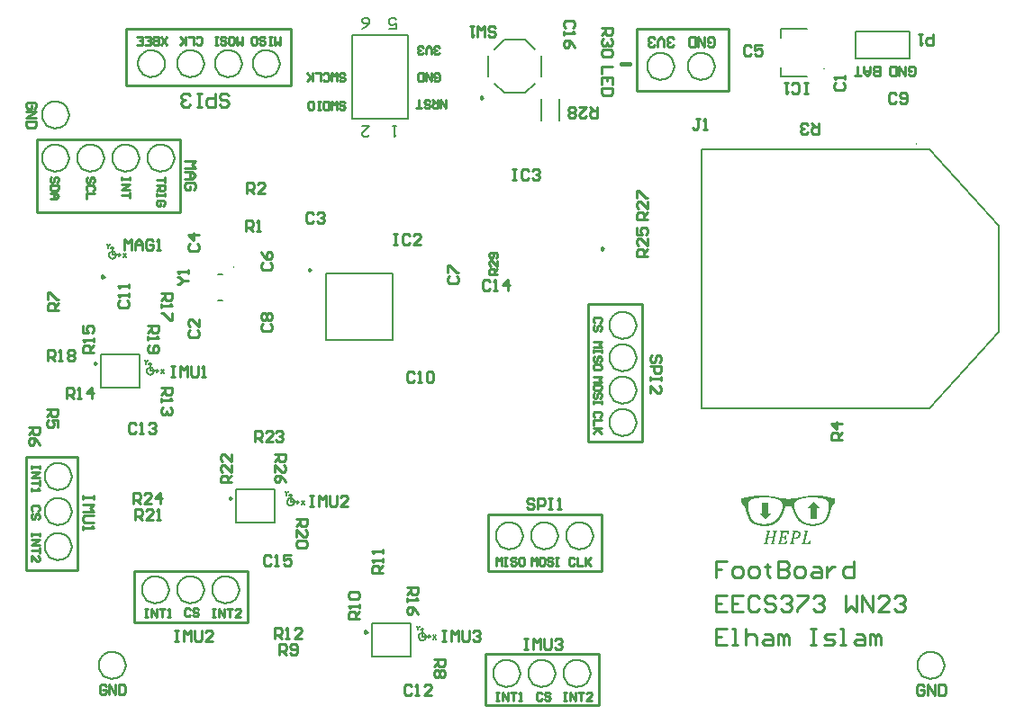
<source format=gto>
G04*
G04 #@! TF.GenerationSoftware,Altium Limited,Altium Designer,22.10.1 (41)*
G04*
G04 Layer_Color=65535*
%FSLAX25Y25*%
%MOIN*%
G70*
G04*
G04 #@! TF.SameCoordinates,49C2D000-8325-4097-923D-366AA4D3C581*
G04*
G04*
G04 #@! TF.FilePolarity,Positive*
G04*
G01*
G75*
%ADD10C,0.00394*%
%ADD11C,0.00787*%
%ADD12C,0.00984*%
%ADD13C,0.00500*%
%ADD14C,0.01000*%
%ADD15C,0.01575*%
%ADD16C,0.00600*%
G36*
X398787Y317964D02*
X399105D01*
Y317946D01*
X399316D01*
Y317929D01*
X399510D01*
Y317911D01*
X399686D01*
Y317893D01*
X399827D01*
Y317876D01*
X399986D01*
Y317858D01*
X400127D01*
Y317840D01*
X400268D01*
Y317823D01*
X400391D01*
Y317805D01*
X400532D01*
Y317788D01*
X400655D01*
Y317770D01*
X400778D01*
Y317752D01*
X400902D01*
Y317735D01*
X401025D01*
Y317717D01*
X401148D01*
Y317699D01*
X401272D01*
Y317682D01*
X401395D01*
Y317664D01*
X401518D01*
Y317647D01*
X401624D01*
Y317629D01*
X401730D01*
Y317611D01*
X401836D01*
Y317594D01*
X401941D01*
Y317576D01*
X402047D01*
Y317559D01*
X402135D01*
Y317541D01*
X402223D01*
Y317523D01*
X402311D01*
Y317506D01*
X402382D01*
Y317488D01*
X402470D01*
Y317470D01*
X402540D01*
Y317453D01*
X402611D01*
Y317435D01*
X402681D01*
Y317418D01*
X402769D01*
Y317400D01*
X402840D01*
Y317382D01*
X402910D01*
Y317365D01*
X402963D01*
Y317347D01*
X403034D01*
Y317329D01*
X403104D01*
Y317312D01*
X403175D01*
Y317294D01*
X403245D01*
Y317277D01*
X403315D01*
Y317259D01*
X403368D01*
Y317241D01*
X403439D01*
Y317224D01*
X403509D01*
Y317206D01*
X403580D01*
Y317189D01*
X403650D01*
Y317171D01*
X403721D01*
Y317153D01*
X403791D01*
Y317136D01*
X403879D01*
Y317118D01*
X403950D01*
Y317100D01*
X404020D01*
Y317083D01*
X404091D01*
Y317065D01*
X404179D01*
Y317048D01*
X404249D01*
Y317030D01*
X404337D01*
Y317012D01*
X404425D01*
Y316995D01*
X404514D01*
Y316977D01*
X404602D01*
Y316959D01*
X404690D01*
Y316942D01*
X404778D01*
Y316924D01*
X404884D01*
Y316907D01*
X404972D01*
Y316889D01*
X405060D01*
Y316871D01*
X405095D01*
Y316854D01*
X405148D01*
Y316836D01*
X405183D01*
Y316818D01*
X405218D01*
Y316801D01*
X405254D01*
Y316783D01*
X405271D01*
Y316766D01*
X405306D01*
Y316748D01*
X405324D01*
Y316730D01*
X405342D01*
Y316713D01*
X405359D01*
Y316695D01*
X405377D01*
Y316677D01*
X405395D01*
Y316642D01*
X405412D01*
Y316589D01*
X405430D01*
Y315004D01*
X405412D01*
Y314933D01*
X405395D01*
Y314898D01*
X405377D01*
Y314880D01*
X405359D01*
Y314863D01*
X405342D01*
Y314845D01*
X405324D01*
Y314828D01*
X405306D01*
Y314810D01*
X405289D01*
Y314792D01*
X405271D01*
Y314775D01*
X405254D01*
Y314757D01*
X405218D01*
Y314739D01*
X405201D01*
Y314722D01*
X405165D01*
Y314704D01*
X405148D01*
Y314687D01*
X405130D01*
Y314669D01*
X405095D01*
Y314651D01*
X405077D01*
Y314634D01*
X405042D01*
Y314616D01*
X405025D01*
Y314598D01*
X405007D01*
Y314581D01*
X404972D01*
Y314563D01*
X404954D01*
Y314546D01*
X404937D01*
Y314528D01*
X404919D01*
Y314510D01*
X404884D01*
Y314493D01*
X404866D01*
Y314475D01*
X404848D01*
Y314458D01*
X404831D01*
Y314440D01*
X404813D01*
Y314422D01*
X404796D01*
Y314405D01*
X404778D01*
Y314387D01*
X404760D01*
Y314370D01*
X404743D01*
Y314334D01*
X404725D01*
Y314317D01*
X404707D01*
Y314299D01*
X404690D01*
Y314281D01*
X404672D01*
Y314246D01*
X404655D01*
Y314229D01*
X404637D01*
Y314193D01*
X404619D01*
Y314176D01*
X404602D01*
Y314140D01*
X404584D01*
Y314123D01*
X404566D01*
Y314088D01*
X404549D01*
Y314052D01*
X404531D01*
Y314017D01*
X404514D01*
Y313982D01*
X404496D01*
Y313947D01*
X404478D01*
Y313911D01*
X404461D01*
Y313876D01*
X404443D01*
Y313841D01*
X404425D01*
Y313806D01*
X404408D01*
Y313753D01*
X404390D01*
Y313718D01*
X404373D01*
Y313682D01*
X404355D01*
Y313630D01*
X404337D01*
Y313577D01*
X404320D01*
Y313541D01*
X404302D01*
Y313489D01*
X404285D01*
Y313436D01*
X404267D01*
Y313383D01*
X404249D01*
Y313348D01*
X404232D01*
Y313295D01*
X404214D01*
Y313242D01*
X404197D01*
Y313171D01*
X404179D01*
Y313119D01*
X404161D01*
Y313066D01*
X404144D01*
Y313013D01*
X404126D01*
Y312960D01*
X404108D01*
Y312890D01*
X404091D01*
Y312837D01*
X404073D01*
Y312784D01*
X404056D01*
Y312713D01*
X404038D01*
Y312660D01*
X404020D01*
Y312590D01*
X404003D01*
Y312537D01*
X403985D01*
Y312467D01*
X403967D01*
Y312396D01*
X403950D01*
Y312343D01*
X403932D01*
Y312273D01*
X403915D01*
Y312202D01*
X403897D01*
Y312150D01*
X403879D01*
Y312079D01*
X403862D01*
Y312009D01*
X403844D01*
Y311938D01*
X403827D01*
Y311885D01*
X403809D01*
Y311815D01*
X403791D01*
Y311744D01*
X403774D01*
Y311674D01*
X403756D01*
Y311621D01*
X403738D01*
Y311550D01*
X403721D01*
Y311480D01*
X403703D01*
Y311427D01*
X403686D01*
Y311357D01*
X403668D01*
Y311304D01*
X403650D01*
Y311233D01*
X403633D01*
Y311180D01*
X403615D01*
Y311110D01*
X403597D01*
Y311057D01*
X403580D01*
Y310987D01*
X403562D01*
Y310934D01*
X403545D01*
Y310881D01*
X403527D01*
Y310828D01*
X403509D01*
Y310775D01*
X403492D01*
Y310722D01*
X403474D01*
Y310669D01*
X403456D01*
Y310617D01*
X403439D01*
Y310564D01*
X403421D01*
Y310511D01*
X403404D01*
Y310458D01*
X403386D01*
Y310405D01*
X403368D01*
Y310352D01*
X403351D01*
Y310299D01*
X403333D01*
Y310264D01*
X403315D01*
Y310211D01*
X403298D01*
Y310176D01*
X403280D01*
Y310123D01*
X403263D01*
Y310088D01*
X403245D01*
Y310035D01*
X403227D01*
Y310000D01*
X403210D01*
Y309947D01*
X403192D01*
Y309912D01*
X403175D01*
Y309877D01*
X403157D01*
Y309824D01*
X403139D01*
Y309789D01*
X403122D01*
Y309753D01*
X403104D01*
Y309718D01*
X403087D01*
Y309683D01*
X403069D01*
Y309648D01*
X403051D01*
Y309612D01*
X403034D01*
Y309577D01*
X403016D01*
Y309542D01*
X402998D01*
Y309507D01*
X402981D01*
Y309471D01*
X402963D01*
Y309436D01*
X402946D01*
Y309419D01*
X402928D01*
Y309383D01*
X402910D01*
Y309348D01*
X402893D01*
Y309313D01*
X402875D01*
Y309295D01*
X402857D01*
Y309260D01*
X402840D01*
Y309242D01*
X402822D01*
Y309207D01*
X402805D01*
Y309190D01*
X402787D01*
Y309154D01*
X402769D01*
Y309119D01*
X402752D01*
Y309101D01*
X402734D01*
Y309066D01*
X402716D01*
Y309049D01*
X402699D01*
Y309031D01*
X402681D01*
Y308996D01*
X402664D01*
Y308978D01*
X402646D01*
Y308961D01*
X402628D01*
Y308925D01*
X402611D01*
Y308908D01*
X402593D01*
Y308872D01*
X402576D01*
Y308855D01*
X402558D01*
Y308837D01*
X402540D01*
Y308820D01*
X402523D01*
Y308802D01*
X402505D01*
Y308767D01*
X402487D01*
Y308749D01*
X402470D01*
Y308731D01*
X402452D01*
Y308714D01*
X402435D01*
Y308679D01*
X402417D01*
Y308661D01*
X402399D01*
Y308643D01*
X402382D01*
Y308626D01*
X402364D01*
Y308608D01*
X402347D01*
Y308591D01*
X402329D01*
Y308573D01*
X402311D01*
Y308555D01*
X402294D01*
Y308538D01*
X402276D01*
Y308520D01*
X402258D01*
Y308485D01*
X402241D01*
Y308467D01*
X402223D01*
Y308450D01*
X402206D01*
Y308432D01*
X402188D01*
Y308414D01*
X402170D01*
Y308397D01*
X402153D01*
Y308379D01*
X402135D01*
Y308362D01*
X402117D01*
Y308344D01*
X402100D01*
Y308326D01*
X402065D01*
Y308309D01*
X402047D01*
Y308291D01*
X402029D01*
Y308273D01*
X402012D01*
Y308256D01*
X401994D01*
Y308238D01*
X401976D01*
Y308221D01*
X401959D01*
Y308203D01*
X401941D01*
Y308185D01*
X401924D01*
Y308168D01*
X401906D01*
Y308150D01*
X401871D01*
Y308132D01*
X401853D01*
Y308115D01*
X401836D01*
Y308097D01*
X401818D01*
Y308080D01*
X401800D01*
Y308062D01*
X401765D01*
Y308044D01*
X401748D01*
Y308027D01*
X401730D01*
Y308009D01*
X401712D01*
Y307992D01*
X401677D01*
Y307974D01*
X401659D01*
Y307956D01*
X401642D01*
Y307939D01*
X401607D01*
Y307921D01*
X401589D01*
Y307903D01*
X401571D01*
Y307886D01*
X401536D01*
Y307868D01*
X401518D01*
Y307851D01*
X401501D01*
Y307833D01*
X401466D01*
Y307815D01*
X401448D01*
Y307798D01*
X401413D01*
Y307780D01*
X401395D01*
Y307762D01*
X401360D01*
Y307745D01*
X401342D01*
Y307727D01*
X401307D01*
Y307710D01*
X401289D01*
Y307692D01*
X401254D01*
Y307674D01*
X401236D01*
Y307657D01*
X401201D01*
Y307639D01*
X401184D01*
Y307622D01*
X401148D01*
Y307604D01*
X401113D01*
Y307586D01*
X401078D01*
Y307569D01*
X401060D01*
Y307551D01*
X401025D01*
Y307533D01*
X400990D01*
Y307516D01*
X400972D01*
Y307498D01*
X400937D01*
Y307481D01*
X400902D01*
Y307463D01*
X400867D01*
Y307445D01*
X400831D01*
Y307428D01*
X400796D01*
Y307410D01*
X400761D01*
Y307392D01*
X400726D01*
Y307375D01*
X400690D01*
Y307357D01*
X400655D01*
Y307340D01*
X400620D01*
Y307322D01*
X400585D01*
Y307304D01*
X400549D01*
Y307287D01*
X400514D01*
Y307269D01*
X400479D01*
Y307252D01*
X400426D01*
Y307234D01*
X400391D01*
Y307216D01*
X400356D01*
Y307199D01*
X400303D01*
Y307181D01*
X400268D01*
Y307163D01*
X400215D01*
Y307146D01*
X400179D01*
Y307128D01*
X400127D01*
Y307111D01*
X400091D01*
Y307093D01*
X400038D01*
Y307075D01*
X399986D01*
Y307058D01*
X399933D01*
Y307040D01*
X399880D01*
Y307022D01*
X399827D01*
Y307005D01*
X399774D01*
Y306987D01*
X399721D01*
Y306970D01*
X399668D01*
Y306952D01*
X399598D01*
Y306934D01*
X399545D01*
Y306917D01*
X399475D01*
Y306899D01*
X399422D01*
Y306881D01*
X399334D01*
Y306864D01*
X399263D01*
Y306846D01*
X399193D01*
Y306829D01*
X399122D01*
Y306811D01*
X399034D01*
Y306793D01*
X398946D01*
Y306776D01*
X398840D01*
Y306758D01*
X398752D01*
Y306740D01*
X398629D01*
Y306723D01*
X398506D01*
Y306705D01*
X398382D01*
Y306688D01*
X398224D01*
Y306670D01*
X398030D01*
Y306652D01*
X397748D01*
Y306635D01*
X396902D01*
Y306652D01*
X396603D01*
Y306670D01*
X396427D01*
Y306688D01*
X396268D01*
Y306705D01*
X396127D01*
Y306723D01*
X396004D01*
Y306740D01*
X395898D01*
Y306758D01*
X395775D01*
Y306776D01*
X395687D01*
Y306793D01*
X395599D01*
Y306811D01*
X395510D01*
Y306829D01*
X395422D01*
Y306846D01*
X395334D01*
Y306864D01*
X395264D01*
Y306881D01*
X395193D01*
Y306899D01*
X395123D01*
Y306917D01*
X395052D01*
Y306934D01*
X394982D01*
Y306952D01*
X394929D01*
Y306970D01*
X394859D01*
Y306987D01*
X394806D01*
Y307005D01*
X394753D01*
Y307022D01*
X394700D01*
Y307040D01*
X394630D01*
Y307058D01*
X394577D01*
Y307075D01*
X394524D01*
Y307093D01*
X394471D01*
Y307111D01*
X394436D01*
Y307128D01*
X394383D01*
Y307146D01*
X394330D01*
Y307163D01*
X394277D01*
Y307181D01*
X394242D01*
Y307199D01*
X394189D01*
Y307216D01*
X394136D01*
Y307234D01*
X394101D01*
Y307252D01*
X394066D01*
Y307269D01*
X394013D01*
Y307287D01*
X393978D01*
Y307304D01*
X393942D01*
Y307322D01*
X393889D01*
Y307340D01*
X393854D01*
Y307357D01*
X393819D01*
Y307375D01*
X393766D01*
Y307392D01*
X393731D01*
Y307410D01*
X393696D01*
Y307428D01*
X393660D01*
Y307445D01*
X393625D01*
Y307463D01*
X393590D01*
Y307481D01*
X393555D01*
Y307498D01*
X393519D01*
Y307516D01*
X393484D01*
Y307533D01*
X393449D01*
Y307551D01*
X393431D01*
Y307569D01*
X393396D01*
Y307586D01*
X393361D01*
Y307604D01*
X393326D01*
Y307622D01*
X393308D01*
Y307639D01*
X393273D01*
Y307657D01*
X393238D01*
Y307674D01*
X393202D01*
Y307692D01*
X393185D01*
Y307710D01*
X393149D01*
Y307727D01*
X393114D01*
Y307745D01*
X393097D01*
Y307762D01*
X393061D01*
Y307780D01*
X393044D01*
Y307798D01*
X393008D01*
Y307815D01*
X392991D01*
Y307833D01*
X392956D01*
Y307851D01*
X392938D01*
Y307868D01*
X392903D01*
Y307886D01*
X392868D01*
Y307903D01*
X392850D01*
Y307921D01*
X392815D01*
Y307939D01*
X392797D01*
Y307956D01*
X392779D01*
Y307974D01*
X392744D01*
Y307992D01*
X392727D01*
Y308009D01*
X392709D01*
Y308027D01*
X392674D01*
Y308044D01*
X392656D01*
Y308062D01*
X392638D01*
Y308080D01*
X392603D01*
Y308097D01*
X392586D01*
Y308115D01*
X392568D01*
Y308132D01*
X392550D01*
Y308150D01*
X392515D01*
Y308168D01*
X392498D01*
Y308185D01*
X392480D01*
Y308203D01*
X392462D01*
Y308221D01*
X392445D01*
Y308238D01*
X392409D01*
Y308256D01*
X392392D01*
Y308273D01*
X392374D01*
Y308291D01*
X392357D01*
Y308309D01*
X392339D01*
Y308326D01*
X392321D01*
Y308344D01*
X392304D01*
Y308362D01*
X392286D01*
Y308379D01*
X392269D01*
Y308397D01*
X392251D01*
Y308414D01*
X392233D01*
Y308432D01*
X392216D01*
Y308450D01*
X392198D01*
Y308467D01*
X392180D01*
Y308485D01*
X392163D01*
Y308502D01*
X392145D01*
Y308520D01*
X392128D01*
Y308538D01*
X392110D01*
Y308555D01*
X392092D01*
Y308573D01*
X392075D01*
Y308591D01*
X392057D01*
Y308608D01*
X392039D01*
Y308626D01*
X392022D01*
Y308643D01*
X392004D01*
Y308661D01*
X391987D01*
Y308679D01*
X391969D01*
Y308696D01*
X391951D01*
Y308714D01*
X391934D01*
Y308731D01*
X391916D01*
Y308749D01*
X391899D01*
Y308784D01*
X391881D01*
Y308802D01*
X391863D01*
Y308820D01*
X391846D01*
Y308837D01*
X391828D01*
Y308855D01*
X391810D01*
Y308872D01*
X391793D01*
Y308890D01*
X391775D01*
Y308925D01*
X391758D01*
Y308943D01*
X391740D01*
Y308961D01*
X391722D01*
Y308978D01*
X391705D01*
Y308996D01*
X391687D01*
Y309013D01*
X391670D01*
Y309049D01*
X391652D01*
Y309066D01*
X391634D01*
Y309084D01*
X391617D01*
Y309101D01*
X391599D01*
Y309137D01*
X391581D01*
Y309154D01*
X391564D01*
Y309172D01*
X391546D01*
Y309207D01*
X391529D01*
Y309225D01*
X391511D01*
Y309242D01*
X391493D01*
Y309278D01*
X391476D01*
Y309295D01*
X391458D01*
Y309331D01*
X391441D01*
Y309348D01*
X391423D01*
Y309366D01*
X391405D01*
Y309401D01*
X391388D01*
Y309419D01*
X391370D01*
Y309454D01*
X391352D01*
Y309471D01*
X391335D01*
Y309489D01*
X391317D01*
Y309524D01*
X391300D01*
Y309542D01*
X391282D01*
Y309577D01*
X391264D01*
Y309595D01*
X391247D01*
Y309630D01*
X391229D01*
Y309648D01*
X391211D01*
Y309683D01*
X391194D01*
Y309718D01*
X391176D01*
Y309736D01*
X391159D01*
Y309771D01*
X391141D01*
Y309789D01*
X391123D01*
Y309824D01*
X391106D01*
Y309841D01*
X391088D01*
Y309877D01*
X391071D01*
Y309912D01*
X391053D01*
Y309947D01*
X391035D01*
Y309965D01*
X391018D01*
Y310000D01*
X391000D01*
Y310035D01*
X390982D01*
Y310053D01*
X390965D01*
Y310088D01*
X390947D01*
Y310123D01*
X390930D01*
Y310159D01*
X390912D01*
Y310176D01*
X390894D01*
Y310211D01*
X390877D01*
Y310247D01*
X390859D01*
Y310282D01*
X390841D01*
Y310317D01*
X390824D01*
Y310352D01*
X390806D01*
Y310388D01*
X390789D01*
Y310423D01*
X390771D01*
Y310458D01*
X390753D01*
Y310493D01*
X390736D01*
Y310529D01*
X390718D01*
Y310564D01*
X390701D01*
Y310599D01*
X390683D01*
Y310634D01*
X390665D01*
Y310669D01*
X390648D01*
Y310705D01*
X390630D01*
Y310740D01*
X390612D01*
Y310775D01*
X390595D01*
Y310810D01*
X390577D01*
Y310863D01*
X390560D01*
Y310899D01*
X390542D01*
Y310934D01*
X390524D01*
Y310969D01*
X390507D01*
Y311022D01*
X390489D01*
Y311057D01*
X390471D01*
Y311092D01*
X390454D01*
Y311145D01*
X390436D01*
Y311180D01*
X390419D01*
Y311233D01*
X390401D01*
Y311269D01*
X390383D01*
Y311321D01*
X390366D01*
Y311357D01*
X390348D01*
Y311409D01*
X390331D01*
Y311445D01*
X390313D01*
Y311498D01*
X390295D01*
Y311550D01*
X390278D01*
Y311586D01*
X390260D01*
Y311638D01*
X390242D01*
Y311691D01*
X390225D01*
Y311727D01*
X390207D01*
Y311779D01*
X390190D01*
Y311832D01*
X390172D01*
Y311885D01*
X390154D01*
Y311920D01*
X390137D01*
Y311973D01*
X390119D01*
Y312026D01*
X390101D01*
Y312079D01*
X390084D01*
Y312132D01*
X390066D01*
Y312185D01*
X390049D01*
Y312238D01*
X390031D01*
Y312291D01*
X390013D01*
Y312343D01*
X389996D01*
Y312396D01*
X389978D01*
Y312449D01*
X389961D01*
Y312502D01*
X389943D01*
Y312555D01*
X389925D01*
Y312590D01*
X389908D01*
Y312643D01*
X389890D01*
Y312696D01*
X389872D01*
Y312749D01*
X389855D01*
Y312784D01*
X389837D01*
Y312837D01*
X389820D01*
Y312890D01*
X389802D01*
Y312925D01*
X389784D01*
Y312978D01*
X389767D01*
Y313013D01*
X389749D01*
Y313048D01*
X389731D01*
Y313101D01*
X389714D01*
Y313136D01*
X389696D01*
Y313171D01*
X389679D01*
Y313207D01*
X389661D01*
Y313242D01*
X389643D01*
Y313277D01*
X389626D01*
Y313312D01*
X389608D01*
Y313348D01*
X389591D01*
Y313383D01*
X389573D01*
Y313418D01*
X389555D01*
Y313436D01*
X389538D01*
Y313471D01*
X389520D01*
Y313489D01*
X389502D01*
Y313524D01*
X389485D01*
Y313541D01*
X389467D01*
Y313559D01*
X389450D01*
Y313594D01*
X389432D01*
Y313612D01*
X389414D01*
Y313630D01*
X389397D01*
Y313647D01*
X389379D01*
Y313682D01*
X389362D01*
Y313700D01*
X389344D01*
Y313718D01*
X389326D01*
Y313735D01*
X389309D01*
Y313753D01*
X389291D01*
Y313770D01*
X389273D01*
Y313788D01*
X389256D01*
Y313806D01*
X389238D01*
Y313823D01*
X389220D01*
Y313841D01*
X389185D01*
Y313859D01*
X389168D01*
Y313876D01*
X389150D01*
Y313894D01*
X389115D01*
Y313911D01*
X389097D01*
Y313929D01*
X389062D01*
Y313947D01*
X389027D01*
Y313964D01*
X388974D01*
Y313982D01*
X388903D01*
Y314000D01*
X388798D01*
Y314017D01*
X388463D01*
Y314035D01*
X387723D01*
Y314017D01*
X387617D01*
Y314000D01*
X387564D01*
Y313982D01*
X387511D01*
Y313964D01*
X387476D01*
Y313947D01*
X387459D01*
Y313929D01*
X387423D01*
Y313911D01*
X387388D01*
Y313894D01*
X387370D01*
Y313876D01*
X387353D01*
Y313859D01*
X387335D01*
Y313841D01*
X387318D01*
Y313823D01*
X387300D01*
Y313806D01*
X387282D01*
Y313788D01*
X387265D01*
Y313753D01*
X387247D01*
Y313735D01*
X387230D01*
Y313718D01*
X387212D01*
Y313682D01*
X387194D01*
Y313647D01*
X387177D01*
Y313630D01*
X387159D01*
Y313594D01*
X387141D01*
Y313559D01*
X387124D01*
Y313524D01*
X387106D01*
Y313489D01*
X387089D01*
Y313453D01*
X387071D01*
Y313418D01*
X387053D01*
Y313383D01*
X387036D01*
Y313348D01*
X387018D01*
Y313312D01*
X387000D01*
Y313277D01*
X386983D01*
Y313242D01*
X386965D01*
Y313189D01*
X386948D01*
Y313154D01*
X386930D01*
Y313119D01*
X386912D01*
Y313066D01*
X386895D01*
Y313013D01*
X386877D01*
Y312978D01*
X386860D01*
Y312925D01*
X386842D01*
Y312872D01*
X386824D01*
Y312819D01*
X386807D01*
Y312766D01*
X386789D01*
Y312713D01*
X386771D01*
Y312643D01*
X386754D01*
Y312590D01*
X386736D01*
Y312537D01*
X386719D01*
Y312467D01*
X386701D01*
Y312414D01*
X386683D01*
Y312361D01*
X386666D01*
Y312291D01*
X386648D01*
Y312238D01*
X386631D01*
Y312167D01*
X386613D01*
Y312114D01*
X386595D01*
Y312044D01*
X386578D01*
Y311991D01*
X386560D01*
Y311938D01*
X386543D01*
Y311868D01*
X386525D01*
Y311815D01*
X386507D01*
Y311762D01*
X386490D01*
Y311709D01*
X386472D01*
Y311656D01*
X386454D01*
Y311603D01*
X386437D01*
Y311550D01*
X386419D01*
Y311498D01*
X386402D01*
Y311445D01*
X386384D01*
Y311409D01*
X386366D01*
Y311357D01*
X386349D01*
Y311321D01*
X386331D01*
Y311269D01*
X386313D01*
Y311233D01*
X386296D01*
Y311198D01*
X386278D01*
Y311145D01*
X386261D01*
Y311110D01*
X386243D01*
Y311075D01*
X386225D01*
Y311039D01*
X386208D01*
Y311004D01*
X386190D01*
Y310969D01*
X386172D01*
Y310934D01*
X386155D01*
Y310899D01*
X386137D01*
Y310863D01*
X386120D01*
Y310828D01*
X386102D01*
Y310793D01*
X386084D01*
Y310758D01*
X386067D01*
Y310722D01*
X386049D01*
Y310705D01*
X386032D01*
Y310669D01*
X386014D01*
Y310634D01*
X385996D01*
Y310599D01*
X385979D01*
Y310581D01*
X385961D01*
Y310546D01*
X385943D01*
Y310511D01*
X385926D01*
Y310476D01*
X385908D01*
Y310440D01*
X385891D01*
Y310423D01*
X385873D01*
Y310388D01*
X385855D01*
Y310352D01*
X385838D01*
Y310317D01*
X385820D01*
Y310299D01*
X385803D01*
Y310264D01*
X385785D01*
Y310229D01*
X385767D01*
Y310211D01*
X385750D01*
Y310176D01*
X385732D01*
Y310141D01*
X385714D01*
Y310123D01*
X385697D01*
Y310088D01*
X385679D01*
Y310053D01*
X385662D01*
Y310035D01*
X385644D01*
Y310000D01*
X385626D01*
Y309982D01*
X385609D01*
Y309947D01*
X385591D01*
Y309912D01*
X385573D01*
Y309894D01*
X385556D01*
Y309859D01*
X385538D01*
Y309841D01*
X385521D01*
Y309806D01*
X385503D01*
Y309771D01*
X385485D01*
Y309753D01*
X385468D01*
Y309718D01*
X385450D01*
Y309700D01*
X385433D01*
Y309665D01*
X385415D01*
Y309648D01*
X385397D01*
Y309630D01*
X385380D01*
Y309595D01*
X385362D01*
Y309577D01*
X385344D01*
Y309542D01*
X385327D01*
Y309524D01*
X385309D01*
Y309489D01*
X385292D01*
Y309471D01*
X385274D01*
Y309436D01*
X385256D01*
Y309419D01*
X385239D01*
Y309383D01*
X385221D01*
Y309366D01*
X385203D01*
Y309348D01*
X385186D01*
Y309313D01*
X385168D01*
Y309295D01*
X385151D01*
Y309278D01*
X385133D01*
Y309242D01*
X385115D01*
Y309225D01*
X385098D01*
Y309207D01*
X385080D01*
Y309172D01*
X385063D01*
Y309154D01*
X385045D01*
Y309137D01*
X385027D01*
Y309101D01*
X385010D01*
Y309084D01*
X384992D01*
Y309066D01*
X384974D01*
Y309049D01*
X384957D01*
Y309013D01*
X384939D01*
Y308996D01*
X384922D01*
Y308978D01*
X384904D01*
Y308943D01*
X384886D01*
Y308925D01*
X384869D01*
Y308908D01*
X384851D01*
Y308890D01*
X384833D01*
Y308872D01*
X384816D01*
Y308837D01*
X384798D01*
Y308820D01*
X384781D01*
Y308802D01*
X384763D01*
Y308784D01*
X384745D01*
Y308767D01*
X384728D01*
Y308749D01*
X384710D01*
Y308714D01*
X384693D01*
Y308696D01*
X384675D01*
Y308679D01*
X384657D01*
Y308661D01*
X384640D01*
Y308643D01*
X384622D01*
Y308626D01*
X384604D01*
Y308608D01*
X384587D01*
Y308591D01*
X384569D01*
Y308573D01*
X384552D01*
Y308555D01*
X384534D01*
Y308520D01*
X384516D01*
Y308502D01*
X384499D01*
Y308485D01*
X384481D01*
Y308467D01*
X384463D01*
Y308450D01*
X384446D01*
Y308432D01*
X384428D01*
Y308414D01*
X384411D01*
Y308397D01*
X384393D01*
Y308379D01*
X384375D01*
Y308362D01*
X384358D01*
Y308344D01*
X384340D01*
Y308326D01*
X384323D01*
Y308309D01*
X384305D01*
Y308291D01*
X384287D01*
Y308273D01*
X384270D01*
Y308256D01*
X384252D01*
Y308238D01*
X384234D01*
Y308221D01*
X384217D01*
Y308203D01*
X384181D01*
Y308185D01*
X384164D01*
Y308168D01*
X384146D01*
Y308150D01*
X384129D01*
Y308132D01*
X384111D01*
Y308115D01*
X384093D01*
Y308097D01*
X384076D01*
Y308080D01*
X384058D01*
Y308062D01*
X384041D01*
Y308044D01*
X384005D01*
Y308027D01*
X383988D01*
Y308009D01*
X383970D01*
Y307992D01*
X383952D01*
Y307974D01*
X383935D01*
Y307956D01*
X383900D01*
Y307939D01*
X383882D01*
Y307921D01*
X383864D01*
Y307903D01*
X383847D01*
Y307886D01*
X383811D01*
Y307868D01*
X383794D01*
Y307851D01*
X383776D01*
Y307833D01*
X383759D01*
Y307815D01*
X383723D01*
Y307798D01*
X383706D01*
Y307780D01*
X383688D01*
Y307762D01*
X383653D01*
Y307745D01*
X383635D01*
Y307727D01*
X383600D01*
Y307710D01*
X383582D01*
Y307692D01*
X383565D01*
Y307674D01*
X383530D01*
Y307657D01*
X383512D01*
Y307639D01*
X383477D01*
Y307622D01*
X383459D01*
Y307604D01*
X383424D01*
Y307586D01*
X383406D01*
Y307569D01*
X383371D01*
Y307551D01*
X383353D01*
Y307533D01*
X383318D01*
Y307516D01*
X383283D01*
Y307498D01*
X383265D01*
Y307481D01*
X383230D01*
Y307463D01*
X383195D01*
Y307445D01*
X383177D01*
Y307428D01*
X383142D01*
Y307410D01*
X383107D01*
Y307392D01*
X383089D01*
Y307375D01*
X383054D01*
Y307357D01*
X383019D01*
Y307340D01*
X382983D01*
Y307322D01*
X382948D01*
Y307304D01*
X382913D01*
Y307287D01*
X382878D01*
Y307269D01*
X382842D01*
Y307252D01*
X382807D01*
Y307234D01*
X382772D01*
Y307216D01*
X382737D01*
Y307199D01*
X382701D01*
Y307181D01*
X382666D01*
Y307163D01*
X382631D01*
Y307146D01*
X382578D01*
Y307128D01*
X382543D01*
Y307111D01*
X382508D01*
Y307093D01*
X382455D01*
Y307075D01*
X382402D01*
Y307058D01*
X382367D01*
Y307040D01*
X382314D01*
Y307022D01*
X382279D01*
Y307005D01*
X382226D01*
Y306987D01*
X382173D01*
Y306970D01*
X382120D01*
Y306952D01*
X382067D01*
Y306934D01*
X382014D01*
Y306917D01*
X381962D01*
Y306899D01*
X381909D01*
Y306881D01*
X381838D01*
Y306864D01*
X381768D01*
Y306846D01*
X381697D01*
Y306829D01*
X381627D01*
Y306811D01*
X381556D01*
Y306793D01*
X381468D01*
Y306776D01*
X381363D01*
Y306758D01*
X381274D01*
Y306740D01*
X381186D01*
Y306723D01*
X381063D01*
Y306705D01*
X380940D01*
Y306688D01*
X380799D01*
Y306670D01*
X380605D01*
Y306652D01*
X380394D01*
Y306635D01*
X380094D01*
Y306617D01*
X378543D01*
Y306635D01*
X378297D01*
Y306652D01*
X378156D01*
Y306670D01*
X378015D01*
Y306688D01*
X377892D01*
Y306705D01*
X377786D01*
Y306723D01*
X377680D01*
Y306740D01*
X377574D01*
Y306758D01*
X377486D01*
Y306776D01*
X377398D01*
Y306793D01*
X377293D01*
Y306811D01*
X377222D01*
Y306829D01*
X377134D01*
Y306846D01*
X377063D01*
Y306864D01*
X376993D01*
Y306881D01*
X376923D01*
Y306899D01*
X376852D01*
Y306917D01*
X376782D01*
Y306934D01*
X376711D01*
Y306952D01*
X376658D01*
Y306970D01*
X376588D01*
Y306987D01*
X376535D01*
Y307005D01*
X376482D01*
Y307022D01*
X376429D01*
Y307040D01*
X376359D01*
Y307058D01*
X376306D01*
Y307075D01*
X376253D01*
Y307093D01*
X376218D01*
Y307111D01*
X376165D01*
Y307128D01*
X376112D01*
Y307146D01*
X376059D01*
Y307163D01*
X376024D01*
Y307181D01*
X375971D01*
Y307199D01*
X375936D01*
Y307216D01*
X375883D01*
Y307234D01*
X375848D01*
Y307252D01*
X375795D01*
Y307269D01*
X375760D01*
Y307287D01*
X375725D01*
Y307304D01*
X375672D01*
Y307322D01*
X375636D01*
Y307340D01*
X375601D01*
Y307357D01*
X375566D01*
Y307375D01*
X375531D01*
Y307392D01*
X375496D01*
Y307410D01*
X375460D01*
Y307428D01*
X375425D01*
Y307445D01*
X375390D01*
Y307463D01*
X375355D01*
Y307481D01*
X375319D01*
Y307498D01*
X375284D01*
Y307516D01*
X375249D01*
Y307533D01*
X375231D01*
Y307551D01*
X375196D01*
Y307569D01*
X375161D01*
Y307586D01*
X375126D01*
Y307604D01*
X375108D01*
Y307622D01*
X375073D01*
Y307639D01*
X375055D01*
Y307657D01*
X375020D01*
Y307674D01*
X374985D01*
Y307692D01*
X374967D01*
Y307710D01*
X374932D01*
Y307727D01*
X374914D01*
Y307745D01*
X374879D01*
Y307762D01*
X374861D01*
Y307780D01*
X374844D01*
Y307798D01*
X374808D01*
Y307815D01*
X374791D01*
Y307833D01*
X374756D01*
Y307851D01*
X374738D01*
Y307868D01*
X374720D01*
Y307886D01*
X374685D01*
Y307903D01*
X374667D01*
Y307921D01*
X374650D01*
Y307939D01*
X374632D01*
Y307956D01*
X374597D01*
Y307974D01*
X374579D01*
Y307992D01*
X374562D01*
Y308009D01*
X374544D01*
Y308027D01*
X374526D01*
Y308044D01*
X374509D01*
Y308062D01*
X374491D01*
Y308080D01*
X374456D01*
Y308097D01*
X374438D01*
Y308115D01*
X374421D01*
Y308132D01*
X374403D01*
Y308150D01*
X374385D01*
Y308168D01*
X374368D01*
Y308185D01*
X374350D01*
Y308203D01*
X374333D01*
Y308221D01*
X374315D01*
Y308238D01*
X374297D01*
Y308256D01*
X374280D01*
Y308291D01*
X374262D01*
Y308309D01*
X374244D01*
Y308326D01*
X374227D01*
Y308344D01*
X374209D01*
Y308362D01*
X374192D01*
Y308379D01*
X374174D01*
Y308397D01*
X374156D01*
Y308432D01*
X374139D01*
Y308450D01*
X374121D01*
Y308467D01*
X374104D01*
Y308502D01*
X374086D01*
Y308520D01*
X374068D01*
Y308538D01*
X374051D01*
Y308573D01*
X374033D01*
Y308591D01*
X374015D01*
Y308626D01*
X373998D01*
Y308643D01*
X373980D01*
Y308679D01*
X373963D01*
Y308714D01*
X373945D01*
Y308749D01*
X373927D01*
Y308767D01*
X373910D01*
Y308802D01*
X373892D01*
Y308837D01*
X373874D01*
Y308872D01*
X373857D01*
Y308908D01*
X373839D01*
Y308943D01*
X373822D01*
Y308978D01*
X373804D01*
Y309013D01*
X373786D01*
Y309049D01*
X373769D01*
Y309084D01*
X373751D01*
Y309119D01*
X373734D01*
Y309154D01*
X373716D01*
Y309190D01*
X373698D01*
Y309225D01*
X373681D01*
Y309278D01*
X373663D01*
Y309313D01*
X373645D01*
Y309348D01*
X373628D01*
Y309383D01*
X373610D01*
Y309419D01*
X373593D01*
Y309454D01*
X373575D01*
Y309489D01*
X373557D01*
Y309542D01*
X373540D01*
Y309577D01*
X373522D01*
Y309612D01*
X373504D01*
Y309665D01*
X373487D01*
Y309700D01*
X373469D01*
Y309736D01*
X373452D01*
Y309789D01*
X373434D01*
Y309824D01*
X373416D01*
Y309859D01*
X373399D01*
Y309912D01*
X373381D01*
Y309947D01*
X373364D01*
Y309982D01*
X373346D01*
Y310035D01*
X373328D01*
Y310070D01*
X373311D01*
Y310123D01*
X373293D01*
Y310159D01*
X373275D01*
Y310194D01*
X373258D01*
Y310247D01*
X373240D01*
Y310282D01*
X373223D01*
Y310335D01*
X373205D01*
Y310370D01*
X373187D01*
Y310423D01*
X373170D01*
Y310458D01*
X373152D01*
Y310511D01*
X373134D01*
Y310564D01*
X373117D01*
Y310599D01*
X373099D01*
Y310652D01*
X373082D01*
Y310687D01*
X373064D01*
Y310740D01*
X373046D01*
Y310793D01*
X373029D01*
Y310828D01*
X373011D01*
Y310881D01*
X372994D01*
Y310934D01*
X372976D01*
Y310969D01*
X372958D01*
Y311022D01*
X372941D01*
Y311075D01*
X372923D01*
Y311128D01*
X372905D01*
Y311180D01*
X372888D01*
Y311216D01*
X372870D01*
Y311269D01*
X372853D01*
Y311321D01*
X372835D01*
Y311374D01*
X372817D01*
Y311427D01*
X372800D01*
Y311480D01*
X372782D01*
Y311533D01*
X372765D01*
Y311586D01*
X372747D01*
Y311638D01*
X372729D01*
Y311691D01*
X372712D01*
Y311744D01*
X372694D01*
Y311797D01*
X372676D01*
Y311850D01*
X372659D01*
Y311903D01*
X372641D01*
Y311956D01*
X372624D01*
Y312026D01*
X372606D01*
Y312079D01*
X372588D01*
Y312132D01*
X372571D01*
Y312185D01*
X372553D01*
Y312255D01*
X372535D01*
Y312308D01*
X372518D01*
Y312361D01*
X372500D01*
Y312431D01*
X372483D01*
Y312484D01*
X372465D01*
Y312537D01*
X372447D01*
Y312608D01*
X372430D01*
Y312660D01*
X372412D01*
Y312731D01*
X372395D01*
Y312784D01*
X372377D01*
Y312854D01*
X372359D01*
Y312907D01*
X372342D01*
Y312978D01*
X372324D01*
Y313030D01*
X372306D01*
Y313101D01*
X372289D01*
Y313171D01*
X372271D01*
Y313224D01*
X372254D01*
Y313295D01*
X372236D01*
Y313348D01*
X372218D01*
Y313400D01*
X372201D01*
Y313453D01*
X372183D01*
Y313506D01*
X372165D01*
Y313559D01*
X372148D01*
Y313594D01*
X372130D01*
Y313630D01*
X372113D01*
Y313665D01*
X372095D01*
Y313700D01*
X372077D01*
Y313735D01*
X372060D01*
Y313753D01*
X372042D01*
Y313788D01*
X372025D01*
Y313823D01*
X372007D01*
Y313841D01*
X371989D01*
Y313876D01*
X371972D01*
Y313894D01*
X371954D01*
Y313911D01*
X371936D01*
Y313947D01*
X371919D01*
Y313964D01*
X371901D01*
Y313982D01*
X371884D01*
Y314017D01*
X371866D01*
Y314035D01*
X371848D01*
Y314052D01*
X371831D01*
Y314070D01*
X371813D01*
Y314105D01*
X371796D01*
Y314123D01*
X371778D01*
Y314140D01*
X371760D01*
Y314158D01*
X371743D01*
Y314176D01*
X371725D01*
Y314211D01*
X371707D01*
Y314229D01*
X371690D01*
Y314246D01*
X371672D01*
Y314264D01*
X371655D01*
Y314281D01*
X371637D01*
Y314299D01*
X371619D01*
Y314317D01*
X371602D01*
Y314334D01*
X371584D01*
Y314370D01*
X371567D01*
Y314387D01*
X371549D01*
Y314405D01*
X371531D01*
Y314422D01*
X371514D01*
Y314440D01*
X371496D01*
Y314458D01*
X371478D01*
Y314475D01*
X371461D01*
Y314493D01*
X371443D01*
Y314510D01*
X371426D01*
Y314528D01*
X371408D01*
Y314563D01*
X371390D01*
Y314581D01*
X371373D01*
Y314598D01*
X371355D01*
Y314616D01*
X371337D01*
Y314634D01*
X371320D01*
Y314651D01*
X371302D01*
Y314669D01*
X371285D01*
Y314687D01*
X371267D01*
Y314722D01*
X371249D01*
Y314739D01*
X371232D01*
Y314757D01*
X371214D01*
Y314775D01*
X371197D01*
Y314792D01*
X371179D01*
Y314828D01*
X371161D01*
Y314845D01*
X371144D01*
Y314863D01*
X371126D01*
Y314880D01*
X371108D01*
Y314916D01*
X371091D01*
Y314933D01*
X371073D01*
Y314968D01*
X371056D01*
Y314986D01*
X371038D01*
Y315021D01*
X371020D01*
Y315039D01*
X371003D01*
Y315092D01*
X370985D01*
Y315127D01*
X370967D01*
Y315180D01*
X370950D01*
Y315233D01*
X370932D01*
Y315303D01*
X370915D01*
Y315391D01*
X370897D01*
Y315515D01*
X370879D01*
Y315726D01*
X370862D01*
Y316307D01*
X370879D01*
Y316730D01*
X370897D01*
Y316871D01*
X370932D01*
Y316889D01*
X371003D01*
Y316907D01*
X371091D01*
Y316924D01*
X371179D01*
Y316942D01*
X371267D01*
Y316959D01*
X371373D01*
Y316977D01*
X371461D01*
Y316995D01*
X371567D01*
Y317012D01*
X371655D01*
Y317030D01*
X371743D01*
Y317048D01*
X371831D01*
Y317065D01*
X371936D01*
Y317083D01*
X372025D01*
Y317100D01*
X372113D01*
Y317118D01*
X372201D01*
Y317136D01*
X372289D01*
Y317153D01*
X372377D01*
Y317171D01*
X372465D01*
Y317189D01*
X372553D01*
Y317206D01*
X372641D01*
Y317224D01*
X372729D01*
Y317241D01*
X372817D01*
Y317259D01*
X372905D01*
Y317277D01*
X372994D01*
Y317294D01*
X373082D01*
Y317312D01*
X373170D01*
Y317329D01*
X373240D01*
Y317347D01*
X373328D01*
Y317365D01*
X373416D01*
Y317382D01*
X373504D01*
Y317400D01*
X373593D01*
Y317418D01*
X373681D01*
Y317435D01*
X373769D01*
Y317453D01*
X373857D01*
Y317470D01*
X373945D01*
Y317488D01*
X374033D01*
Y317506D01*
X374139D01*
Y317523D01*
X374227D01*
Y317541D01*
X374315D01*
Y317559D01*
X374403D01*
Y317576D01*
X374509D01*
Y317594D01*
X374597D01*
Y317611D01*
X374685D01*
Y317629D01*
X374791D01*
Y317647D01*
X374879D01*
Y317664D01*
X374985D01*
Y317682D01*
X375090D01*
Y317699D01*
X375196D01*
Y317717D01*
X375302D01*
Y317735D01*
X375407D01*
Y317752D01*
X375513D01*
Y317770D01*
X375636D01*
Y317788D01*
X375742D01*
Y317805D01*
X375866D01*
Y317823D01*
X376006D01*
Y317840D01*
X376130D01*
Y317858D01*
X376271D01*
Y317876D01*
X376429D01*
Y317893D01*
X376588D01*
Y317911D01*
X376799D01*
Y317929D01*
X377204D01*
Y317946D01*
X378949D01*
Y317929D01*
X379283D01*
Y317911D01*
X379495D01*
Y317893D01*
X379671D01*
Y317876D01*
X379830D01*
Y317858D01*
X380006D01*
Y317840D01*
X380164D01*
Y317823D01*
X380323D01*
Y317805D01*
X380482D01*
Y317788D01*
X380640D01*
Y317770D01*
X380781D01*
Y317752D01*
X380922D01*
Y317735D01*
X381081D01*
Y317717D01*
X381222D01*
Y317699D01*
X381363D01*
Y317682D01*
X381486D01*
Y317664D01*
X381627D01*
Y317647D01*
X381768D01*
Y317629D01*
X381891D01*
Y317611D01*
X382032D01*
Y317594D01*
X382155D01*
Y317576D01*
X382279D01*
Y317559D01*
X382384D01*
Y317541D01*
X382508D01*
Y317523D01*
X382613D01*
Y317506D01*
X382719D01*
Y317488D01*
X382825D01*
Y317470D01*
X382931D01*
Y317453D01*
X383019D01*
Y317435D01*
X383124D01*
Y317418D01*
X383212D01*
Y317400D01*
X383301D01*
Y317382D01*
X383389D01*
Y317365D01*
X383477D01*
Y317347D01*
X383565D01*
Y317329D01*
X383653D01*
Y317312D01*
X383723D01*
Y317294D01*
X383811D01*
Y317277D01*
X383900D01*
Y317259D01*
X383988D01*
Y317241D01*
X384076D01*
Y317224D01*
X384146D01*
Y317206D01*
X384234D01*
Y317189D01*
X384323D01*
Y317171D01*
X384411D01*
Y317153D01*
X384499D01*
Y317136D01*
X384587D01*
Y317118D01*
X384657D01*
Y317100D01*
X384745D01*
Y317083D01*
X384833D01*
Y317065D01*
X384922D01*
Y317048D01*
X385010D01*
Y317030D01*
X385098D01*
Y317012D01*
X385186D01*
Y316995D01*
X385274D01*
Y316977D01*
X385362D01*
Y316959D01*
X385468D01*
Y316942D01*
X385556D01*
Y316924D01*
X385662D01*
Y316907D01*
X385750D01*
Y316889D01*
X385855D01*
Y316871D01*
X385961D01*
Y316854D01*
X386067D01*
Y316836D01*
X386190D01*
Y316818D01*
X386313D01*
Y316801D01*
X386454D01*
Y316783D01*
X386613D01*
Y316766D01*
X386789D01*
Y316748D01*
X387018D01*
Y316730D01*
X387318D01*
Y316713D01*
X388022D01*
Y316695D01*
X388586D01*
Y316713D01*
X389150D01*
Y316730D01*
X389432D01*
Y316748D01*
X389661D01*
Y316766D01*
X389837D01*
Y316783D01*
X390013D01*
Y316801D01*
X390154D01*
Y316818D01*
X390295D01*
Y316836D01*
X390436D01*
Y316854D01*
X390560D01*
Y316871D01*
X390701D01*
Y316889D01*
X390806D01*
Y316907D01*
X390930D01*
Y316924D01*
X391053D01*
Y316942D01*
X391159D01*
Y316959D01*
X391264D01*
Y316977D01*
X391370D01*
Y316995D01*
X391476D01*
Y317012D01*
X391581D01*
Y317030D01*
X391687D01*
Y317048D01*
X391775D01*
Y317065D01*
X391881D01*
Y317083D01*
X391987D01*
Y317100D01*
X392092D01*
Y317118D01*
X392180D01*
Y317136D01*
X392286D01*
Y317153D01*
X392374D01*
Y317171D01*
X392480D01*
Y317189D01*
X392568D01*
Y317206D01*
X392674D01*
Y317224D01*
X392762D01*
Y317241D01*
X392868D01*
Y317259D01*
X392956D01*
Y317277D01*
X393044D01*
Y317294D01*
X393149D01*
Y317312D01*
X393238D01*
Y317329D01*
X393326D01*
Y317347D01*
X393431D01*
Y317365D01*
X393519D01*
Y317382D01*
X393608D01*
Y317400D01*
X393713D01*
Y317418D01*
X393801D01*
Y317435D01*
X393889D01*
Y317453D01*
X393995D01*
Y317470D01*
X394083D01*
Y317488D01*
X394189D01*
Y317506D01*
X394295D01*
Y317523D01*
X394383D01*
Y317541D01*
X394489D01*
Y317559D01*
X394594D01*
Y317576D01*
X394682D01*
Y317594D01*
X394788D01*
Y317611D01*
X394894D01*
Y317629D01*
X395000D01*
Y317647D01*
X395105D01*
Y317664D01*
X395211D01*
Y317682D01*
X395317D01*
Y317699D01*
X395422D01*
Y317717D01*
X395546D01*
Y317735D01*
X395651D01*
Y317752D01*
X395775D01*
Y317770D01*
X395898D01*
Y317788D01*
X396021D01*
Y317805D01*
X396145D01*
Y317823D01*
X396268D01*
Y317840D01*
X396409D01*
Y317858D01*
X396568D01*
Y317876D01*
X396726D01*
Y317893D01*
X396885D01*
Y317911D01*
X397096D01*
Y317929D01*
X397307D01*
Y317946D01*
X397589D01*
Y317964D01*
X397942D01*
Y317981D01*
X398787D01*
Y317964D01*
D02*
G37*
G36*
X388551Y304732D02*
X388569D01*
Y304714D01*
X388586D01*
Y304644D01*
X388569D01*
Y304573D01*
X388551D01*
Y304485D01*
X388533D01*
Y304415D01*
X388516D01*
Y304327D01*
X388498D01*
Y304256D01*
X388480D01*
Y304168D01*
X388463D01*
Y304098D01*
X388445D01*
Y304027D01*
X388428D01*
Y303939D01*
X388410D01*
Y303869D01*
X388392D01*
Y303781D01*
X388375D01*
Y303710D01*
X388357D01*
Y303622D01*
X388340D01*
Y303587D01*
X388322D01*
Y303569D01*
X387917D01*
Y303587D01*
X387899D01*
Y303604D01*
X387881D01*
Y303816D01*
X387864D01*
Y303957D01*
X387846D01*
Y304063D01*
X387829D01*
Y304115D01*
X387811D01*
Y304168D01*
X387793D01*
Y304203D01*
X387776D01*
Y304239D01*
X387758D01*
Y304256D01*
X387740D01*
Y304274D01*
X387705D01*
Y304292D01*
X387670D01*
Y304309D01*
X387564D01*
Y304327D01*
X386384D01*
Y304274D01*
X386366D01*
Y304203D01*
X386349D01*
Y304115D01*
X386331D01*
Y304027D01*
X386313D01*
Y303957D01*
X386296D01*
Y303869D01*
X386278D01*
Y303798D01*
X386261D01*
Y303710D01*
X386243D01*
Y303622D01*
X386225D01*
Y303552D01*
X386208D01*
Y303463D01*
X386190D01*
Y303393D01*
X386172D01*
Y303305D01*
X386155D01*
Y303217D01*
X386137D01*
Y303146D01*
X386120D01*
Y303058D01*
X386102D01*
Y302988D01*
X386084D01*
Y302900D01*
X386067D01*
Y302812D01*
X386049D01*
Y302741D01*
X386032D01*
Y302653D01*
X386014D01*
Y302635D01*
X386736D01*
Y302653D01*
X386807D01*
Y302671D01*
X386842D01*
Y302688D01*
X386877D01*
Y302706D01*
X386912D01*
Y302723D01*
X386930D01*
Y302741D01*
X386948D01*
Y302759D01*
X386965D01*
Y302776D01*
X386983D01*
Y302794D01*
X387000D01*
Y302812D01*
X387018D01*
Y302829D01*
X387036D01*
Y302864D01*
X387053D01*
Y302882D01*
X387071D01*
Y302917D01*
X387089D01*
Y302935D01*
X387106D01*
Y302970D01*
X387124D01*
Y303005D01*
X387141D01*
Y303041D01*
X387159D01*
Y303076D01*
X387177D01*
Y303093D01*
X387194D01*
Y303111D01*
X387212D01*
Y303129D01*
X387582D01*
Y303111D01*
X387600D01*
Y303093D01*
X387617D01*
Y303023D01*
X387600D01*
Y302953D01*
X387582D01*
Y302864D01*
X387564D01*
Y302794D01*
X387547D01*
Y302723D01*
X387529D01*
Y302653D01*
X387511D01*
Y302565D01*
X387494D01*
Y302494D01*
X387476D01*
Y302424D01*
X387459D01*
Y302336D01*
X387441D01*
Y302265D01*
X387423D01*
Y302195D01*
X387406D01*
Y302124D01*
X387388D01*
Y302036D01*
X387370D01*
Y301966D01*
X387353D01*
Y301895D01*
X387335D01*
Y301825D01*
X387318D01*
Y301737D01*
X387300D01*
Y301701D01*
X387282D01*
Y301684D01*
X387247D01*
Y301666D01*
X386930D01*
Y301684D01*
X386912D01*
Y301701D01*
X386895D01*
Y301719D01*
X386877D01*
Y302019D01*
X386860D01*
Y302089D01*
X386842D01*
Y302124D01*
X386824D01*
Y302160D01*
X386807D01*
Y302177D01*
X386754D01*
Y302195D01*
X385926D01*
Y302160D01*
X385908D01*
Y302089D01*
X385891D01*
Y302001D01*
X385873D01*
Y301931D01*
X385855D01*
Y301842D01*
X385838D01*
Y301772D01*
X385820D01*
Y301684D01*
X385803D01*
Y301613D01*
X385785D01*
Y301525D01*
X385767D01*
Y301455D01*
X385750D01*
Y301367D01*
X385732D01*
Y301296D01*
X385714D01*
Y301208D01*
X385697D01*
Y301138D01*
X385679D01*
Y301050D01*
X385662D01*
Y300979D01*
X385644D01*
Y300891D01*
X385626D01*
Y300821D01*
X385609D01*
Y300732D01*
X385591D01*
Y300662D01*
X385573D01*
Y300574D01*
X385556D01*
Y300503D01*
X385538D01*
Y300415D01*
X385521D01*
Y300345D01*
X385503D01*
Y300327D01*
X386631D01*
Y300345D01*
X386719D01*
Y300362D01*
X386771D01*
Y300380D01*
X386807D01*
Y300398D01*
X386842D01*
Y300415D01*
X386877D01*
Y300433D01*
X386895D01*
Y300451D01*
X386930D01*
Y300468D01*
X386948D01*
Y300486D01*
X386965D01*
Y300503D01*
X386983D01*
Y300521D01*
X387000D01*
Y300539D01*
X387018D01*
Y300556D01*
X387036D01*
Y300574D01*
X387053D01*
Y300592D01*
X387071D01*
Y300609D01*
X387089D01*
Y300644D01*
X387106D01*
Y300662D01*
X387124D01*
Y300680D01*
X387141D01*
Y300715D01*
X387159D01*
Y300750D01*
X387177D01*
Y300768D01*
X387194D01*
Y300803D01*
X387212D01*
Y300838D01*
X387230D01*
Y300856D01*
X387247D01*
Y300891D01*
X387265D01*
Y300926D01*
X387282D01*
Y300962D01*
X387300D01*
Y300997D01*
X387318D01*
Y301014D01*
X387335D01*
Y301050D01*
X387353D01*
Y301085D01*
X387370D01*
Y301120D01*
X387388D01*
Y301155D01*
X387406D01*
Y301191D01*
X387423D01*
Y301208D01*
X387459D01*
Y301226D01*
X387829D01*
Y301208D01*
X387846D01*
Y301191D01*
X387864D01*
Y301102D01*
X387846D01*
Y301032D01*
X387829D01*
Y300962D01*
X387811D01*
Y300891D01*
X387793D01*
Y300821D01*
X387776D01*
Y300750D01*
X387758D01*
Y300680D01*
X387740D01*
Y300609D01*
X387723D01*
Y300539D01*
X387705D01*
Y300468D01*
X387688D01*
Y300415D01*
X387670D01*
Y300345D01*
X387652D01*
Y300274D01*
X387635D01*
Y300204D01*
X387617D01*
Y300133D01*
X387600D01*
Y300063D01*
X387582D01*
Y299992D01*
X387564D01*
Y299940D01*
X387547D01*
Y299904D01*
X384375D01*
Y299940D01*
X384358D01*
Y299992D01*
X384375D01*
Y300081D01*
X384393D01*
Y300151D01*
X384411D01*
Y300169D01*
X384428D01*
Y300186D01*
X384481D01*
Y300204D01*
X384552D01*
Y300222D01*
X384587D01*
Y300239D01*
X384622D01*
Y300257D01*
X384640D01*
Y300274D01*
X384657D01*
Y300292D01*
X384675D01*
Y300310D01*
X384693D01*
Y300327D01*
X384710D01*
Y300362D01*
X384728D01*
Y300398D01*
X384745D01*
Y300433D01*
X384763D01*
Y300486D01*
X384781D01*
Y300539D01*
X384798D01*
Y300592D01*
X384816D01*
Y300662D01*
X384833D01*
Y300732D01*
X384851D01*
Y300803D01*
X384869D01*
Y300873D01*
X384886D01*
Y300962D01*
X384904D01*
Y301032D01*
X384922D01*
Y301120D01*
X384939D01*
Y301191D01*
X384957D01*
Y301279D01*
X384974D01*
Y301349D01*
X384992D01*
Y301437D01*
X385010D01*
Y301508D01*
X385027D01*
Y301596D01*
X385045D01*
Y301666D01*
X385063D01*
Y301754D01*
X385080D01*
Y301825D01*
X385098D01*
Y301913D01*
X385115D01*
Y301983D01*
X385133D01*
Y302071D01*
X385151D01*
Y302160D01*
X385168D01*
Y302230D01*
X385186D01*
Y302318D01*
X385203D01*
Y302389D01*
X385221D01*
Y302477D01*
X385239D01*
Y302547D01*
X385256D01*
Y302635D01*
X385274D01*
Y302706D01*
X385292D01*
Y302794D01*
X385309D01*
Y302864D01*
X385327D01*
Y302953D01*
X385344D01*
Y303023D01*
X385362D01*
Y303111D01*
X385380D01*
Y303182D01*
X385397D01*
Y303270D01*
X385415D01*
Y303358D01*
X385433D01*
Y303428D01*
X385450D01*
Y303516D01*
X385468D01*
Y303587D01*
X385485D01*
Y303675D01*
X385503D01*
Y303763D01*
X385521D01*
Y303851D01*
X385538D01*
Y303957D01*
X385556D01*
Y304098D01*
X385573D01*
Y304292D01*
X385556D01*
Y304344D01*
X385538D01*
Y304380D01*
X385521D01*
Y304397D01*
X385503D01*
Y304415D01*
X385450D01*
Y304433D01*
X385397D01*
Y304450D01*
X385274D01*
Y304468D01*
X385256D01*
Y304485D01*
X385239D01*
Y304609D01*
X385256D01*
Y304679D01*
X385274D01*
Y304732D01*
X385292D01*
Y304750D01*
X388551D01*
Y304732D01*
D02*
G37*
G36*
X384058D02*
X384076D01*
Y304609D01*
X384058D01*
Y304538D01*
X384041D01*
Y304485D01*
X384023D01*
Y304468D01*
X383988D01*
Y304450D01*
X383917D01*
Y304433D01*
X383864D01*
Y304415D01*
X383829D01*
Y304397D01*
X383811D01*
Y304380D01*
X383776D01*
Y304344D01*
X383759D01*
Y304327D01*
X383741D01*
Y304309D01*
X383723D01*
Y304274D01*
X383706D01*
Y304221D01*
X383688D01*
Y304186D01*
X383671D01*
Y304133D01*
X383653D01*
Y304080D01*
X383635D01*
Y304010D01*
X383618D01*
Y303939D01*
X383600D01*
Y303869D01*
X383582D01*
Y303798D01*
X383565D01*
Y303728D01*
X383547D01*
Y303657D01*
X383530D01*
Y303569D01*
X383512D01*
Y303499D01*
X383494D01*
Y303411D01*
X383477D01*
Y303323D01*
X383459D01*
Y303252D01*
X383441D01*
Y303164D01*
X383424D01*
Y303093D01*
X383406D01*
Y303005D01*
X383389D01*
Y302935D01*
X383371D01*
Y302847D01*
X383353D01*
Y302776D01*
X383336D01*
Y302688D01*
X383318D01*
Y302618D01*
X383301D01*
Y302530D01*
X383283D01*
Y302459D01*
X383265D01*
Y302371D01*
X383248D01*
Y302283D01*
X383230D01*
Y302213D01*
X383212D01*
Y302124D01*
X383195D01*
Y302054D01*
X383177D01*
Y301966D01*
X383160D01*
Y301895D01*
X383142D01*
Y301807D01*
X383124D01*
Y301737D01*
X383107D01*
Y301649D01*
X383089D01*
Y301578D01*
X383071D01*
Y301490D01*
X383054D01*
Y301402D01*
X383036D01*
Y301332D01*
X383019D01*
Y301243D01*
X383001D01*
Y301173D01*
X382983D01*
Y301085D01*
X382966D01*
Y301014D01*
X382948D01*
Y300926D01*
X382931D01*
Y300856D01*
X382913D01*
Y300750D01*
X382895D01*
Y300644D01*
X382878D01*
Y300327D01*
X382895D01*
Y300274D01*
X382913D01*
Y300257D01*
X382931D01*
Y300239D01*
X382966D01*
Y300222D01*
X383019D01*
Y300204D01*
X383107D01*
Y300186D01*
X383177D01*
Y300169D01*
X383195D01*
Y300151D01*
X383212D01*
Y300081D01*
X383195D01*
Y300010D01*
X383177D01*
Y299940D01*
X383160D01*
Y299904D01*
X381680D01*
Y299922D01*
X381662D01*
Y300010D01*
X381680D01*
Y300081D01*
X381697D01*
Y300151D01*
X381715D01*
Y300169D01*
X381733D01*
Y300186D01*
X381785D01*
Y300204D01*
X381856D01*
Y300222D01*
X381891D01*
Y300239D01*
X381926D01*
Y300257D01*
X381944D01*
Y300274D01*
X381962D01*
Y300292D01*
X381979D01*
Y300310D01*
X381997D01*
Y300345D01*
X382014D01*
Y300380D01*
X382032D01*
Y300415D01*
X382050D01*
Y300451D01*
X382067D01*
Y300503D01*
X382085D01*
Y300539D01*
X382102D01*
Y300609D01*
X382120D01*
Y300680D01*
X382138D01*
Y300750D01*
X382155D01*
Y300821D01*
X382173D01*
Y300891D01*
X382191D01*
Y300979D01*
X382208D01*
Y301050D01*
X382226D01*
Y301138D01*
X382243D01*
Y301208D01*
X382261D01*
Y301296D01*
X382279D01*
Y301367D01*
X382296D01*
Y301455D01*
X382314D01*
Y301525D01*
X382332D01*
Y301613D01*
X382349D01*
Y301666D01*
Y301684D01*
X382367D01*
Y301772D01*
X382384D01*
Y301842D01*
X382402D01*
Y301931D01*
X382420D01*
Y302001D01*
X382437D01*
Y302089D01*
X382455D01*
Y302160D01*
X382472D01*
Y302213D01*
X380746D01*
Y302195D01*
X380728D01*
Y302107D01*
X380711D01*
Y302036D01*
X380693D01*
Y301948D01*
X380675D01*
Y301878D01*
X380658D01*
Y301790D01*
X380640D01*
Y301701D01*
X380623D01*
Y301631D01*
X380605D01*
Y301543D01*
X380587D01*
Y301472D01*
X380570D01*
Y301384D01*
X380552D01*
Y301314D01*
X380534D01*
Y301226D01*
X380517D01*
Y301155D01*
X380499D01*
Y301067D01*
X380482D01*
Y300979D01*
X380464D01*
Y300909D01*
X380446D01*
Y300821D01*
X380429D01*
Y300732D01*
X380411D01*
Y300592D01*
X380394D01*
Y300345D01*
X380411D01*
Y300292D01*
X380429D01*
Y300257D01*
X380464D01*
Y300239D01*
X380482D01*
Y300222D01*
X380534D01*
Y300204D01*
X380640D01*
Y300186D01*
X380711D01*
Y300169D01*
X380728D01*
Y300063D01*
X380711D01*
Y299975D01*
X380693D01*
Y299922D01*
X380675D01*
Y299904D01*
X379195D01*
Y299940D01*
X379178D01*
Y299975D01*
X379195D01*
Y300063D01*
X379213D01*
Y300133D01*
X379231D01*
Y300169D01*
X379248D01*
Y300186D01*
X379301D01*
Y300204D01*
X379372D01*
Y300222D01*
X379424D01*
Y300239D01*
X379442D01*
Y300257D01*
X379460D01*
Y300274D01*
X379477D01*
Y300292D01*
X379495D01*
Y300310D01*
X379513D01*
Y300327D01*
X379530D01*
Y300362D01*
X379548D01*
Y300398D01*
X379565D01*
Y300433D01*
X379583D01*
Y300486D01*
X379601D01*
Y300539D01*
X379618D01*
Y300592D01*
X379636D01*
Y300644D01*
X379654D01*
Y300732D01*
X379671D01*
Y300803D01*
X379689D01*
Y300873D01*
X379706D01*
Y300944D01*
X379724D01*
Y301032D01*
X379742D01*
Y301102D01*
X379759D01*
Y301191D01*
X379777D01*
Y301261D01*
X379795D01*
Y301349D01*
X379812D01*
Y301420D01*
X379830D01*
Y301508D01*
X379847D01*
Y301578D01*
X379865D01*
Y301666D01*
X379883D01*
Y301737D01*
X379900D01*
Y301825D01*
X379918D01*
Y301913D01*
X379935D01*
Y301983D01*
X379953D01*
Y302071D01*
X379971D01*
Y302142D01*
X379988D01*
Y302230D01*
X380006D01*
Y302301D01*
X380024D01*
Y302389D01*
X380041D01*
Y302459D01*
X380059D01*
Y302547D01*
X380076D01*
Y302618D01*
X380094D01*
Y302706D01*
X380112D01*
Y302776D01*
X380129D01*
Y302864D01*
X380147D01*
Y302935D01*
X380164D01*
Y303023D01*
X380182D01*
Y303111D01*
X380200D01*
Y303182D01*
X380217D01*
Y303270D01*
X380235D01*
Y303340D01*
X380253D01*
Y303428D01*
X380270D01*
Y303499D01*
X380288D01*
Y303587D01*
X380305D01*
Y303657D01*
X380323D01*
Y303745D01*
X380341D01*
Y303833D01*
X380358D01*
Y303957D01*
X380376D01*
Y304098D01*
X380394D01*
Y304292D01*
X380376D01*
Y304344D01*
X380358D01*
Y304380D01*
X380341D01*
Y304397D01*
X380323D01*
Y304415D01*
X380288D01*
Y304433D01*
X380217D01*
Y304450D01*
X380112D01*
Y304468D01*
X380076D01*
Y304485D01*
X380059D01*
Y304591D01*
X380076D01*
Y304679D01*
X380094D01*
Y304714D01*
X380112D01*
Y304750D01*
X381574D01*
Y304732D01*
X381592D01*
Y304697D01*
X381609D01*
Y304661D01*
X381592D01*
Y304591D01*
X381574D01*
Y304503D01*
X381556D01*
Y304485D01*
X381539D01*
Y304468D01*
X381521D01*
Y304450D01*
X381451D01*
Y304433D01*
X381398D01*
Y304415D01*
X381345D01*
Y304397D01*
X381327D01*
Y304380D01*
X381310D01*
Y304362D01*
X381292D01*
Y304344D01*
X381274D01*
Y304327D01*
X381257D01*
Y304292D01*
X381239D01*
Y304256D01*
X381222D01*
Y304221D01*
X381204D01*
Y304168D01*
X381186D01*
Y304115D01*
X381169D01*
Y304063D01*
X381151D01*
Y303992D01*
X381134D01*
Y303922D01*
X381116D01*
Y303851D01*
X381098D01*
Y303781D01*
X381081D01*
Y303710D01*
X381063D01*
Y303622D01*
X381045D01*
Y303552D01*
X381028D01*
Y303463D01*
X381010D01*
Y303393D01*
X380993D01*
Y303305D01*
X380975D01*
Y303234D01*
X380957D01*
Y303146D01*
X380940D01*
Y303076D01*
X380922D01*
Y302988D01*
X380904D01*
Y302917D01*
X380887D01*
Y302829D01*
X380869D01*
Y302759D01*
X380852D01*
Y302653D01*
X382561D01*
Y302671D01*
X382578D01*
Y302723D01*
X382596D01*
Y302812D01*
X382613D01*
Y302882D01*
X382631D01*
Y302970D01*
X382649D01*
Y303041D01*
X382666D01*
Y303129D01*
X382684D01*
Y303199D01*
X382701D01*
Y303287D01*
X382719D01*
Y303358D01*
X382737D01*
Y303446D01*
X382754D01*
Y303516D01*
X382772D01*
Y303604D01*
X382790D01*
Y303675D01*
X382807D01*
Y303763D01*
X382825D01*
Y303869D01*
X382842D01*
Y303992D01*
X382860D01*
Y304151D01*
X382878D01*
Y304256D01*
X382860D01*
Y304344D01*
X382842D01*
Y304380D01*
X382825D01*
Y304397D01*
X382790D01*
Y304415D01*
X382754D01*
Y304433D01*
X382701D01*
Y304450D01*
X382578D01*
Y304468D01*
X382543D01*
Y304503D01*
X382525D01*
Y304538D01*
X382543D01*
Y304626D01*
X382561D01*
Y304697D01*
X382578D01*
Y304732D01*
X382596D01*
Y304750D01*
X384058D01*
Y304732D01*
D02*
G37*
G36*
X395599D02*
X395616D01*
Y304714D01*
X395634D01*
Y304644D01*
X395616D01*
Y304556D01*
X395599D01*
Y304503D01*
X395581D01*
Y304468D01*
X395546D01*
Y304450D01*
X395475D01*
Y304433D01*
X395422D01*
Y304415D01*
X395387D01*
Y304397D01*
X395352D01*
Y304380D01*
X395334D01*
Y304362D01*
X395317D01*
Y304327D01*
X395299D01*
Y304309D01*
X395281D01*
Y304274D01*
X395264D01*
Y304239D01*
X395246D01*
Y304203D01*
X395229D01*
Y304151D01*
X395211D01*
Y304098D01*
X395193D01*
Y304045D01*
X395176D01*
Y303974D01*
X395158D01*
Y303904D01*
X395140D01*
Y303833D01*
X395123D01*
Y303745D01*
X395105D01*
Y303675D01*
X395088D01*
Y303587D01*
X395070D01*
Y303516D01*
X395052D01*
Y303428D01*
X395035D01*
Y303358D01*
X395017D01*
Y303270D01*
X395000D01*
Y303199D01*
X394982D01*
Y303111D01*
X394964D01*
Y303023D01*
X394947D01*
Y302953D01*
X394929D01*
Y302864D01*
X394911D01*
Y302794D01*
X394894D01*
Y302706D01*
X394876D01*
Y302635D01*
X394859D01*
Y302547D01*
X394841D01*
Y302477D01*
X394823D01*
Y302389D01*
X394806D01*
Y302318D01*
X394788D01*
Y302230D01*
X394770D01*
Y302142D01*
X394753D01*
Y302071D01*
X394735D01*
Y301983D01*
X394718D01*
Y301913D01*
X394700D01*
Y301825D01*
X394682D01*
Y301754D01*
X394665D01*
Y301666D01*
X394647D01*
Y301596D01*
X394630D01*
Y301508D01*
X394612D01*
Y301420D01*
X394594D01*
Y301349D01*
X394577D01*
Y301261D01*
X394559D01*
Y301191D01*
X394541D01*
Y301102D01*
X394524D01*
Y301032D01*
X394506D01*
Y300944D01*
X394489D01*
Y300873D01*
X394471D01*
Y300785D01*
X394453D01*
Y300697D01*
X394436D01*
Y300627D01*
X394418D01*
Y300539D01*
X394400D01*
Y300468D01*
X394383D01*
Y300380D01*
X394365D01*
Y300345D01*
X395352D01*
Y300362D01*
X395440D01*
Y300380D01*
X395493D01*
Y300398D01*
X395546D01*
Y300415D01*
X395581D01*
Y300433D01*
X395599D01*
Y300451D01*
X395634D01*
Y300468D01*
X395651D01*
Y300486D01*
X395669D01*
Y300503D01*
X395687D01*
Y300521D01*
X395704D01*
Y300539D01*
X395722D01*
Y300556D01*
X395740D01*
Y300574D01*
X395757D01*
Y300592D01*
X395775D01*
Y300609D01*
X395792D01*
Y300627D01*
X395810D01*
Y300662D01*
X395828D01*
Y300680D01*
X395845D01*
Y300715D01*
X395863D01*
Y300732D01*
X395880D01*
Y300768D01*
X395898D01*
Y300785D01*
X395916D01*
Y300821D01*
X395933D01*
Y300856D01*
X395951D01*
Y300891D01*
X395969D01*
Y300926D01*
X395986D01*
Y300962D01*
X396004D01*
Y300997D01*
X396021D01*
Y301032D01*
X396039D01*
Y301067D01*
X396057D01*
Y301102D01*
X396074D01*
Y301155D01*
X396092D01*
Y301191D01*
X396110D01*
Y301226D01*
X396127D01*
Y301279D01*
X396145D01*
Y301314D01*
X396162D01*
Y301349D01*
X396180D01*
Y301367D01*
X396198D01*
Y301384D01*
X396585D01*
Y301367D01*
X396603D01*
Y301349D01*
X396620D01*
Y301261D01*
X396603D01*
Y301191D01*
X396585D01*
Y301138D01*
X396568D01*
Y301067D01*
X396550D01*
Y300997D01*
X396532D01*
Y300926D01*
X396515D01*
Y300856D01*
X396497D01*
Y300785D01*
X396479D01*
Y300715D01*
X396462D01*
Y300644D01*
X396444D01*
Y300574D01*
X396427D01*
Y300521D01*
X396409D01*
Y300451D01*
X396391D01*
Y300380D01*
X396374D01*
Y300310D01*
X396356D01*
Y300239D01*
X396339D01*
Y300169D01*
X396321D01*
Y300098D01*
X396303D01*
Y300028D01*
X396286D01*
Y299957D01*
X396268D01*
Y299922D01*
X396250D01*
Y299904D01*
X393238D01*
Y299922D01*
X393220D01*
Y300028D01*
X393238D01*
Y300116D01*
X393255D01*
Y300169D01*
X393273D01*
Y300186D01*
X393326D01*
Y300204D01*
X393396D01*
Y300222D01*
X393449D01*
Y300239D01*
X393484D01*
Y300257D01*
X393502D01*
Y300274D01*
X393519D01*
Y300292D01*
X393537D01*
Y300327D01*
X393555D01*
Y300345D01*
X393572D01*
Y300380D01*
X393590D01*
Y300415D01*
X393608D01*
Y300468D01*
X393625D01*
Y300521D01*
X393643D01*
Y300574D01*
X393660D01*
Y300627D01*
X393678D01*
Y300697D01*
X393696D01*
Y300768D01*
X393713D01*
Y300838D01*
X393731D01*
Y300926D01*
X393748D01*
Y300997D01*
X393766D01*
Y301085D01*
X393784D01*
Y301155D01*
X393801D01*
Y301243D01*
X393819D01*
Y301314D01*
X393837D01*
Y301402D01*
X393854D01*
Y301472D01*
X393872D01*
Y301561D01*
X393889D01*
Y301631D01*
X393907D01*
Y301719D01*
X393925D01*
Y301790D01*
X393942D01*
Y301878D01*
X393960D01*
Y301948D01*
X393978D01*
Y302036D01*
X393995D01*
Y302124D01*
X394013D01*
Y302195D01*
X394030D01*
Y302283D01*
X394048D01*
Y302354D01*
X394066D01*
Y302442D01*
X394083D01*
Y302512D01*
X394101D01*
Y302600D01*
X394118D01*
Y302671D01*
X394136D01*
Y302759D01*
X394154D01*
Y302829D01*
X394171D01*
Y302917D01*
X394189D01*
Y302988D01*
X394207D01*
Y303076D01*
X394224D01*
Y303146D01*
X394242D01*
Y303234D01*
X394260D01*
Y303323D01*
X394277D01*
Y303393D01*
X394295D01*
Y303481D01*
X394312D01*
Y303552D01*
X394330D01*
Y303640D01*
X394348D01*
Y303710D01*
X394365D01*
Y303798D01*
X394383D01*
Y303904D01*
X394400D01*
Y304027D01*
X394418D01*
Y304327D01*
X394400D01*
Y304362D01*
X394383D01*
Y304380D01*
X394365D01*
Y304397D01*
X394348D01*
Y304415D01*
X394312D01*
Y304433D01*
X394260D01*
Y304450D01*
X394136D01*
Y304468D01*
X394101D01*
Y304485D01*
X394083D01*
Y304573D01*
X394101D01*
Y304644D01*
X394118D01*
Y304714D01*
X394136D01*
Y304732D01*
X394154D01*
Y304750D01*
X395599D01*
Y304732D01*
D02*
G37*
G36*
X391617D02*
X391793D01*
Y304714D01*
X391899D01*
Y304697D01*
X391987D01*
Y304679D01*
X392057D01*
Y304661D01*
X392110D01*
Y304644D01*
X392163D01*
Y304626D01*
X392216D01*
Y304609D01*
X392251D01*
Y304591D01*
X392286D01*
Y304573D01*
X392321D01*
Y304556D01*
X392357D01*
Y304538D01*
X392374D01*
Y304521D01*
X392409D01*
Y304503D01*
X392427D01*
Y304485D01*
X392462D01*
Y304468D01*
X392480D01*
Y304450D01*
X392498D01*
Y304433D01*
X392515D01*
Y304415D01*
X392533D01*
Y304397D01*
X392550D01*
Y304380D01*
X392568D01*
Y304362D01*
X392586D01*
Y304344D01*
X392603D01*
Y304327D01*
X392621D01*
Y304292D01*
X392638D01*
Y304274D01*
X392656D01*
Y304239D01*
X392674D01*
Y304221D01*
X392691D01*
Y304186D01*
X392709D01*
Y304151D01*
X392727D01*
Y304098D01*
X392744D01*
Y304045D01*
X392762D01*
Y303992D01*
X392779D01*
Y303922D01*
X392797D01*
Y303833D01*
X392815D01*
Y303358D01*
X392797D01*
Y303252D01*
X392779D01*
Y303164D01*
X392762D01*
Y303093D01*
X392744D01*
Y303041D01*
X392727D01*
Y302988D01*
X392709D01*
Y302935D01*
X392691D01*
Y302900D01*
X392674D01*
Y302864D01*
X392656D01*
Y302829D01*
X392638D01*
Y302794D01*
X392621D01*
Y302759D01*
X392603D01*
Y302723D01*
X392586D01*
Y302706D01*
X392568D01*
Y302671D01*
X392550D01*
Y302653D01*
X392533D01*
Y302618D01*
X392515D01*
Y302600D01*
X392498D01*
Y302583D01*
X392480D01*
Y302547D01*
X392462D01*
Y302530D01*
X392445D01*
Y302512D01*
X392427D01*
Y302494D01*
X392409D01*
Y302477D01*
X392392D01*
Y302459D01*
X392374D01*
Y302442D01*
X392357D01*
Y302424D01*
X392339D01*
Y302406D01*
X392321D01*
Y302389D01*
X392304D01*
Y302371D01*
X392286D01*
Y302354D01*
X392269D01*
Y302336D01*
X392251D01*
Y302318D01*
X392233D01*
Y302301D01*
X392198D01*
Y302283D01*
X392180D01*
Y302265D01*
X392163D01*
Y302248D01*
X392128D01*
Y302230D01*
X392110D01*
Y302213D01*
X392075D01*
Y302195D01*
X392039D01*
Y302177D01*
X392022D01*
Y302160D01*
X391987D01*
Y302142D01*
X391951D01*
Y302124D01*
X391916D01*
Y302107D01*
X391881D01*
Y302089D01*
X391828D01*
Y302071D01*
X391775D01*
Y302054D01*
X391722D01*
Y302036D01*
X391687D01*
Y302019D01*
X391634D01*
Y302001D01*
X391546D01*
Y301983D01*
X391476D01*
Y301966D01*
X391405D01*
Y301948D01*
X391264D01*
Y301931D01*
X391141D01*
Y301913D01*
X390295D01*
Y301878D01*
X390278D01*
Y301807D01*
X390260D01*
Y301719D01*
X390242D01*
Y301631D01*
X390225D01*
Y301561D01*
X390207D01*
Y301472D01*
X390190D01*
Y301402D01*
X390172D01*
Y301314D01*
X390154D01*
Y301226D01*
X390137D01*
Y301155D01*
X390119D01*
Y301067D01*
X390101D01*
Y300997D01*
X390084D01*
Y300909D01*
X390066D01*
Y300821D01*
X390049D01*
Y300715D01*
X390031D01*
Y300574D01*
X390013D01*
Y300345D01*
X390031D01*
Y300292D01*
X390049D01*
Y300274D01*
X390066D01*
Y300257D01*
X390084D01*
Y300239D01*
X390101D01*
Y300222D01*
X390172D01*
Y300204D01*
X390278D01*
Y300186D01*
X390366D01*
Y300169D01*
X390383D01*
Y300045D01*
X390366D01*
Y299975D01*
X390348D01*
Y299922D01*
X390331D01*
Y299904D01*
X388815D01*
Y299940D01*
X388798D01*
Y299992D01*
X388815D01*
Y300063D01*
X388833D01*
Y300133D01*
X388850D01*
Y300169D01*
X388868D01*
Y300186D01*
X388921D01*
Y300204D01*
X388991D01*
Y300222D01*
X389044D01*
Y300239D01*
X389062D01*
Y300257D01*
X389080D01*
Y300274D01*
X389097D01*
Y300292D01*
X389115D01*
Y300310D01*
X389132D01*
Y300327D01*
X389150D01*
Y300362D01*
X389168D01*
Y300398D01*
X389185D01*
Y300433D01*
X389203D01*
Y300486D01*
X389220D01*
Y300539D01*
X389238D01*
Y300592D01*
X389256D01*
Y300644D01*
X389273D01*
Y300732D01*
X389291D01*
Y300803D01*
X389309D01*
Y300873D01*
X389326D01*
Y300944D01*
X389344D01*
Y301032D01*
X389362D01*
Y301102D01*
X389379D01*
Y301191D01*
X389397D01*
Y301261D01*
X389414D01*
Y301349D01*
X389432D01*
Y301420D01*
X389450D01*
Y301508D01*
X389467D01*
Y301578D01*
X389485D01*
Y301596D01*
Y301613D01*
Y301666D01*
X389502D01*
Y301737D01*
X389520D01*
Y301825D01*
X389538D01*
Y301913D01*
X389555D01*
Y301983D01*
X389573D01*
Y302071D01*
X389591D01*
Y302142D01*
X389608D01*
Y302230D01*
X389626D01*
Y302301D01*
X389643D01*
Y302389D01*
X389661D01*
Y302459D01*
X389679D01*
Y302547D01*
X389696D01*
Y302618D01*
X389714D01*
Y302706D01*
X389731D01*
Y302776D01*
X389749D01*
Y302864D01*
X389767D01*
Y302935D01*
X389784D01*
Y303023D01*
X389802D01*
Y303111D01*
X389820D01*
Y303182D01*
X389837D01*
Y303270D01*
X389855D01*
Y303340D01*
X389872D01*
Y303428D01*
X389890D01*
Y303499D01*
X389908D01*
Y303587D01*
X389925D01*
Y303657D01*
X389943D01*
Y303745D01*
X389961D01*
Y303833D01*
X389978D01*
Y303939D01*
X389996D01*
Y304063D01*
X390013D01*
Y304292D01*
X389996D01*
Y304344D01*
X389978D01*
Y304380D01*
X389961D01*
Y304397D01*
X389943D01*
Y304415D01*
X389908D01*
Y304433D01*
X389837D01*
Y304450D01*
X389731D01*
Y304468D01*
X389696D01*
Y304485D01*
X389679D01*
Y304591D01*
X389696D01*
Y304679D01*
X389714D01*
Y304714D01*
X389731D01*
Y304750D01*
X391617D01*
Y304732D01*
D02*
G37*
%LPC*%
G36*
X396885Y317206D02*
X396339D01*
Y317189D01*
X395951D01*
Y317171D01*
X395651D01*
Y317153D01*
X395422D01*
Y317136D01*
X395246D01*
Y317118D01*
X395088D01*
Y317100D01*
X394947D01*
Y317083D01*
X394823D01*
Y317065D01*
X394718D01*
Y317048D01*
X394612D01*
Y317030D01*
X394489D01*
Y317012D01*
X394400D01*
Y316995D01*
X394312D01*
Y316977D01*
X394224D01*
Y316959D01*
X394136D01*
Y316942D01*
X394066D01*
Y316924D01*
X393978D01*
Y316907D01*
X393907D01*
Y316889D01*
X393837D01*
Y316871D01*
X393748D01*
Y316854D01*
X393678D01*
Y316836D01*
X393608D01*
Y316818D01*
X393537D01*
Y316801D01*
X393467D01*
Y316783D01*
X393414D01*
Y316766D01*
X393343D01*
Y316748D01*
X393273D01*
Y316730D01*
X393220D01*
Y316713D01*
X393149D01*
Y316695D01*
X393097D01*
Y316677D01*
X393044D01*
Y316660D01*
X392973D01*
Y316642D01*
X392920D01*
Y316625D01*
X392868D01*
Y316607D01*
X392815D01*
Y316589D01*
X392762D01*
Y316572D01*
X392709D01*
Y316554D01*
X392656D01*
Y316537D01*
X392603D01*
Y316519D01*
X392550D01*
Y316501D01*
X392515D01*
Y316484D01*
X392462D01*
Y316466D01*
X392427D01*
Y316448D01*
X392374D01*
Y316431D01*
X392321D01*
Y316413D01*
X392286D01*
Y316396D01*
X392251D01*
Y316378D01*
X392198D01*
Y316360D01*
X392163D01*
Y316343D01*
X392128D01*
Y316325D01*
X392092D01*
Y316307D01*
X392039D01*
Y316290D01*
X392004D01*
Y316272D01*
X391969D01*
Y316255D01*
X391934D01*
Y316237D01*
X391899D01*
Y316219D01*
X391863D01*
Y316202D01*
X391828D01*
Y316184D01*
X391793D01*
Y316167D01*
X391758D01*
Y316149D01*
X391740D01*
Y316131D01*
X391705D01*
Y316114D01*
X391670D01*
Y316096D01*
X391652D01*
Y316078D01*
X391617D01*
Y316061D01*
X391581D01*
Y316043D01*
X391564D01*
Y316026D01*
X391529D01*
Y316008D01*
X391493D01*
Y315990D01*
X391476D01*
Y315973D01*
X391441D01*
Y315955D01*
X391423D01*
Y315937D01*
X391405D01*
Y315920D01*
X391370D01*
Y315902D01*
X391352D01*
Y315885D01*
X391317D01*
Y315867D01*
X391300D01*
Y315849D01*
X391282D01*
Y315832D01*
X391264D01*
Y315814D01*
X391229D01*
Y315797D01*
X391211D01*
Y315779D01*
X391194D01*
Y315761D01*
X391176D01*
Y315744D01*
X391141D01*
Y315726D01*
X391123D01*
Y315708D01*
X391106D01*
Y315691D01*
X391088D01*
Y315673D01*
X391071D01*
Y315656D01*
X391053D01*
Y315638D01*
X391035D01*
Y315620D01*
X391018D01*
Y315603D01*
X391000D01*
Y315585D01*
X390982D01*
Y315567D01*
X390965D01*
Y315550D01*
X390947D01*
Y315532D01*
X390930D01*
Y315497D01*
X390912D01*
Y315479D01*
X390894D01*
Y315462D01*
X390877D01*
Y315444D01*
X390859D01*
Y315427D01*
X390841D01*
Y315391D01*
X390824D01*
Y315374D01*
X390806D01*
Y315356D01*
X390789D01*
Y315321D01*
X390771D01*
Y315303D01*
X390753D01*
Y315268D01*
X390736D01*
Y315250D01*
X390718D01*
Y315215D01*
X390701D01*
Y315180D01*
X390683D01*
Y315162D01*
X390665D01*
Y315127D01*
X390648D01*
Y315092D01*
X390630D01*
Y315057D01*
X390612D01*
Y315021D01*
X390595D01*
Y314986D01*
X390577D01*
Y314933D01*
X390560D01*
Y314898D01*
X390542D01*
Y314845D01*
X390524D01*
Y314792D01*
X390507D01*
Y314739D01*
X390489D01*
Y314687D01*
X390471D01*
Y314616D01*
X390454D01*
Y314493D01*
X390436D01*
Y314281D01*
X390419D01*
Y313929D01*
X390436D01*
Y313682D01*
X390454D01*
Y313524D01*
X390471D01*
Y313418D01*
X390489D01*
Y313330D01*
X390507D01*
Y313260D01*
X390524D01*
Y313189D01*
X390542D01*
Y313119D01*
X390560D01*
Y313066D01*
X390577D01*
Y312995D01*
X390595D01*
Y312942D01*
X390612D01*
Y312872D01*
X390630D01*
Y312819D01*
X390648D01*
Y312766D01*
X390665D01*
Y312713D01*
X390683D01*
Y312660D01*
X390701D01*
Y312608D01*
X390718D01*
Y312555D01*
X390736D01*
Y312502D01*
X390753D01*
Y312449D01*
X390771D01*
Y312396D01*
X390789D01*
Y312343D01*
X390806D01*
Y312291D01*
X390824D01*
Y312255D01*
X390841D01*
Y312202D01*
X390859D01*
Y312150D01*
X390877D01*
Y312114D01*
X390894D01*
Y312061D01*
X390912D01*
Y312026D01*
X390930D01*
Y311973D01*
X390947D01*
Y311938D01*
X390965D01*
Y311885D01*
X390982D01*
Y311850D01*
X391000D01*
Y311815D01*
X391018D01*
Y311779D01*
X391035D01*
Y311727D01*
X391053D01*
Y311691D01*
X391071D01*
Y311656D01*
X391088D01*
Y311603D01*
X391106D01*
Y311568D01*
X391123D01*
Y311533D01*
X391141D01*
Y311498D01*
X391159D01*
Y311462D01*
X391176D01*
Y311427D01*
X391194D01*
Y311374D01*
X391211D01*
Y311339D01*
X391229D01*
Y311304D01*
X391247D01*
Y311269D01*
X391264D01*
Y311233D01*
X391282D01*
Y311198D01*
X391300D01*
Y311163D01*
X391317D01*
Y311128D01*
X391335D01*
Y311092D01*
X391352D01*
Y311057D01*
X391370D01*
Y311022D01*
X391388D01*
Y310987D01*
X391405D01*
Y310951D01*
X391423D01*
Y310916D01*
X391441D01*
Y310881D01*
X391458D01*
Y310846D01*
X391476D01*
Y310810D01*
X391493D01*
Y310775D01*
X391511D01*
Y310740D01*
X391529D01*
Y310705D01*
X391546D01*
Y310669D01*
X391564D01*
Y310652D01*
X391581D01*
Y310617D01*
X391599D01*
Y310581D01*
X391617D01*
Y310546D01*
X391634D01*
Y310511D01*
X391652D01*
Y310476D01*
X391670D01*
Y310458D01*
X391687D01*
Y310423D01*
X391705D01*
Y310388D01*
X391722D01*
Y310352D01*
X391740D01*
Y310335D01*
X391758D01*
Y310299D01*
X391775D01*
Y310264D01*
X391793D01*
Y310229D01*
X391810D01*
Y310211D01*
X391828D01*
Y310176D01*
X391846D01*
Y310141D01*
X391863D01*
Y310123D01*
X391881D01*
Y310088D01*
X391899D01*
Y310070D01*
X391916D01*
Y310035D01*
X391934D01*
Y310000D01*
X391951D01*
Y309982D01*
X391969D01*
Y309947D01*
X391987D01*
Y309929D01*
X392004D01*
Y309894D01*
X392022D01*
Y309877D01*
X392039D01*
Y309841D01*
X392057D01*
Y309824D01*
X392075D01*
Y309789D01*
X392092D01*
Y309771D01*
X392110D01*
Y309753D01*
X392128D01*
Y309718D01*
X392145D01*
Y309700D01*
X392163D01*
Y309665D01*
X392180D01*
Y309648D01*
X392198D01*
Y309630D01*
X392216D01*
Y309612D01*
X392233D01*
Y309577D01*
X392251D01*
Y309559D01*
X392269D01*
Y309542D01*
X392286D01*
Y309524D01*
X392304D01*
Y309507D01*
X392321D01*
Y309471D01*
X392339D01*
Y309454D01*
X392357D01*
Y309436D01*
X392374D01*
Y309419D01*
X392392D01*
Y309383D01*
X392409D01*
Y309366D01*
X392427D01*
Y309348D01*
X392445D01*
Y309331D01*
X392462D01*
Y309313D01*
X392480D01*
Y309295D01*
X392498D01*
Y309278D01*
X392515D01*
Y309260D01*
X392533D01*
Y309242D01*
X392550D01*
Y309225D01*
X392568D01*
Y309207D01*
X392586D01*
Y309172D01*
X392603D01*
Y309154D01*
X392621D01*
Y309137D01*
X392638D01*
Y309119D01*
X392656D01*
Y309101D01*
X392674D01*
Y309084D01*
X392691D01*
Y309066D01*
X392727D01*
Y309049D01*
X392744D01*
Y309031D01*
X392762D01*
Y309013D01*
X392779D01*
Y308996D01*
X392797D01*
Y308978D01*
X392815D01*
Y308961D01*
X392832D01*
Y308943D01*
X392850D01*
Y308925D01*
X392868D01*
Y308908D01*
X392885D01*
Y308890D01*
X392903D01*
Y308872D01*
X392920D01*
Y308855D01*
X392938D01*
Y308837D01*
X392973D01*
Y308820D01*
X392991D01*
Y308802D01*
X393008D01*
Y308784D01*
X393026D01*
Y308767D01*
X393044D01*
Y308749D01*
X393061D01*
Y308731D01*
X393097D01*
Y308714D01*
X393114D01*
Y308696D01*
X393132D01*
Y308679D01*
X393149D01*
Y308661D01*
X393185D01*
Y308643D01*
X393202D01*
Y308626D01*
X393220D01*
Y308608D01*
X393238D01*
Y308591D01*
X393273D01*
Y308573D01*
X393290D01*
Y308555D01*
X393308D01*
Y308538D01*
X393343D01*
Y308520D01*
X393361D01*
Y308502D01*
X393396D01*
Y308485D01*
X393414D01*
Y308467D01*
X393449D01*
Y308450D01*
X393467D01*
Y308432D01*
X393484D01*
Y308414D01*
X393519D01*
Y308397D01*
X393537D01*
Y308379D01*
X393572D01*
Y308362D01*
X393590D01*
Y308344D01*
X393625D01*
Y308326D01*
X393660D01*
Y308309D01*
X393678D01*
Y308291D01*
X393713D01*
Y308273D01*
X393731D01*
Y308256D01*
X393766D01*
Y308238D01*
X393801D01*
Y308221D01*
X393819D01*
Y308203D01*
X393854D01*
Y308185D01*
X393889D01*
Y308168D01*
X393925D01*
Y308150D01*
X393960D01*
Y308132D01*
X393995D01*
Y308115D01*
X394013D01*
Y308097D01*
X394048D01*
Y308080D01*
X394083D01*
Y308062D01*
X394118D01*
Y308044D01*
X394154D01*
Y308027D01*
X394189D01*
Y308009D01*
X394224D01*
Y307992D01*
X394277D01*
Y307974D01*
X394312D01*
Y307956D01*
X394348D01*
Y307939D01*
X394383D01*
Y307921D01*
X394418D01*
Y307903D01*
X394471D01*
Y307886D01*
X394506D01*
Y307868D01*
X394541D01*
Y307851D01*
X394594D01*
Y307833D01*
X394630D01*
Y307815D01*
X394682D01*
Y307798D01*
X394735D01*
Y307780D01*
X394770D01*
Y307762D01*
X394823D01*
Y307745D01*
X394876D01*
Y307727D01*
X394929D01*
Y307710D01*
X394982D01*
Y307692D01*
X395035D01*
Y307674D01*
X395105D01*
Y307657D01*
X395158D01*
Y307639D01*
X395211D01*
Y307622D01*
X395264D01*
Y307604D01*
X395334D01*
Y307586D01*
X395405D01*
Y307569D01*
X395475D01*
Y307551D01*
X395546D01*
Y307533D01*
X395634D01*
Y307516D01*
X395722D01*
Y307498D01*
X395810D01*
Y307481D01*
X395898D01*
Y307463D01*
X396004D01*
Y307445D01*
X396110D01*
Y307428D01*
X396233D01*
Y307410D01*
X396391D01*
Y307392D01*
X396550D01*
Y307375D01*
X396779D01*
Y307357D01*
X397713D01*
Y307375D01*
X398065D01*
Y307392D01*
X398294D01*
Y307410D01*
X398435D01*
Y307428D01*
X398576D01*
Y307445D01*
X398682D01*
Y307463D01*
X398787D01*
Y307481D01*
X398893D01*
Y307498D01*
X398999D01*
Y307516D01*
X399087D01*
Y307533D01*
X399175D01*
Y307551D01*
X399263D01*
Y307569D01*
X399351D01*
Y307586D01*
X399422D01*
Y307604D01*
X399510D01*
Y307622D01*
X399580D01*
Y307639D01*
X399651D01*
Y307657D01*
X399721D01*
Y307674D01*
X399792D01*
Y307692D01*
X399845D01*
Y307710D01*
X399915D01*
Y307727D01*
X399968D01*
Y307745D01*
X400003D01*
Y307762D01*
X400056D01*
Y307780D01*
X400109D01*
Y307798D01*
X400144D01*
Y307815D01*
X400197D01*
Y307833D01*
X400232D01*
Y307851D01*
X400268D01*
Y307868D01*
X400320D01*
Y307886D01*
X400356D01*
Y307903D01*
X400391D01*
Y307921D01*
X400426D01*
Y307939D01*
X400461D01*
Y307956D01*
X400496D01*
Y307974D01*
X400532D01*
Y307992D01*
X400567D01*
Y308009D01*
X400602D01*
Y308027D01*
X400637D01*
Y308044D01*
X400655D01*
Y308062D01*
X400690D01*
Y308080D01*
X400726D01*
Y308097D01*
X400761D01*
Y308115D01*
X400778D01*
Y308132D01*
X400814D01*
Y308150D01*
X400831D01*
Y308168D01*
X400867D01*
Y308185D01*
X400884D01*
Y308203D01*
X400919D01*
Y308221D01*
X400937D01*
Y308238D01*
X400972D01*
Y308256D01*
X400990D01*
Y308273D01*
X401025D01*
Y308291D01*
X401043D01*
Y308309D01*
X401060D01*
Y308326D01*
X401096D01*
Y308344D01*
X401113D01*
Y308362D01*
X401131D01*
Y308379D01*
X401148D01*
Y308397D01*
X401184D01*
Y308414D01*
X401201D01*
Y308432D01*
X401219D01*
Y308450D01*
X401236D01*
Y308467D01*
X401254D01*
Y308485D01*
X401289D01*
Y308502D01*
X401307D01*
Y308520D01*
X401325D01*
Y308538D01*
X401342D01*
Y308555D01*
X401360D01*
Y308573D01*
X401377D01*
Y308591D01*
X401395D01*
Y308608D01*
X401413D01*
Y308626D01*
X401430D01*
Y308643D01*
X401448D01*
Y308661D01*
X401466D01*
Y308679D01*
X401483D01*
Y308696D01*
X401501D01*
Y308714D01*
X401518D01*
Y308731D01*
X401536D01*
Y308749D01*
X401554D01*
Y308767D01*
X401571D01*
Y308784D01*
X401589D01*
Y308802D01*
X401607D01*
Y308820D01*
X401624D01*
Y308837D01*
X401642D01*
Y308855D01*
X401659D01*
Y308872D01*
X401677D01*
Y308908D01*
X401695D01*
Y308925D01*
X401712D01*
Y308943D01*
X401730D01*
Y308961D01*
X401748D01*
Y308978D01*
X401765D01*
Y309013D01*
X401783D01*
Y309031D01*
X401800D01*
Y309049D01*
X401818D01*
Y309084D01*
X401836D01*
Y309101D01*
X401853D01*
Y309119D01*
X401871D01*
Y309154D01*
X401888D01*
Y309172D01*
X401906D01*
Y309207D01*
X401924D01*
Y309225D01*
X401941D01*
Y309260D01*
X401959D01*
Y309278D01*
X401976D01*
Y309313D01*
X401994D01*
Y309331D01*
X402012D01*
Y309366D01*
X402029D01*
Y309383D01*
X402047D01*
Y309419D01*
X402065D01*
Y309454D01*
X402082D01*
Y309471D01*
X402100D01*
Y309507D01*
X402117D01*
Y309542D01*
X402135D01*
Y309577D01*
X402153D01*
Y309612D01*
X402170D01*
Y309630D01*
X402188D01*
Y309665D01*
X402206D01*
Y309700D01*
X402223D01*
Y309736D01*
X402241D01*
Y309771D01*
X402258D01*
Y309824D01*
X402276D01*
Y309859D01*
X402294D01*
Y309894D01*
X402311D01*
Y309929D01*
X402329D01*
Y309982D01*
X402347D01*
Y310018D01*
X402364D01*
Y310053D01*
X402382D01*
Y310106D01*
X402399D01*
Y310159D01*
X402417D01*
Y310194D01*
X402435D01*
Y310247D01*
X402452D01*
Y310299D01*
X402470D01*
Y310335D01*
X402487D01*
Y310388D01*
X402505D01*
Y310440D01*
X402523D01*
Y310493D01*
X402540D01*
Y310546D01*
X402558D01*
Y310599D01*
X402576D01*
Y310652D01*
X402593D01*
Y310705D01*
X402611D01*
Y310758D01*
X402628D01*
Y310810D01*
X402646D01*
Y310863D01*
X402664D01*
Y310916D01*
X402681D01*
Y310987D01*
X402699D01*
Y311039D01*
X402716D01*
Y311092D01*
X402734D01*
Y311145D01*
X402752D01*
Y311216D01*
X402769D01*
Y311269D01*
X402787D01*
Y311339D01*
X402805D01*
Y311392D01*
X402822D01*
Y311462D01*
X402840D01*
Y311515D01*
X402857D01*
Y311586D01*
X402875D01*
Y311656D01*
X402893D01*
Y311709D01*
X402910D01*
Y311779D01*
X402928D01*
Y311850D01*
X402946D01*
Y311920D01*
X402963D01*
Y311991D01*
X402981D01*
Y312079D01*
X402998D01*
Y312150D01*
X403016D01*
Y312238D01*
X403034D01*
Y312326D01*
X403051D01*
Y312414D01*
X403069D01*
Y312502D01*
X403087D01*
Y312590D01*
X403104D01*
Y312696D01*
X403122D01*
Y312819D01*
X403139D01*
Y312925D01*
X403157D01*
Y313030D01*
X403175D01*
Y313189D01*
X403192D01*
Y313330D01*
X403210D01*
Y313489D01*
X403227D01*
Y313682D01*
X403245D01*
Y314070D01*
X403263D01*
Y314317D01*
X403245D01*
Y314669D01*
X403227D01*
Y314810D01*
X403210D01*
Y314933D01*
X403192D01*
Y315004D01*
X403175D01*
Y315074D01*
X403157D01*
Y315145D01*
X403139D01*
Y315198D01*
X403122D01*
Y315250D01*
X403104D01*
Y315286D01*
X403087D01*
Y315338D01*
X403069D01*
Y315374D01*
X403051D01*
Y315409D01*
X403034D01*
Y315444D01*
X403016D01*
Y315479D01*
X402998D01*
Y315515D01*
X402981D01*
Y315550D01*
X402963D01*
Y315567D01*
X402946D01*
Y315603D01*
X402928D01*
Y315620D01*
X402910D01*
Y315656D01*
X402893D01*
Y315673D01*
X402875D01*
Y315708D01*
X402857D01*
Y315726D01*
X402840D01*
Y315744D01*
X402822D01*
Y315761D01*
X402805D01*
Y315797D01*
X402787D01*
Y315814D01*
X402769D01*
Y315832D01*
X402752D01*
Y315849D01*
X402734D01*
Y315867D01*
X402716D01*
Y315885D01*
X402699D01*
Y315902D01*
X402681D01*
Y315920D01*
X402664D01*
Y315937D01*
X402646D01*
Y315955D01*
X402628D01*
Y315973D01*
X402611D01*
Y315990D01*
X402593D01*
Y316008D01*
X402576D01*
Y316026D01*
X402558D01*
Y316043D01*
X402523D01*
Y316061D01*
X402505D01*
Y316078D01*
X402487D01*
Y316096D01*
X402470D01*
Y316114D01*
X402435D01*
Y316131D01*
X402417D01*
Y316149D01*
X402399D01*
Y316167D01*
X402364D01*
Y316184D01*
X402347D01*
Y316202D01*
X402311D01*
Y316219D01*
X402294D01*
Y316237D01*
X402258D01*
Y316255D01*
X402223D01*
Y316272D01*
X402206D01*
Y316290D01*
X402170D01*
Y316307D01*
X402135D01*
Y316325D01*
X402100D01*
Y316343D01*
X402065D01*
Y316360D01*
X402029D01*
Y316378D01*
X401994D01*
Y316396D01*
X401959D01*
Y316413D01*
X401924D01*
Y316431D01*
X401888D01*
Y316448D01*
X401853D01*
Y316466D01*
X401818D01*
Y316484D01*
X401765D01*
Y316501D01*
X401730D01*
Y316519D01*
X401677D01*
Y316537D01*
X401642D01*
Y316554D01*
X401589D01*
Y316572D01*
X401536D01*
Y316589D01*
X401483D01*
Y316607D01*
X401430D01*
Y316625D01*
X401377D01*
Y316642D01*
X401325D01*
Y316660D01*
X401272D01*
Y316677D01*
X401201D01*
Y316695D01*
X401131D01*
Y316713D01*
X401078D01*
Y316730D01*
X401008D01*
Y316748D01*
X400937D01*
Y316766D01*
X400867D01*
Y316783D01*
X400778D01*
Y316801D01*
X400690D01*
Y316818D01*
X400602D01*
Y316836D01*
X400514D01*
Y316854D01*
X400408D01*
Y316871D01*
X400320D01*
Y316889D01*
X400197D01*
Y316907D01*
X400091D01*
Y316924D01*
X399968D01*
Y316942D01*
X399845D01*
Y316959D01*
X399721D01*
Y316977D01*
X399580D01*
Y316995D01*
X399439D01*
Y317012D01*
X399299D01*
Y317030D01*
X399140D01*
Y317048D01*
X398964D01*
Y317065D01*
X398787D01*
Y317083D01*
X398594D01*
Y317100D01*
X398400D01*
Y317118D01*
X398171D01*
Y317136D01*
X397924D01*
Y317153D01*
X397642D01*
Y317171D01*
X397307D01*
Y317189D01*
X396885D01*
Y317206D01*
D02*
G37*
G36*
X380200D02*
X379654D01*
Y317189D01*
X379231D01*
Y317171D01*
X378878D01*
Y317153D01*
X378614D01*
Y317136D01*
X378385D01*
Y317118D01*
X378156D01*
Y317100D01*
X377962D01*
Y317083D01*
X377786D01*
Y317065D01*
X377610D01*
Y317048D01*
X377433D01*
Y317030D01*
X377275D01*
Y317012D01*
X377116D01*
Y316995D01*
X376975D01*
Y316977D01*
X376835D01*
Y316959D01*
X376711D01*
Y316942D01*
X376570D01*
Y316924D01*
X376465D01*
Y316907D01*
X376341D01*
Y316889D01*
X376235D01*
Y316871D01*
X376130D01*
Y316854D01*
X376042D01*
Y316836D01*
X375954D01*
Y316818D01*
X375866D01*
Y316801D01*
X375777D01*
Y316783D01*
X375707D01*
Y316766D01*
X375619D01*
Y316748D01*
X375548D01*
Y316730D01*
X375478D01*
Y316713D01*
X375407D01*
Y316695D01*
X375355D01*
Y316677D01*
X375284D01*
Y316660D01*
X375231D01*
Y316642D01*
X375178D01*
Y316625D01*
X375126D01*
Y316607D01*
X375073D01*
Y316589D01*
X375020D01*
Y316572D01*
X374967D01*
Y316554D01*
X374914D01*
Y316537D01*
X374879D01*
Y316519D01*
X374826D01*
Y316501D01*
X374791D01*
Y316484D01*
X374756D01*
Y316466D01*
X374720D01*
Y316448D01*
X374667D01*
Y316431D01*
X374632D01*
Y316413D01*
X374597D01*
Y316396D01*
X374562D01*
Y316378D01*
X374526D01*
Y316360D01*
X374491D01*
Y316343D01*
X374474D01*
Y316325D01*
X374438D01*
Y316307D01*
X374403D01*
Y316290D01*
X374385D01*
Y316272D01*
X374350D01*
Y316255D01*
X374315D01*
Y316237D01*
X374297D01*
Y316219D01*
X374262D01*
Y316202D01*
X374244D01*
Y316184D01*
X374209D01*
Y316167D01*
X374192D01*
Y316149D01*
X374174D01*
Y316131D01*
X374139D01*
Y316114D01*
X374121D01*
Y316096D01*
X374104D01*
Y316078D01*
X374068D01*
Y316061D01*
X374051D01*
Y316043D01*
X374033D01*
Y316026D01*
X374015D01*
Y316008D01*
X373998D01*
Y315990D01*
X373980D01*
Y315973D01*
X373963D01*
Y315955D01*
X373945D01*
Y315937D01*
X373910D01*
Y315920D01*
X373892D01*
Y315902D01*
X373874D01*
Y315885D01*
X373857D01*
Y315867D01*
X373839D01*
Y315832D01*
X373822D01*
Y315814D01*
X373804D01*
Y315797D01*
X373786D01*
Y315779D01*
X373769D01*
Y315761D01*
X373751D01*
Y315744D01*
X373734D01*
Y315726D01*
X373716D01*
Y315708D01*
X373698D01*
Y315673D01*
X373681D01*
Y315656D01*
X373663D01*
Y315620D01*
X373645D01*
Y315603D01*
X373628D01*
Y315585D01*
X373610D01*
Y315550D01*
X373593D01*
Y315515D01*
X373575D01*
Y315497D01*
X373557D01*
Y315462D01*
X373540D01*
Y315427D01*
X373522D01*
Y315391D01*
X373504D01*
Y315356D01*
X373487D01*
Y315321D01*
X373469D01*
Y315286D01*
X373452D01*
Y315233D01*
X373434D01*
Y315180D01*
X373416D01*
Y315127D01*
X373399D01*
Y315057D01*
X373381D01*
Y314986D01*
X373364D01*
Y314845D01*
X373346D01*
Y314563D01*
X373328D01*
Y313788D01*
X373346D01*
Y313418D01*
X373364D01*
Y313224D01*
X373381D01*
Y313101D01*
X373399D01*
Y312978D01*
X373416D01*
Y312872D01*
X373434D01*
Y312766D01*
X373452D01*
Y312660D01*
X373469D01*
Y312572D01*
X373487D01*
Y312484D01*
X373504D01*
Y312396D01*
X373522D01*
Y312308D01*
X373540D01*
Y312238D01*
X373557D01*
Y312150D01*
X373575D01*
Y312079D01*
X373593D01*
Y312009D01*
X373610D01*
Y311938D01*
X373628D01*
Y311850D01*
X373645D01*
Y311779D01*
X373663D01*
Y311709D01*
X373681D01*
Y311656D01*
X373698D01*
Y311586D01*
X373716D01*
Y311515D01*
X373734D01*
Y311445D01*
X373751D01*
Y311374D01*
X373769D01*
Y311321D01*
X373786D01*
Y311251D01*
X373804D01*
Y311198D01*
X373822D01*
Y311128D01*
X373839D01*
Y311075D01*
X373857D01*
Y311022D01*
X373874D01*
Y310951D01*
X373892D01*
Y310899D01*
X373910D01*
Y310846D01*
X373927D01*
Y310793D01*
X373945D01*
Y310740D01*
X373963D01*
Y310669D01*
X373980D01*
Y310617D01*
X373998D01*
Y310581D01*
X374015D01*
Y310529D01*
X374033D01*
Y310476D01*
X374051D01*
Y310423D01*
X374068D01*
Y310370D01*
X374086D01*
Y310317D01*
X374104D01*
Y310264D01*
X374121D01*
Y310229D01*
X374139D01*
Y310176D01*
X374156D01*
Y310141D01*
X374174D01*
Y310088D01*
X374192D01*
Y310053D01*
X374209D01*
Y310000D01*
X374227D01*
Y309965D01*
X374244D01*
Y309929D01*
X374262D01*
Y309877D01*
X374280D01*
Y309841D01*
X374297D01*
Y309806D01*
X374315D01*
Y309771D01*
X374333D01*
Y309736D01*
X374350D01*
Y309700D01*
X374368D01*
Y309665D01*
X374385D01*
Y309630D01*
X374403D01*
Y309595D01*
X374421D01*
Y309559D01*
X374438D01*
Y309524D01*
X374456D01*
Y309507D01*
X374474D01*
Y309471D01*
X374491D01*
Y309436D01*
X374509D01*
Y309419D01*
X374526D01*
Y309383D01*
X374544D01*
Y309348D01*
X374562D01*
Y309331D01*
X374579D01*
Y309295D01*
X374597D01*
Y309278D01*
X374615D01*
Y309242D01*
X374632D01*
Y309225D01*
X374650D01*
Y309190D01*
X374667D01*
Y309172D01*
X374685D01*
Y309137D01*
X374703D01*
Y309119D01*
X374720D01*
Y309101D01*
X374738D01*
Y309066D01*
X374756D01*
Y309049D01*
X374773D01*
Y309031D01*
X374791D01*
Y308996D01*
X374808D01*
Y308978D01*
X374826D01*
Y308961D01*
X374844D01*
Y308943D01*
X374861D01*
Y308925D01*
X374879D01*
Y308890D01*
X374896D01*
Y308872D01*
X374914D01*
Y308855D01*
X374932D01*
Y308837D01*
X374949D01*
Y308820D01*
X374967D01*
Y308802D01*
X374985D01*
Y308784D01*
X375002D01*
Y308767D01*
X375020D01*
Y308749D01*
X375037D01*
Y308714D01*
X375055D01*
Y308696D01*
X375073D01*
Y308679D01*
X375090D01*
Y308661D01*
X375108D01*
Y308643D01*
X375126D01*
Y308626D01*
X375143D01*
Y308608D01*
X375178D01*
Y308591D01*
X375196D01*
Y308573D01*
X375214D01*
Y308555D01*
X375231D01*
Y308538D01*
X375249D01*
Y308520D01*
X375266D01*
Y308502D01*
X375284D01*
Y308485D01*
X375302D01*
Y308467D01*
X375319D01*
Y308450D01*
X375337D01*
Y308432D01*
X375372D01*
Y308414D01*
X375390D01*
Y308397D01*
X375407D01*
Y308379D01*
X375443D01*
Y308362D01*
X375460D01*
Y308344D01*
X375478D01*
Y308326D01*
X375496D01*
Y308309D01*
X375531D01*
Y308291D01*
X375548D01*
Y308273D01*
X375584D01*
Y308256D01*
X375601D01*
Y308238D01*
X375619D01*
Y308221D01*
X375654D01*
Y308203D01*
X375672D01*
Y308185D01*
X375707D01*
Y308168D01*
X375725D01*
Y308150D01*
X375760D01*
Y308132D01*
X375777D01*
Y308115D01*
X375813D01*
Y308097D01*
X375848D01*
Y308080D01*
X375883D01*
Y308062D01*
X375901D01*
Y308044D01*
X375936D01*
Y308027D01*
X375971D01*
Y308009D01*
X376006D01*
Y307992D01*
X376042D01*
Y307974D01*
X376077D01*
Y307956D01*
X376095D01*
Y307939D01*
X376130D01*
Y307921D01*
X376183D01*
Y307903D01*
X376218D01*
Y307886D01*
X376253D01*
Y307868D01*
X376288D01*
Y307851D01*
X376324D01*
Y307833D01*
X376376D01*
Y307815D01*
X376412D01*
Y307798D01*
X376465D01*
Y307780D01*
X376500D01*
Y307762D01*
X376553D01*
Y307745D01*
X376606D01*
Y307727D01*
X376658D01*
Y307710D01*
X376711D01*
Y307692D01*
X376782D01*
Y307674D01*
X376835D01*
Y307657D01*
X376905D01*
Y307639D01*
X376975D01*
Y307622D01*
X377028D01*
Y307604D01*
X377116D01*
Y307586D01*
X377204D01*
Y307569D01*
X377275D01*
Y307551D01*
X377363D01*
Y307533D01*
X377451D01*
Y307516D01*
X377557D01*
Y307498D01*
X377663D01*
Y307481D01*
X377786D01*
Y307463D01*
X377909D01*
Y307445D01*
X378050D01*
Y307428D01*
X378209D01*
Y307410D01*
X378403D01*
Y307392D01*
X378596D01*
Y307375D01*
X378913D01*
Y307357D01*
X379812D01*
Y307375D01*
X380024D01*
Y307392D01*
X380182D01*
Y307410D01*
X380323D01*
Y307428D01*
X380446D01*
Y307445D01*
X380570D01*
Y307463D01*
X380675D01*
Y307481D01*
X380764D01*
Y307498D01*
X380852D01*
Y307516D01*
X380940D01*
Y307533D01*
X381010D01*
Y307551D01*
X381098D01*
Y307569D01*
X381169D01*
Y307586D01*
X381222D01*
Y307604D01*
X381292D01*
Y307622D01*
X381363D01*
Y307639D01*
X381415D01*
Y307657D01*
X381486D01*
Y307674D01*
X381539D01*
Y307692D01*
X381592D01*
Y307710D01*
X381644D01*
Y307727D01*
X381697D01*
Y307745D01*
X381750D01*
Y307762D01*
X381803D01*
Y307780D01*
X381838D01*
Y307798D01*
X381891D01*
Y307815D01*
X381944D01*
Y307833D01*
X381979D01*
Y307851D01*
X382032D01*
Y307868D01*
X382067D01*
Y307886D01*
X382102D01*
Y307903D01*
X382155D01*
Y307921D01*
X382191D01*
Y307939D01*
X382226D01*
Y307956D01*
X382261D01*
Y307974D01*
X382314D01*
Y307992D01*
X382349D01*
Y308009D01*
X382384D01*
Y308027D01*
X382420D01*
Y308044D01*
X382455D01*
Y308062D01*
X382490D01*
Y308080D01*
X382525D01*
Y308097D01*
X382543D01*
Y308115D01*
X382578D01*
Y308132D01*
X382613D01*
Y308150D01*
X382649D01*
Y308168D01*
X382684D01*
Y308185D01*
X382719D01*
Y308203D01*
X382737D01*
Y308221D01*
X382772D01*
Y308238D01*
X382807D01*
Y308256D01*
X382825D01*
Y308273D01*
X382860D01*
Y308291D01*
X382895D01*
Y308309D01*
X382913D01*
Y308326D01*
X382948D01*
Y308344D01*
X382966D01*
Y308362D01*
X383001D01*
Y308379D01*
X383019D01*
Y308397D01*
X383054D01*
Y308414D01*
X383071D01*
Y308432D01*
X383107D01*
Y308450D01*
X383124D01*
Y308467D01*
X383160D01*
Y308485D01*
X383177D01*
Y308502D01*
X383195D01*
Y308520D01*
X383230D01*
Y308538D01*
X383248D01*
Y308555D01*
X383283D01*
Y308573D01*
X383301D01*
Y308591D01*
X383318D01*
Y308608D01*
X383353D01*
Y308626D01*
X383371D01*
Y308643D01*
X383389D01*
Y308661D01*
X383406D01*
Y308679D01*
X383441D01*
Y308696D01*
X383459D01*
Y308714D01*
X383477D01*
Y308731D01*
X383494D01*
Y308749D01*
X383512D01*
Y308767D01*
X383547D01*
Y308784D01*
X383565D01*
Y308802D01*
X383582D01*
Y308820D01*
X383600D01*
Y308837D01*
X383618D01*
Y308855D01*
X383635D01*
Y308872D01*
X383653D01*
Y308890D01*
X383688D01*
Y308908D01*
X383706D01*
Y308925D01*
X383723D01*
Y308943D01*
X383741D01*
Y308961D01*
X383759D01*
Y308978D01*
X383776D01*
Y308996D01*
X383794D01*
Y309013D01*
X383811D01*
Y309031D01*
X383829D01*
Y309049D01*
X383847D01*
Y309066D01*
X383864D01*
Y309084D01*
X383882D01*
Y309101D01*
X383900D01*
Y309119D01*
X383917D01*
Y309137D01*
X383935D01*
Y309154D01*
X383952D01*
Y309172D01*
X383970D01*
Y309190D01*
X383988D01*
Y309207D01*
X384005D01*
Y309225D01*
X384023D01*
Y309242D01*
X384041D01*
Y309260D01*
X384058D01*
Y309278D01*
X384076D01*
Y309295D01*
X384093D01*
Y309313D01*
X384111D01*
Y309331D01*
X384129D01*
Y309366D01*
X384146D01*
Y309383D01*
X384164D01*
Y309401D01*
X384181D01*
Y309419D01*
X384199D01*
Y309436D01*
X384217D01*
Y309454D01*
X384234D01*
Y309489D01*
X384252D01*
Y309507D01*
X384270D01*
Y309524D01*
X384287D01*
Y309542D01*
X384305D01*
Y309559D01*
X384323D01*
Y309595D01*
X384340D01*
Y309612D01*
X384358D01*
Y309630D01*
X384375D01*
Y309648D01*
X384393D01*
Y309683D01*
X384411D01*
Y309700D01*
X384428D01*
Y309718D01*
X384446D01*
Y309753D01*
X384463D01*
Y309771D01*
X384481D01*
Y309806D01*
X384499D01*
Y309824D01*
X384516D01*
Y309841D01*
X384534D01*
Y309877D01*
X384552D01*
Y309894D01*
X384569D01*
Y309929D01*
X384587D01*
Y309947D01*
X384604D01*
Y309982D01*
X384622D01*
Y310000D01*
X384640D01*
Y310035D01*
X384657D01*
Y310053D01*
X384675D01*
Y310088D01*
X384693D01*
Y310123D01*
X384710D01*
Y310141D01*
X384728D01*
Y310176D01*
X384745D01*
Y310211D01*
X384763D01*
Y310229D01*
X384781D01*
Y310264D01*
X384798D01*
Y310299D01*
X384816D01*
Y310317D01*
X384833D01*
Y310352D01*
X384851D01*
Y310388D01*
X384869D01*
Y310423D01*
X384886D01*
Y310440D01*
X384904D01*
Y310476D01*
X384922D01*
Y310511D01*
X384939D01*
Y310546D01*
X384957D01*
Y310581D01*
X384974D01*
Y310617D01*
X384992D01*
Y310652D01*
X385010D01*
Y310687D01*
X385027D01*
Y310705D01*
X385045D01*
Y310740D01*
X385063D01*
Y310775D01*
X385080D01*
Y310810D01*
X385098D01*
Y310846D01*
X385115D01*
Y310881D01*
X385133D01*
Y310916D01*
X385151D01*
Y310951D01*
X385168D01*
Y310987D01*
X385186D01*
Y311022D01*
X385203D01*
Y311075D01*
X385221D01*
Y311110D01*
X385239D01*
Y311145D01*
X385256D01*
Y311180D01*
X385274D01*
Y311216D01*
X385292D01*
Y311251D01*
X385309D01*
Y311286D01*
X385327D01*
Y311321D01*
X385344D01*
Y311357D01*
X385362D01*
Y311392D01*
X385380D01*
Y311445D01*
X385397D01*
Y311480D01*
X385415D01*
Y311515D01*
X385433D01*
Y311550D01*
X385450D01*
Y311586D01*
X385468D01*
Y311621D01*
X385485D01*
Y311674D01*
X385503D01*
Y311709D01*
X385521D01*
Y311744D01*
X385538D01*
Y311797D01*
X385556D01*
Y311832D01*
X385573D01*
Y311868D01*
X385591D01*
Y311920D01*
X385609D01*
Y311956D01*
X385626D01*
Y311991D01*
X385644D01*
Y312044D01*
X385662D01*
Y312079D01*
X385679D01*
Y312132D01*
X385697D01*
Y312167D01*
X385714D01*
Y312220D01*
X385732D01*
Y312273D01*
X385750D01*
Y312308D01*
X385767D01*
Y312361D01*
X385785D01*
Y312396D01*
X385803D01*
Y312449D01*
X385820D01*
Y312502D01*
X385838D01*
Y312555D01*
X385855D01*
Y312608D01*
X385873D01*
Y312660D01*
X385891D01*
Y312713D01*
X385908D01*
Y312766D01*
X385926D01*
Y312837D01*
X385943D01*
Y312890D01*
X385961D01*
Y312942D01*
X385979D01*
Y313013D01*
X385996D01*
Y313066D01*
X386014D01*
Y313154D01*
X386032D01*
Y313224D01*
X386049D01*
Y313295D01*
X386067D01*
Y313383D01*
X386084D01*
Y313471D01*
X386102D01*
Y313577D01*
X386120D01*
Y313700D01*
X386137D01*
Y314387D01*
X386120D01*
Y314546D01*
X386102D01*
Y314634D01*
X386084D01*
Y314704D01*
X386067D01*
Y314757D01*
X386049D01*
Y314810D01*
X386032D01*
Y314880D01*
X386014D01*
Y314916D01*
X385996D01*
Y314951D01*
X385979D01*
Y315004D01*
X385961D01*
Y315039D01*
X385943D01*
Y315074D01*
X385926D01*
Y315109D01*
X385908D01*
Y315145D01*
X385891D01*
Y315162D01*
X385873D01*
Y315198D01*
X385855D01*
Y315233D01*
X385838D01*
Y315268D01*
X385820D01*
Y315286D01*
X385803D01*
Y315303D01*
X385785D01*
Y315338D01*
X385767D01*
Y315356D01*
X385750D01*
Y315391D01*
X385732D01*
Y315409D01*
X385714D01*
Y315427D01*
X385697D01*
Y315444D01*
X385679D01*
Y315479D01*
X385662D01*
Y315497D01*
X385644D01*
Y315515D01*
X385626D01*
Y315532D01*
X385609D01*
Y315550D01*
X385591D01*
Y315567D01*
X385573D01*
Y315585D01*
X385556D01*
Y315603D01*
X385538D01*
Y315620D01*
X385521D01*
Y315638D01*
X385503D01*
Y315656D01*
X385485D01*
Y315673D01*
X385468D01*
Y315691D01*
X385450D01*
Y315708D01*
X385433D01*
Y315726D01*
X385415D01*
Y315744D01*
X385397D01*
Y315761D01*
X385380D01*
Y315779D01*
X385344D01*
Y315797D01*
X385327D01*
Y315814D01*
X385309D01*
Y315832D01*
X385292D01*
Y315849D01*
X385256D01*
Y315867D01*
X385239D01*
Y315885D01*
X385221D01*
Y315902D01*
X385186D01*
Y315920D01*
X385168D01*
Y315937D01*
X385133D01*
Y315955D01*
X385115D01*
Y315973D01*
X385080D01*
Y315990D01*
X385063D01*
Y316008D01*
X385027D01*
Y316026D01*
X385010D01*
Y316043D01*
X384974D01*
Y316061D01*
X384957D01*
Y316078D01*
X384922D01*
Y316096D01*
X384886D01*
Y316114D01*
X384851D01*
Y316131D01*
X384833D01*
Y316149D01*
X384798D01*
Y316167D01*
X384763D01*
Y316184D01*
X384728D01*
Y316202D01*
X384693D01*
Y316219D01*
X384657D01*
Y316237D01*
X384622D01*
Y316255D01*
X384587D01*
Y316272D01*
X384552D01*
Y316290D01*
X384516D01*
Y316307D01*
X384481D01*
Y316325D01*
X384446D01*
Y316343D01*
X384411D01*
Y316360D01*
X384358D01*
Y316378D01*
X384323D01*
Y316396D01*
X384287D01*
Y316413D01*
X384234D01*
Y316431D01*
X384199D01*
Y316448D01*
X384164D01*
Y316466D01*
X384111D01*
Y316484D01*
X384058D01*
Y316501D01*
X384005D01*
Y316519D01*
X383970D01*
Y316537D01*
X383917D01*
Y316554D01*
X383864D01*
Y316572D01*
X383811D01*
Y316589D01*
X383759D01*
Y316607D01*
X383706D01*
Y316625D01*
X383653D01*
Y316642D01*
X383600D01*
Y316660D01*
X383530D01*
Y316677D01*
X383477D01*
Y316695D01*
X383424D01*
Y316713D01*
X383353D01*
Y316730D01*
X383301D01*
Y316748D01*
X383230D01*
Y316766D01*
X383160D01*
Y316783D01*
X383107D01*
Y316801D01*
X383036D01*
Y316818D01*
X382966D01*
Y316836D01*
X382895D01*
Y316854D01*
X382807D01*
Y316871D01*
X382737D01*
Y316889D01*
X382666D01*
Y316907D01*
X382578D01*
Y316924D01*
X382508D01*
Y316942D01*
X382420D01*
Y316959D01*
X382332D01*
Y316977D01*
X382243D01*
Y316995D01*
X382155D01*
Y317012D01*
X382067D01*
Y317030D01*
X381962D01*
Y317048D01*
X381856D01*
Y317065D01*
X381733D01*
Y317083D01*
X381609D01*
Y317100D01*
X381486D01*
Y317118D01*
X381327D01*
Y317136D01*
X381134D01*
Y317153D01*
X380887D01*
Y317171D01*
X380587D01*
Y317189D01*
X380200D01*
Y317206D01*
D02*
G37*
%LPD*%
G36*
X397713Y315550D02*
X397730D01*
Y315532D01*
X397748D01*
Y315515D01*
X397766D01*
Y315497D01*
X397783D01*
Y315479D01*
X397801D01*
Y315462D01*
X397818D01*
Y315444D01*
X397836D01*
Y315427D01*
X397854D01*
Y315409D01*
X397871D01*
Y315391D01*
X397889D01*
Y315374D01*
X397907D01*
Y315356D01*
X397924D01*
Y315338D01*
X397942D01*
Y315321D01*
X397959D01*
Y315303D01*
X397977D01*
Y315286D01*
X397995D01*
Y315268D01*
X398012D01*
Y315250D01*
X398030D01*
Y315233D01*
X398047D01*
Y315215D01*
X398065D01*
Y315198D01*
X398083D01*
Y315180D01*
X398100D01*
Y315162D01*
X398118D01*
Y315145D01*
X398136D01*
Y315127D01*
X398153D01*
Y315109D01*
X398171D01*
Y315092D01*
X398188D01*
Y315074D01*
X398206D01*
Y315057D01*
X398224D01*
Y315039D01*
X398241D01*
Y315021D01*
X398259D01*
Y315004D01*
X398277D01*
Y314986D01*
X398294D01*
Y314968D01*
X398312D01*
Y314951D01*
X398329D01*
Y314933D01*
X398347D01*
Y314916D01*
X398365D01*
Y314898D01*
X398382D01*
Y314880D01*
X398400D01*
Y314863D01*
X398417D01*
Y314845D01*
X398435D01*
Y314828D01*
X398453D01*
Y314810D01*
X398470D01*
Y314792D01*
X398488D01*
Y314775D01*
X398506D01*
Y314757D01*
X398523D01*
Y314739D01*
X398541D01*
Y314722D01*
X398558D01*
Y314704D01*
X398576D01*
Y314687D01*
X398594D01*
Y314669D01*
X398611D01*
Y314651D01*
X398629D01*
Y314634D01*
X398647D01*
Y314616D01*
X398664D01*
Y314598D01*
X398682D01*
Y314581D01*
X398699D01*
Y314563D01*
X398717D01*
Y314546D01*
X398735D01*
Y314528D01*
X398752D01*
Y314510D01*
X398770D01*
Y314493D01*
X398787D01*
Y314475D01*
X398805D01*
Y314458D01*
X398823D01*
Y314440D01*
X398840D01*
Y314422D01*
X398858D01*
Y314405D01*
X398876D01*
Y314387D01*
X398893D01*
Y314370D01*
X398911D01*
Y314352D01*
X398928D01*
Y314334D01*
X398946D01*
Y314317D01*
X398964D01*
Y314299D01*
X398981D01*
Y314281D01*
X398999D01*
Y314264D01*
X399017D01*
Y314246D01*
X399034D01*
Y314229D01*
X399052D01*
Y314211D01*
X399069D01*
Y314193D01*
X399087D01*
Y314176D01*
X399105D01*
Y314158D01*
X399122D01*
Y314140D01*
X399140D01*
Y314123D01*
X399158D01*
Y314105D01*
X399175D01*
Y314088D01*
X399193D01*
Y314070D01*
X399210D01*
Y314052D01*
X399228D01*
Y314035D01*
X399246D01*
Y314017D01*
X399263D01*
Y314000D01*
X399281D01*
Y313982D01*
X399299D01*
Y313964D01*
X399316D01*
Y313947D01*
X399334D01*
Y313929D01*
X399351D01*
Y313911D01*
X399369D01*
Y313894D01*
X399387D01*
Y313876D01*
X399404D01*
Y313859D01*
X399422D01*
Y313841D01*
X399439D01*
Y313823D01*
X399457D01*
Y313806D01*
X399475D01*
Y313788D01*
X399492D01*
Y313770D01*
X399510D01*
Y313753D01*
X399528D01*
Y313735D01*
X399545D01*
Y313718D01*
X399563D01*
Y313700D01*
X399580D01*
Y313682D01*
X399598D01*
Y313665D01*
X399616D01*
Y313647D01*
X399633D01*
Y313630D01*
X399651D01*
Y313612D01*
X399668D01*
Y313594D01*
X399686D01*
Y313577D01*
X399704D01*
Y313559D01*
X399721D01*
Y313541D01*
X399739D01*
Y313524D01*
X399757D01*
Y313506D01*
X399774D01*
Y313489D01*
X399792D01*
Y313471D01*
X399809D01*
Y313453D01*
X399827D01*
Y313436D01*
X399845D01*
Y313418D01*
X399862D01*
Y313400D01*
X399880D01*
Y313383D01*
X399898D01*
Y313365D01*
X399915D01*
Y313348D01*
X399933D01*
Y313330D01*
X399950D01*
Y313312D01*
X399968D01*
Y313295D01*
X399986D01*
Y313277D01*
X398876D01*
Y313260D01*
X398858D01*
Y309260D01*
X396550D01*
Y313277D01*
X395422D01*
Y313295D01*
X395440D01*
Y313312D01*
X395458D01*
Y313330D01*
X395475D01*
Y313348D01*
X395493D01*
Y313365D01*
X395510D01*
Y313383D01*
X395528D01*
Y313400D01*
X395546D01*
Y313418D01*
X395563D01*
Y313436D01*
X395581D01*
Y313453D01*
X395599D01*
Y313471D01*
X395616D01*
Y313489D01*
X395634D01*
Y313506D01*
X395651D01*
Y313524D01*
X395669D01*
Y313541D01*
X395687D01*
Y313559D01*
X395704D01*
Y313577D01*
X395722D01*
Y313594D01*
X395740D01*
Y313612D01*
X395757D01*
Y313630D01*
X395775D01*
Y313647D01*
X395792D01*
Y313665D01*
X395810D01*
Y313682D01*
X395828D01*
Y313700D01*
X395845D01*
Y313718D01*
X395863D01*
Y313735D01*
X395880D01*
Y313753D01*
X395898D01*
Y313770D01*
X395916D01*
Y313788D01*
X395933D01*
Y313806D01*
X395951D01*
Y313823D01*
X395969D01*
Y313841D01*
X395986D01*
Y313859D01*
X396004D01*
Y313876D01*
X396021D01*
Y313894D01*
X396039D01*
Y313911D01*
X396057D01*
Y313929D01*
X396074D01*
Y313947D01*
X396092D01*
Y313964D01*
X396110D01*
Y313982D01*
X396127D01*
Y314000D01*
X396145D01*
Y314017D01*
X396162D01*
Y314035D01*
X396180D01*
Y314052D01*
X396198D01*
Y314070D01*
X396215D01*
Y314088D01*
X396233D01*
Y314105D01*
X396250D01*
Y314123D01*
X396268D01*
Y314140D01*
X396286D01*
Y314158D01*
X396303D01*
Y314176D01*
X396321D01*
Y314193D01*
X396339D01*
Y314211D01*
X396356D01*
Y314229D01*
X396374D01*
Y314246D01*
X396391D01*
Y314264D01*
X396409D01*
Y314281D01*
X396427D01*
Y314299D01*
X396444D01*
Y314317D01*
X396462D01*
Y314334D01*
X396479D01*
Y314352D01*
X396497D01*
Y314370D01*
X396515D01*
Y314387D01*
X396532D01*
Y314405D01*
X396550D01*
Y314422D01*
X396568D01*
Y314440D01*
X396585D01*
Y314458D01*
X396603D01*
Y314475D01*
X396620D01*
Y314493D01*
X396638D01*
Y314510D01*
X396656D01*
Y314528D01*
X396673D01*
Y314546D01*
X396691D01*
Y314563D01*
X396708D01*
Y314581D01*
X396726D01*
Y314598D01*
X396744D01*
Y314616D01*
X396761D01*
Y314634D01*
X396779D01*
Y314651D01*
X396797D01*
Y314669D01*
X396814D01*
Y314687D01*
X396832D01*
Y314704D01*
X396849D01*
Y314722D01*
X396867D01*
Y314739D01*
X396885D01*
Y314757D01*
X396902D01*
Y314775D01*
X396920D01*
Y314792D01*
X396937D01*
Y314810D01*
X396955D01*
Y314828D01*
X396973D01*
Y314845D01*
X396990D01*
Y314863D01*
X397008D01*
Y314880D01*
X397026D01*
Y314898D01*
X397043D01*
Y314916D01*
X397061D01*
Y314933D01*
X397078D01*
Y314951D01*
X397096D01*
Y314968D01*
X397114D01*
Y314986D01*
X397131D01*
Y315004D01*
X397149D01*
Y315021D01*
X397167D01*
Y315039D01*
X397184D01*
Y315057D01*
X397202D01*
Y315074D01*
X397219D01*
Y315092D01*
X397237D01*
Y315109D01*
X397255D01*
Y315127D01*
X397272D01*
Y315145D01*
X397290D01*
Y315162D01*
X397307D01*
Y315180D01*
X397325D01*
Y315198D01*
X397343D01*
Y315215D01*
X397360D01*
Y315233D01*
X397378D01*
Y315250D01*
X397396D01*
Y315268D01*
X397413D01*
Y315286D01*
X397431D01*
Y315303D01*
X397448D01*
Y315321D01*
X397466D01*
Y315338D01*
X397484D01*
Y315356D01*
X397501D01*
Y315374D01*
X397519D01*
Y315391D01*
X397537D01*
Y315409D01*
X397554D01*
Y315427D01*
X397572D01*
Y315444D01*
X397589D01*
Y315462D01*
X397607D01*
Y315479D01*
X397625D01*
Y315497D01*
X397642D01*
Y315515D01*
X397660D01*
Y315532D01*
X397677D01*
Y315550D01*
X397695D01*
Y315567D01*
X397713D01*
Y315550D01*
D02*
G37*
G36*
X380940Y311304D02*
X382085D01*
Y311286D01*
X382067D01*
Y311269D01*
X382050D01*
Y311251D01*
X382032D01*
Y311233D01*
X382014D01*
Y311216D01*
X381997D01*
Y311198D01*
X381979D01*
Y311180D01*
X381962D01*
Y311163D01*
X381944D01*
Y311145D01*
X381926D01*
Y311128D01*
X381909D01*
Y311110D01*
X381891D01*
Y311092D01*
X381873D01*
Y311075D01*
X381856D01*
Y311057D01*
X381838D01*
Y311039D01*
X381821D01*
Y311022D01*
X381803D01*
Y311004D01*
X381785D01*
Y310987D01*
X381768D01*
Y310969D01*
X381750D01*
Y310951D01*
X381733D01*
Y310934D01*
X381715D01*
Y310916D01*
X381697D01*
Y310899D01*
X381680D01*
Y310881D01*
X381662D01*
Y310863D01*
X381644D01*
Y310846D01*
X381627D01*
Y310828D01*
X381609D01*
Y310810D01*
X381592D01*
Y310793D01*
X381574D01*
Y310775D01*
X381556D01*
Y310758D01*
X381539D01*
Y310740D01*
X381521D01*
Y310722D01*
X381504D01*
Y310705D01*
X381486D01*
Y310687D01*
X381468D01*
Y310669D01*
X381451D01*
Y310652D01*
X381433D01*
Y310634D01*
X381415D01*
Y310617D01*
X381398D01*
Y310599D01*
X381380D01*
Y310581D01*
X381363D01*
Y310564D01*
X381345D01*
Y310546D01*
X381327D01*
Y310529D01*
X381310D01*
Y310511D01*
X381292D01*
Y310493D01*
X381274D01*
Y310476D01*
X381257D01*
Y310458D01*
X381239D01*
Y310440D01*
X381222D01*
Y310423D01*
X381204D01*
Y310405D01*
X381186D01*
Y310388D01*
X381169D01*
Y310370D01*
X381151D01*
Y310352D01*
X381134D01*
Y310335D01*
X381116D01*
Y310317D01*
X381098D01*
Y310299D01*
X381081D01*
Y310282D01*
X381063D01*
Y310264D01*
X381045D01*
Y310247D01*
X381028D01*
Y310229D01*
X381010D01*
Y310211D01*
X380993D01*
Y310194D01*
X380975D01*
Y310176D01*
X380957D01*
Y310159D01*
X380940D01*
Y310141D01*
X380922D01*
Y310123D01*
X380904D01*
Y310106D01*
X380887D01*
Y310088D01*
X380869D01*
Y310070D01*
X380852D01*
Y310053D01*
X380834D01*
Y310035D01*
X380816D01*
Y310018D01*
X380799D01*
Y310000D01*
X380781D01*
Y309982D01*
X380764D01*
Y309965D01*
X380746D01*
Y309947D01*
X380728D01*
Y309929D01*
X380711D01*
Y309912D01*
X380693D01*
Y309894D01*
X380675D01*
Y309877D01*
X380658D01*
Y309859D01*
X380640D01*
Y309841D01*
X380623D01*
Y309824D01*
X380605D01*
Y309806D01*
X380587D01*
Y309789D01*
X380570D01*
Y309771D01*
X380552D01*
Y309753D01*
X380534D01*
Y309736D01*
X380517D01*
Y309718D01*
X380499D01*
Y309700D01*
X380482D01*
Y309683D01*
X380464D01*
Y309665D01*
X380446D01*
Y309648D01*
X380429D01*
Y309630D01*
X380411D01*
Y309612D01*
X380394D01*
Y309595D01*
X380376D01*
Y309577D01*
X380358D01*
Y309559D01*
X380341D01*
Y309542D01*
X380323D01*
Y309524D01*
X380305D01*
Y309507D01*
X380288D01*
Y309489D01*
X380270D01*
Y309471D01*
X380253D01*
Y309454D01*
X380235D01*
Y309436D01*
X380217D01*
Y309419D01*
X380200D01*
Y309401D01*
X380182D01*
Y309383D01*
X380164D01*
Y309366D01*
X380147D01*
Y309348D01*
X380129D01*
Y309331D01*
X380112D01*
Y309313D01*
X380094D01*
Y309295D01*
X380076D01*
Y309278D01*
X380059D01*
Y309260D01*
X380041D01*
Y309242D01*
X380024D01*
Y309225D01*
X380006D01*
Y309207D01*
X379988D01*
Y309190D01*
X379971D01*
Y309172D01*
X379953D01*
Y309154D01*
X379935D01*
Y309137D01*
X379918D01*
Y309119D01*
X379900D01*
Y309101D01*
X379883D01*
Y309084D01*
X379865D01*
Y309066D01*
X379847D01*
Y309049D01*
X379830D01*
Y309031D01*
X379812D01*
Y309013D01*
X379795D01*
Y308996D01*
X379759D01*
Y309013D01*
X379742D01*
Y309031D01*
X379724D01*
Y309049D01*
X379706D01*
Y309066D01*
X379689D01*
Y309084D01*
X379671D01*
Y309101D01*
X379654D01*
Y309119D01*
X379636D01*
Y309137D01*
X379618D01*
Y309154D01*
X379601D01*
Y309172D01*
X379583D01*
Y309190D01*
X379565D01*
Y309207D01*
X379548D01*
Y309225D01*
X379530D01*
Y309242D01*
X379513D01*
Y309260D01*
X379495D01*
Y309278D01*
X379477D01*
Y309295D01*
X379460D01*
Y309313D01*
X379442D01*
Y309331D01*
X379424D01*
Y309348D01*
X379407D01*
Y309366D01*
X379389D01*
Y309383D01*
X379372D01*
Y309401D01*
X379354D01*
Y309419D01*
X379336D01*
Y309436D01*
X379319D01*
Y309454D01*
X379301D01*
Y309471D01*
X379283D01*
Y309489D01*
X379266D01*
Y309507D01*
X379248D01*
Y309524D01*
X379231D01*
Y309542D01*
X379213D01*
Y309559D01*
X379195D01*
Y309577D01*
X379178D01*
Y309595D01*
X379160D01*
Y309612D01*
X379142D01*
Y309630D01*
X379125D01*
Y309648D01*
X379107D01*
Y309665D01*
X379090D01*
Y309683D01*
X379072D01*
Y309700D01*
X379054D01*
Y309718D01*
X379037D01*
Y309736D01*
X379019D01*
Y309753D01*
X379002D01*
Y309771D01*
X378984D01*
Y309789D01*
X378966D01*
Y309806D01*
X378949D01*
Y309824D01*
X378931D01*
Y309841D01*
X378913D01*
Y309859D01*
X378896D01*
Y309877D01*
X378878D01*
Y309894D01*
X378861D01*
Y309912D01*
X378843D01*
Y309929D01*
X378825D01*
Y309947D01*
X378808D01*
Y309965D01*
X378790D01*
Y309982D01*
X378773D01*
Y310000D01*
X378755D01*
Y310018D01*
X378737D01*
Y310035D01*
X378720D01*
Y310053D01*
X378702D01*
Y310070D01*
X378684D01*
Y310088D01*
X378667D01*
Y310106D01*
X378649D01*
Y310123D01*
X378632D01*
Y310141D01*
X378614D01*
Y310159D01*
X378596D01*
Y310176D01*
X378579D01*
Y310194D01*
X378561D01*
Y310211D01*
X378543D01*
Y310229D01*
X378526D01*
Y310247D01*
X378508D01*
Y310264D01*
X378491D01*
Y310282D01*
X378473D01*
Y310299D01*
X378455D01*
Y310317D01*
X378438D01*
Y310335D01*
X378420D01*
Y310352D01*
X378403D01*
Y310370D01*
X378385D01*
Y310388D01*
X378367D01*
Y310405D01*
X378350D01*
Y310423D01*
X378332D01*
Y310440D01*
X378314D01*
Y310458D01*
X378297D01*
Y310476D01*
X378279D01*
Y310493D01*
X378262D01*
Y310511D01*
X378244D01*
Y310529D01*
X378226D01*
Y310546D01*
X378209D01*
Y310564D01*
X378191D01*
Y310581D01*
X378173D01*
Y310599D01*
X378156D01*
Y310617D01*
X378138D01*
Y310634D01*
X378121D01*
Y310652D01*
X378103D01*
Y310669D01*
X378085D01*
Y310687D01*
X378068D01*
Y310705D01*
X378050D01*
Y310722D01*
X378033D01*
Y310740D01*
X378015D01*
Y310758D01*
X377997D01*
Y310775D01*
X377980D01*
Y310793D01*
X377962D01*
Y310810D01*
X377944D01*
Y310828D01*
X377927D01*
Y310846D01*
X377909D01*
Y310863D01*
X377892D01*
Y310881D01*
X377874D01*
Y310899D01*
X377856D01*
Y310916D01*
X377839D01*
Y310934D01*
X377821D01*
Y310951D01*
X377803D01*
Y310969D01*
X377786D01*
Y310987D01*
X377768D01*
Y311004D01*
X377751D01*
Y311022D01*
X377733D01*
Y311039D01*
X377715D01*
Y311057D01*
X377698D01*
Y311075D01*
X377680D01*
Y311092D01*
X377663D01*
Y311110D01*
X377645D01*
Y311128D01*
X377627D01*
Y311145D01*
X377610D01*
Y311163D01*
X377592D01*
Y311180D01*
X377574D01*
Y311198D01*
X377557D01*
Y311216D01*
X377539D01*
Y311233D01*
X377522D01*
Y311251D01*
X377504D01*
Y311269D01*
X377486D01*
Y311304D01*
X378614D01*
Y313806D01*
Y313823D01*
Y315303D01*
X380940D01*
Y311304D01*
D02*
G37*
%LPC*%
G36*
X391352Y304327D02*
X390947D01*
Y304309D01*
X390824D01*
Y304256D01*
X390806D01*
Y304186D01*
X390789D01*
Y304098D01*
X390771D01*
Y304027D01*
X390753D01*
Y303939D01*
X390736D01*
Y303869D01*
X390718D01*
Y303798D01*
X390701D01*
Y303710D01*
X390683D01*
Y303640D01*
X390665D01*
Y303552D01*
X390648D01*
Y303481D01*
X390630D01*
Y303393D01*
X390612D01*
Y303323D01*
X390595D01*
Y303234D01*
X390577D01*
Y303164D01*
X390560D01*
Y303093D01*
X390542D01*
Y303023D01*
Y303005D01*
X390524D01*
Y302935D01*
X390507D01*
Y302847D01*
X390489D01*
Y302776D01*
X390471D01*
Y302688D01*
X390454D01*
Y302618D01*
X390436D01*
Y302530D01*
X390419D01*
Y302459D01*
X390401D01*
Y302389D01*
X390383D01*
Y302336D01*
X390877D01*
Y302354D01*
X391053D01*
Y302371D01*
X391159D01*
Y302389D01*
X391247D01*
Y302406D01*
X391300D01*
Y302424D01*
X391352D01*
Y302442D01*
X391405D01*
Y302459D01*
X391441D01*
Y302477D01*
X391476D01*
Y302494D01*
X391511D01*
Y302512D01*
X391546D01*
Y302530D01*
X391564D01*
Y302547D01*
X391581D01*
Y302565D01*
X391617D01*
Y302583D01*
X391634D01*
Y302600D01*
X391652D01*
Y302618D01*
X391670D01*
Y302635D01*
X391687D01*
Y302653D01*
X391705D01*
Y302671D01*
X391722D01*
Y302688D01*
X391740D01*
Y302706D01*
X391758D01*
Y302723D01*
X391775D01*
Y302759D01*
X391793D01*
Y302776D01*
X391810D01*
Y302794D01*
X391828D01*
Y302829D01*
X391846D01*
Y302847D01*
X391863D01*
Y302882D01*
X391881D01*
Y302917D01*
X391899D01*
Y302953D01*
X391916D01*
Y302988D01*
X391934D01*
Y303041D01*
X391951D01*
Y303076D01*
X391969D01*
Y303129D01*
X391987D01*
Y303199D01*
X392004D01*
Y303270D01*
X392022D01*
Y303375D01*
X392039D01*
Y303816D01*
X392022D01*
Y303886D01*
X392004D01*
Y303957D01*
X391987D01*
Y303992D01*
X391969D01*
Y304027D01*
X391951D01*
Y304063D01*
X391934D01*
Y304080D01*
X391916D01*
Y304098D01*
X391899D01*
Y304115D01*
X391881D01*
Y304133D01*
X391863D01*
Y304151D01*
X391846D01*
Y304168D01*
X391828D01*
Y304186D01*
X391810D01*
Y304203D01*
X391775D01*
Y304221D01*
X391740D01*
Y304239D01*
X391705D01*
Y304256D01*
X391652D01*
Y304274D01*
X391599D01*
Y304292D01*
X391511D01*
Y304309D01*
X391352D01*
Y304327D01*
D02*
G37*
%LPD*%
D10*
X401374Y476189D02*
X400980D01*
X401374D01*
X435598Y448291D02*
Y448685D01*
Y448291D01*
X182724Y402480D02*
Y402874D01*
Y402480D01*
D11*
X122000Y459000D02*
X121898Y460007D01*
X121595Y460972D01*
X121104Y461856D01*
X120445Y462624D01*
X119645Y463243D01*
X118737Y463689D01*
X117757Y463942D01*
X116747Y463994D01*
X115747Y463840D01*
X114798Y463489D01*
X113939Y462954D01*
X113206Y462257D01*
X112628Y461426D01*
X112229Y460497D01*
X112026Y459506D01*
Y458494D01*
X112229Y457503D01*
X112628Y456573D01*
X113206Y455743D01*
X113939Y455046D01*
X114798Y454511D01*
X115747Y454160D01*
X116747Y454006D01*
X117757Y454058D01*
X118737Y454311D01*
X119645Y454757D01*
X120445Y455376D01*
X121104Y456144D01*
X121595Y457028D01*
X121898Y457994D01*
X122000Y459000D01*
X143000Y255000D02*
X142898Y256007D01*
X142595Y256972D01*
X142104Y257856D01*
X141445Y258624D01*
X140645Y259243D01*
X139736Y259689D01*
X138757Y259942D01*
X137747Y259994D01*
X136747Y259840D01*
X135798Y259489D01*
X134940Y258954D01*
X134206Y258257D01*
X133628Y257427D01*
X133229Y256497D01*
X133026Y255506D01*
Y254494D01*
X133229Y253503D01*
X133628Y252573D01*
X134206Y251743D01*
X134940Y251046D01*
X135798Y250511D01*
X136747Y250160D01*
X137747Y250006D01*
X138757Y250058D01*
X139736Y250311D01*
X140645Y250757D01*
X141445Y251376D01*
X142104Y252144D01*
X142595Y253028D01*
X142898Y253994D01*
X143000Y255000D01*
X446000D02*
X445898Y256007D01*
X445595Y256972D01*
X445104Y257856D01*
X444445Y258624D01*
X443645Y259243D01*
X442736Y259689D01*
X441757Y259942D01*
X440747Y259994D01*
X439747Y259840D01*
X438798Y259489D01*
X437940Y258954D01*
X437206Y258257D01*
X436628Y257427D01*
X436229Y256497D01*
X436026Y255506D01*
Y254494D01*
X436229Y253503D01*
X436628Y252573D01*
X437206Y251743D01*
X437940Y251046D01*
X438798Y250511D01*
X439747Y250160D01*
X440747Y250006D01*
X441757Y250058D01*
X442736Y250311D01*
X443645Y250757D01*
X444445Y251376D01*
X445104Y252144D01*
X445595Y253028D01*
X445898Y253994D01*
X446000Y255000D01*
X157500Y478000D02*
X157398Y479007D01*
X157095Y479972D01*
X156604Y480856D01*
X155945Y481624D01*
X155145Y482243D01*
X154236Y482689D01*
X153257Y482942D01*
X152247Y482994D01*
X151247Y482840D01*
X150298Y482489D01*
X149439Y481954D01*
X148706Y481257D01*
X148128Y480427D01*
X147729Y479497D01*
X147526Y478506D01*
Y477494D01*
X147729Y476503D01*
X148128Y475574D01*
X148706Y474743D01*
X149439Y474046D01*
X150298Y473511D01*
X151247Y473160D01*
X152247Y473006D01*
X153257Y473058D01*
X154236Y473311D01*
X155145Y473757D01*
X155945Y474376D01*
X156604Y475144D01*
X157095Y476028D01*
X157398Y476994D01*
X157500Y478000D01*
X302000Y252000D02*
X301898Y253007D01*
X301595Y253972D01*
X301104Y254856D01*
X300445Y255624D01*
X299645Y256243D01*
X298737Y256689D01*
X297757Y256942D01*
X296747Y256994D01*
X295747Y256840D01*
X294798Y256489D01*
X293939Y255954D01*
X293206Y255257D01*
X292628Y254427D01*
X292229Y253497D01*
X292026Y252506D01*
Y251494D01*
X292229Y250503D01*
X292628Y249573D01*
X293206Y248743D01*
X293939Y248046D01*
X294798Y247511D01*
X295747Y247160D01*
X296747Y247006D01*
X297757Y247058D01*
X298737Y247311D01*
X299645Y247757D01*
X300445Y248376D01*
X301104Y249144D01*
X301595Y250028D01*
X301898Y250993D01*
X302000Y252000D01*
X315000D02*
X314898Y253007D01*
X314595Y253972D01*
X314104Y254856D01*
X313445Y255624D01*
X312645Y256243D01*
X311736Y256689D01*
X310757Y256942D01*
X309747Y256994D01*
X308747Y256840D01*
X307798Y256489D01*
X306940Y255954D01*
X306206Y255257D01*
X305628Y254427D01*
X305229Y253497D01*
X305026Y252506D01*
Y251494D01*
X305229Y250503D01*
X305628Y249573D01*
X306206Y248743D01*
X306940Y248046D01*
X307798Y247511D01*
X308747Y247160D01*
X309747Y247006D01*
X310757Y247058D01*
X311736Y247311D01*
X312645Y247757D01*
X313445Y248376D01*
X314104Y249144D01*
X314595Y250028D01*
X314898Y250993D01*
X315000Y252000D01*
X135000Y443000D02*
X134898Y444006D01*
X134595Y444972D01*
X134104Y445856D01*
X133445Y446624D01*
X132645Y447243D01*
X131737Y447689D01*
X130757Y447942D01*
X129747Y447994D01*
X128747Y447840D01*
X127798Y447489D01*
X126939Y446954D01*
X126206Y446257D01*
X125628Y445427D01*
X125229Y444497D01*
X125026Y443506D01*
Y442494D01*
X125229Y441503D01*
X125628Y440574D01*
X126206Y439743D01*
X126939Y439046D01*
X127798Y438511D01*
X128747Y438160D01*
X129747Y438006D01*
X130757Y438058D01*
X131737Y438311D01*
X132645Y438757D01*
X133445Y439376D01*
X134104Y440144D01*
X134595Y441028D01*
X134898Y441994D01*
X135000Y443000D01*
X161000D02*
X160898Y444006D01*
X160595Y444972D01*
X160104Y445856D01*
X159445Y446624D01*
X158645Y447243D01*
X157737Y447689D01*
X156757Y447942D01*
X155747Y447994D01*
X154747Y447840D01*
X153798Y447489D01*
X152939Y446954D01*
X152206Y446257D01*
X151628Y445427D01*
X151229Y444497D01*
X151026Y443506D01*
Y442494D01*
X151229Y441503D01*
X151628Y440574D01*
X152206Y439743D01*
X152939Y439046D01*
X153798Y438511D01*
X154747Y438160D01*
X155747Y438006D01*
X156757Y438058D01*
X157737Y438311D01*
X158645Y438757D01*
X159445Y439376D01*
X160104Y440144D01*
X160595Y441028D01*
X160898Y441994D01*
X161000Y443000D01*
X289000Y252000D02*
X288898Y253007D01*
X288595Y253972D01*
X288104Y254856D01*
X287445Y255624D01*
X286645Y256243D01*
X285736Y256689D01*
X284757Y256942D01*
X283747Y256994D01*
X282747Y256840D01*
X281798Y256489D01*
X280940Y255954D01*
X280206Y255257D01*
X279628Y254427D01*
X279229Y253497D01*
X279026Y252506D01*
Y251494D01*
X279229Y250503D01*
X279628Y249573D01*
X280206Y248743D01*
X280940Y248046D01*
X281798Y247511D01*
X282747Y247160D01*
X283747Y247006D01*
X284757Y247058D01*
X285736Y247311D01*
X286645Y247757D01*
X287445Y248376D01*
X288104Y249144D01*
X288595Y250028D01*
X288898Y250993D01*
X289000Y252000D01*
X332000Y357000D02*
X331898Y358007D01*
X331595Y358972D01*
X331104Y359856D01*
X330445Y360624D01*
X329645Y361243D01*
X328736Y361689D01*
X327757Y361942D01*
X326747Y361994D01*
X325747Y361840D01*
X324798Y361489D01*
X323939Y360954D01*
X323206Y360257D01*
X322628Y359426D01*
X322229Y358497D01*
X322026Y357506D01*
Y356494D01*
X322229Y355503D01*
X322628Y354573D01*
X323206Y353743D01*
X323939Y353046D01*
X324798Y352511D01*
X325747Y352160D01*
X326747Y352006D01*
X327757Y352058D01*
X328736Y352311D01*
X329645Y352757D01*
X330445Y353376D01*
X331104Y354144D01*
X331595Y355028D01*
X331898Y355994D01*
X332000Y357000D01*
X148000Y443000D02*
X147898Y444006D01*
X147595Y444972D01*
X147104Y445856D01*
X146445Y446624D01*
X145645Y447243D01*
X144737Y447689D01*
X143757Y447942D01*
X142747Y447994D01*
X141747Y447840D01*
X140798Y447489D01*
X139939Y446954D01*
X139206Y446257D01*
X138628Y445427D01*
X138229Y444497D01*
X138026Y443506D01*
Y442494D01*
X138229Y441503D01*
X138628Y440574D01*
X139206Y439743D01*
X139939Y439046D01*
X140798Y438511D01*
X141747Y438160D01*
X142747Y438006D01*
X143757Y438058D01*
X144737Y438311D01*
X145645Y438757D01*
X146445Y439376D01*
X147104Y440144D01*
X147595Y441028D01*
X147898Y441994D01*
X148000Y443000D01*
X332000Y369000D02*
X331898Y370006D01*
X331595Y370972D01*
X331104Y371856D01*
X330445Y372624D01*
X329645Y373243D01*
X328736Y373689D01*
X327757Y373942D01*
X326747Y373994D01*
X325747Y373840D01*
X324798Y373489D01*
X323939Y372954D01*
X323206Y372257D01*
X322628Y371427D01*
X322229Y370497D01*
X322026Y369506D01*
Y368494D01*
X322229Y367503D01*
X322628Y366574D01*
X323206Y365743D01*
X323939Y365046D01*
X324798Y364511D01*
X325747Y364160D01*
X326747Y364006D01*
X327757Y364058D01*
X328736Y364311D01*
X329645Y364757D01*
X330445Y365376D01*
X331104Y366144D01*
X331595Y367028D01*
X331898Y367993D01*
X332000Y369000D01*
X185000Y283000D02*
X184898Y284007D01*
X184595Y284972D01*
X184104Y285856D01*
X183445Y286624D01*
X182645Y287243D01*
X181737Y287689D01*
X180757Y287942D01*
X179747Y287994D01*
X178747Y287840D01*
X177798Y287489D01*
X176939Y286954D01*
X176206Y286257D01*
X175628Y285426D01*
X175229Y284497D01*
X175026Y283506D01*
Y282494D01*
X175229Y281503D01*
X175628Y280574D01*
X176206Y279743D01*
X176939Y279046D01*
X177798Y278511D01*
X178747Y278160D01*
X179747Y278006D01*
X180757Y278058D01*
X181737Y278311D01*
X182645Y278757D01*
X183445Y279376D01*
X184104Y280144D01*
X184595Y281028D01*
X184898Y281994D01*
X185000Y283000D01*
X332000Y345000D02*
X331898Y346006D01*
X331595Y346972D01*
X331104Y347856D01*
X330445Y348624D01*
X329645Y349243D01*
X328737Y349689D01*
X327757Y349942D01*
X326747Y349994D01*
X325747Y349840D01*
X324798Y349489D01*
X323939Y348954D01*
X323206Y348257D01*
X322628Y347427D01*
X322229Y346497D01*
X322026Y345506D01*
Y344494D01*
X322229Y343503D01*
X322628Y342573D01*
X323206Y341743D01*
X323939Y341046D01*
X324798Y340511D01*
X325747Y340160D01*
X326747Y340006D01*
X327757Y340058D01*
X328737Y340311D01*
X329645Y340757D01*
X330445Y341376D01*
X331104Y342144D01*
X331595Y343028D01*
X331898Y343993D01*
X332000Y345000D01*
X200000Y478000D02*
X199898Y479006D01*
X199595Y479972D01*
X199104Y480856D01*
X198445Y481624D01*
X197645Y482243D01*
X196737Y482689D01*
X195757Y482942D01*
X194747Y482994D01*
X193747Y482840D01*
X192798Y482489D01*
X191939Y481954D01*
X191206Y481257D01*
X190628Y480427D01*
X190229Y479497D01*
X190026Y478506D01*
Y477494D01*
X190229Y476503D01*
X190628Y475573D01*
X191206Y474743D01*
X191939Y474046D01*
X192798Y473511D01*
X193747Y473160D01*
X194747Y473006D01*
X195757Y473058D01*
X196737Y473311D01*
X197645Y473757D01*
X198445Y474376D01*
X199104Y475144D01*
X199595Y476028D01*
X199898Y476994D01*
X200000Y478000D01*
X186000D02*
X185898Y479006D01*
X185595Y479972D01*
X185104Y480856D01*
X184445Y481624D01*
X183645Y482243D01*
X182737Y482689D01*
X181757Y482942D01*
X180747Y482994D01*
X179747Y482840D01*
X178798Y482489D01*
X177939Y481954D01*
X177206Y481257D01*
X176628Y480427D01*
X176229Y479497D01*
X176026Y478506D01*
Y477494D01*
X176229Y476503D01*
X176628Y475573D01*
X177206Y474743D01*
X177939Y474046D01*
X178798Y473511D01*
X179747Y473160D01*
X180747Y473006D01*
X181757Y473058D01*
X182737Y473311D01*
X183645Y473757D01*
X184445Y474376D01*
X185104Y475144D01*
X185595Y476028D01*
X185898Y476994D01*
X186000Y478000D01*
X172000D02*
X171898Y479006D01*
X171595Y479972D01*
X171104Y480856D01*
X170445Y481624D01*
X169645Y482243D01*
X168737Y482689D01*
X167757Y482942D01*
X166747Y482994D01*
X165747Y482840D01*
X164798Y482489D01*
X163939Y481954D01*
X163206Y481257D01*
X162628Y480427D01*
X162229Y479497D01*
X162026Y478506D01*
Y477494D01*
X162229Y476503D01*
X162628Y475573D01*
X163206Y474743D01*
X163939Y474046D01*
X164798Y473511D01*
X165747Y473160D01*
X166747Y473006D01*
X167757Y473058D01*
X168737Y473311D01*
X169645Y473757D01*
X170445Y474376D01*
X171104Y475144D01*
X171595Y476028D01*
X171898Y476994D01*
X172000Y478000D01*
X159000Y283000D02*
X158898Y284007D01*
X158595Y284972D01*
X158104Y285856D01*
X157445Y286624D01*
X156645Y287243D01*
X155736Y287689D01*
X154757Y287942D01*
X153747Y287994D01*
X152747Y287840D01*
X151798Y287489D01*
X150940Y286954D01*
X150206Y286257D01*
X149628Y285426D01*
X149229Y284497D01*
X149026Y283506D01*
Y282494D01*
X149229Y281503D01*
X149628Y280574D01*
X150206Y279743D01*
X150940Y279046D01*
X151798Y278511D01*
X152747Y278160D01*
X153747Y278006D01*
X154757Y278058D01*
X155736Y278311D01*
X156645Y278757D01*
X157445Y279376D01*
X158104Y280144D01*
X158595Y281028D01*
X158898Y281994D01*
X159000Y283000D01*
X346000Y477000D02*
X345898Y478007D01*
X345595Y478972D01*
X345104Y479856D01*
X344445Y480624D01*
X343645Y481243D01*
X342737Y481689D01*
X341757Y481942D01*
X340747Y481994D01*
X339747Y481840D01*
X338798Y481489D01*
X337940Y480954D01*
X337206Y480257D01*
X336628Y479426D01*
X336229Y478497D01*
X336026Y477506D01*
Y476494D01*
X336229Y475503D01*
X336628Y474574D01*
X337206Y473743D01*
X337940Y473046D01*
X338798Y472511D01*
X339747Y472160D01*
X340747Y472006D01*
X341757Y472058D01*
X342737Y472311D01*
X343645Y472757D01*
X344445Y473376D01*
X345104Y474144D01*
X345595Y475028D01*
X345898Y475993D01*
X346000Y477000D01*
X172000Y283000D02*
X171898Y284007D01*
X171595Y284972D01*
X171104Y285856D01*
X170445Y286624D01*
X169645Y287243D01*
X168737Y287689D01*
X167757Y287942D01*
X166747Y287994D01*
X165747Y287840D01*
X164798Y287489D01*
X163940Y286954D01*
X163206Y286257D01*
X162628Y285426D01*
X162230Y284497D01*
X162026Y283506D01*
Y282494D01*
X162230Y281503D01*
X162628Y280574D01*
X163206Y279743D01*
X163940Y279046D01*
X164798Y278511D01*
X165747Y278160D01*
X166747Y278006D01*
X167757Y278058D01*
X168737Y278311D01*
X169645Y278757D01*
X170445Y279376D01*
X171104Y280144D01*
X171595Y281028D01*
X171898Y281994D01*
X172000Y283000D01*
X123000Y312000D02*
X122898Y313006D01*
X122595Y313972D01*
X122104Y314856D01*
X121445Y315624D01*
X120645Y316243D01*
X119737Y316689D01*
X118757Y316942D01*
X117747Y316994D01*
X116747Y316840D01*
X115798Y316489D01*
X114939Y315954D01*
X114206Y315257D01*
X113628Y314426D01*
X113229Y313497D01*
X113026Y312506D01*
Y311494D01*
X113229Y310503D01*
X113628Y309574D01*
X114206Y308743D01*
X114939Y308046D01*
X115798Y307511D01*
X116747Y307160D01*
X117747Y307006D01*
X118757Y307058D01*
X119737Y307311D01*
X120645Y307757D01*
X121445Y308376D01*
X122104Y309144D01*
X122595Y310028D01*
X122898Y310994D01*
X123000Y312000D01*
X303000Y303000D02*
X302898Y304007D01*
X302595Y304972D01*
X302104Y305856D01*
X301445Y306624D01*
X300645Y307243D01*
X299736Y307689D01*
X298757Y307942D01*
X297747Y307994D01*
X296747Y307840D01*
X295798Y307489D01*
X294939Y306954D01*
X294206Y306257D01*
X293628Y305427D01*
X293229Y304497D01*
X293026Y303506D01*
Y302494D01*
X293229Y301503D01*
X293628Y300573D01*
X294206Y299743D01*
X294939Y299046D01*
X295798Y298511D01*
X296747Y298160D01*
X297747Y298006D01*
X298757Y298058D01*
X299736Y298311D01*
X300645Y298757D01*
X301445Y299376D01*
X302104Y300144D01*
X302595Y301028D01*
X302898Y301993D01*
X303000Y303000D01*
X290000D02*
X289898Y304007D01*
X289595Y304972D01*
X289104Y305856D01*
X288445Y306624D01*
X287645Y307243D01*
X286736Y307689D01*
X285757Y307942D01*
X284747Y307994D01*
X283747Y307840D01*
X282798Y307489D01*
X281940Y306954D01*
X281206Y306257D01*
X280628Y305427D01*
X280229Y304497D01*
X280026Y303506D01*
Y302494D01*
X280229Y301503D01*
X280628Y300573D01*
X281206Y299743D01*
X281940Y299046D01*
X282798Y298511D01*
X283747Y298160D01*
X284747Y298006D01*
X285757Y298058D01*
X286736Y298311D01*
X287645Y298757D01*
X288445Y299376D01*
X289104Y300144D01*
X289595Y301028D01*
X289898Y301993D01*
X290000Y303000D01*
X316000D02*
X315898Y304007D01*
X315595Y304972D01*
X315104Y305856D01*
X314445Y306624D01*
X313645Y307243D01*
X312737Y307689D01*
X311757Y307942D01*
X310747Y307994D01*
X309747Y307840D01*
X308798Y307489D01*
X307939Y306954D01*
X307206Y306257D01*
X306628Y305427D01*
X306229Y304497D01*
X306026Y303506D01*
Y302494D01*
X306229Y301503D01*
X306628Y300573D01*
X307206Y299743D01*
X307939Y299046D01*
X308798Y298511D01*
X309747Y298160D01*
X310747Y298006D01*
X311757Y298058D01*
X312737Y298311D01*
X313645Y298757D01*
X314445Y299376D01*
X315104Y300144D01*
X315595Y301028D01*
X315898Y301993D01*
X316000Y303000D01*
X361000Y477000D02*
X360898Y478007D01*
X360595Y478972D01*
X360104Y479856D01*
X359445Y480624D01*
X358645Y481243D01*
X357736Y481689D01*
X356757Y481942D01*
X355747Y481994D01*
X354747Y481840D01*
X353798Y481489D01*
X352940Y480954D01*
X352206Y480257D01*
X351628Y479426D01*
X351229Y478497D01*
X351026Y477506D01*
Y476494D01*
X351229Y475503D01*
X351628Y474574D01*
X352206Y473743D01*
X352940Y473046D01*
X353798Y472511D01*
X354747Y472160D01*
X355747Y472006D01*
X356757Y472058D01*
X357736Y472311D01*
X358645Y472757D01*
X359445Y473376D01*
X360104Y474144D01*
X360595Y475028D01*
X360898Y475993D01*
X361000Y477000D01*
X122000Y443000D02*
X121898Y444006D01*
X121595Y444972D01*
X121104Y445856D01*
X120445Y446624D01*
X119645Y447243D01*
X118737Y447689D01*
X117757Y447942D01*
X116747Y447994D01*
X115747Y447840D01*
X114798Y447489D01*
X113939Y446954D01*
X113206Y446257D01*
X112628Y445427D01*
X112229Y444497D01*
X112026Y443506D01*
Y442494D01*
X112229Y441503D01*
X112628Y440574D01*
X113206Y439743D01*
X113939Y439046D01*
X114798Y438511D01*
X115747Y438160D01*
X116747Y438006D01*
X117757Y438058D01*
X118737Y438311D01*
X119645Y438757D01*
X120445Y439376D01*
X121104Y440144D01*
X121595Y441028D01*
X121898Y441994D01*
X122000Y443000D01*
X332000Y381000D02*
X331898Y382007D01*
X331595Y382972D01*
X331104Y383856D01*
X330445Y384624D01*
X329645Y385243D01*
X328736Y385689D01*
X327757Y385942D01*
X326747Y385994D01*
X325747Y385840D01*
X324798Y385489D01*
X323939Y384954D01*
X323206Y384257D01*
X322628Y383426D01*
X322229Y382497D01*
X322026Y381506D01*
Y380494D01*
X322229Y379503D01*
X322628Y378573D01*
X323206Y377743D01*
X323939Y377046D01*
X324798Y376511D01*
X325747Y376160D01*
X326747Y376006D01*
X327757Y376058D01*
X328736Y376311D01*
X329645Y376757D01*
X330445Y377376D01*
X331104Y378144D01*
X331595Y379028D01*
X331898Y379994D01*
X332000Y381000D01*
X123000Y299000D02*
X122898Y300007D01*
X122595Y300972D01*
X122104Y301856D01*
X121445Y302624D01*
X120645Y303243D01*
X119737Y303689D01*
X118757Y303942D01*
X117747Y303994D01*
X116747Y303840D01*
X115798Y303489D01*
X114939Y302954D01*
X114206Y302257D01*
X113628Y301427D01*
X113229Y300497D01*
X113026Y299506D01*
Y298494D01*
X113229Y297503D01*
X113628Y296573D01*
X114206Y295743D01*
X114939Y295046D01*
X115798Y294511D01*
X116747Y294160D01*
X117747Y294006D01*
X118757Y294058D01*
X119737Y294311D01*
X120645Y294757D01*
X121445Y295376D01*
X122104Y296144D01*
X122595Y297028D01*
X122898Y297993D01*
X123000Y299000D01*
Y325000D02*
X122898Y326007D01*
X122595Y326972D01*
X122104Y327856D01*
X121445Y328624D01*
X120645Y329243D01*
X119737Y329689D01*
X118757Y329942D01*
X117747Y329994D01*
X116747Y329840D01*
X115798Y329489D01*
X114939Y328954D01*
X114206Y328257D01*
X113628Y327427D01*
X113229Y326497D01*
X113026Y325506D01*
Y324494D01*
X113229Y323503D01*
X113628Y322573D01*
X114206Y321743D01*
X114939Y321046D01*
X115798Y320511D01*
X116747Y320160D01*
X117747Y320006D01*
X118757Y320058D01*
X119737Y320311D01*
X120645Y320757D01*
X121445Y321376D01*
X122104Y322144D01*
X122595Y323028D01*
X122898Y323993D01*
X123000Y325000D01*
X385429Y473236D02*
Y476583D01*
Y473236D02*
X395272D01*
X385429Y487606D02*
Y490953D01*
X395272D01*
X233995Y270555D02*
X248365D01*
Y258153D02*
Y270555D01*
X233995Y258153D02*
X248365D01*
X233995D02*
Y270555D01*
X296843Y473063D02*
Y480937D01*
X283063Y467157D02*
X290937D01*
X283063Y486843D02*
X290937D01*
X277157Y473063D02*
Y480937D01*
X279520Y483299D02*
X283063Y486843D01*
X290937D02*
X294480Y483299D01*
X290937Y467157D02*
X294480Y470701D01*
X279520D02*
X283063Y467157D01*
X133815Y357799D02*
Y370201D01*
Y357799D02*
X148185D01*
Y370201D01*
X133815D02*
X148185D01*
X183815Y307799D02*
Y320201D01*
Y307799D02*
X198185D01*
Y320201D01*
X183815D02*
X198185D01*
X226705Y488591D02*
X247295D01*
X226705Y457409D02*
Y488591D01*
X247295Y457409D02*
Y488591D01*
X226705Y457409D02*
X247295D01*
X413000Y490000D02*
X433000D01*
X413000Y480000D02*
Y490000D01*
Y480000D02*
X433000D01*
Y490000D01*
X466000Y398299D02*
Y417984D01*
X440299Y446299D02*
X466000Y417984D01*
X356000Y446299D02*
X440299D01*
X356000Y350299D02*
Y446299D01*
Y350299D02*
X440299D01*
X466000Y378614D01*
Y398299D01*
X217098Y400228D02*
X241902D01*
Y375425D02*
Y400228D01*
X217098Y375425D02*
X241902D01*
X217098D02*
Y400228D01*
X177213Y399921D02*
X178787D01*
X177213Y390079D02*
X178787D01*
X296654Y457039D02*
Y464961D01*
X303346Y457039D02*
Y464961D01*
D12*
X232322Y267307D02*
X231583Y267733D01*
Y266880D01*
X232322Y267307D01*
X275091Y465386D02*
X274352Y465812D01*
Y464960D01*
X275091Y465386D01*
X132142Y366953D02*
X131404Y367379D01*
Y366527D01*
X132142Y366953D01*
X182142Y316953D02*
X181404Y317379D01*
Y316527D01*
X182142Y316953D01*
X319717Y409472D02*
X318978Y409899D01*
Y409046D01*
X319717Y409472D01*
X211390Y401606D02*
X210652Y402033D01*
Y401180D01*
X211390Y401606D01*
X135020Y399000D02*
X134282Y399426D01*
Y398574D01*
X135020Y399000D01*
D13*
X139414Y407086D02*
X139083Y407995D01*
X138246Y408478D01*
X137293Y408311D01*
X136671Y407570D01*
Y406602D01*
X137293Y405861D01*
X138246Y405693D01*
X139083Y406177D01*
X139414Y407086D01*
X254171Y265597D02*
X253840Y266506D01*
X253002Y266990D01*
X252050Y266822D01*
X251428Y266081D01*
Y265113D01*
X252050Y264372D01*
X253002Y264205D01*
X253840Y264688D01*
X254171Y265597D01*
X153414Y364086D02*
X153083Y364995D01*
X152246Y365478D01*
X151293Y365311D01*
X150671Y364569D01*
Y363602D01*
X151293Y362861D01*
X152246Y362693D01*
X153083Y363177D01*
X153414Y364086D01*
X205414Y315500D02*
X205083Y316409D01*
X204246Y316893D01*
X203293Y316725D01*
X202671Y315984D01*
Y315016D01*
X203293Y314275D01*
X204246Y314107D01*
X205083Y314591D01*
X205414Y315500D01*
X138000Y407086D02*
X141000D01*
X140500Y407586D02*
X141000Y407086D01*
X140500Y406586D02*
X141000Y407086D01*
X138000Y410086D02*
X138500Y409586D01*
X137500D02*
X138000Y410086D01*
Y407086D02*
Y410086D01*
X252757Y265597D02*
Y268597D01*
X252257Y268097D02*
X252757Y268597D01*
X253257Y268097D01*
X255257Y265097D02*
X255757Y265597D01*
X255257Y266097D02*
X255757Y265597D01*
X252757D02*
X255757D01*
X152000Y364086D02*
Y367086D01*
X151500Y366586D02*
X152000Y367086D01*
X152500Y366586D01*
X154500Y363586D02*
X155000Y364086D01*
X154500Y364586D02*
X155000Y364086D01*
X152000D02*
X155000D01*
X204000Y315500D02*
X207000D01*
X206500Y316000D02*
X207000Y315500D01*
X206500Y315000D02*
X207000Y315500D01*
X204000Y318500D02*
X204500Y318000D01*
X203500D02*
X204000Y318500D01*
Y315500D02*
Y318500D01*
X142000Y407585D02*
X143000Y406086D01*
Y407585D02*
X142000Y406086D01*
X136000Y411085D02*
Y410835D01*
X136500Y410335D01*
X137000Y410835D01*
Y411085D01*
X136500Y410335D02*
Y409586D01*
X250757Y269597D02*
Y269347D01*
X251256Y268847D01*
X251756Y269347D01*
Y269597D01*
X251256Y268847D02*
Y268097D01*
X256757Y266097D02*
X257756Y264597D01*
Y266097D02*
X256757Y264597D01*
X150000Y368085D02*
Y367835D01*
X150500Y367336D01*
X151000Y367835D01*
Y368085D01*
X150500Y367336D02*
Y366586D01*
X156000Y364585D02*
X157000Y363086D01*
Y364585D02*
X156000Y363086D01*
X208000Y316000D02*
X209000Y314500D01*
Y316000D02*
X208000Y314500D01*
X202000Y319499D02*
Y319250D01*
X202500Y318750D01*
X203000Y319250D01*
Y319499D01*
X202500Y318750D02*
Y318000D01*
D14*
X146000Y271000D02*
X188000D01*
X146000Y290000D02*
X188000D01*
Y271000D02*
Y290000D01*
X146000Y271000D02*
Y290000D01*
X124983Y290294D02*
Y332294D01*
X105983Y290294D02*
Y332294D01*
X124983D01*
X105983Y290294D02*
X124983D01*
X314000Y338000D02*
X334000D01*
X314000Y389000D02*
X334000D01*
Y338000D02*
Y389000D01*
X314000Y338000D02*
Y389000D01*
X110000Y423000D02*
X163000D01*
X110000Y450000D02*
X163000D01*
Y423000D02*
Y450000D01*
X110000Y423000D02*
Y450000D01*
X143000Y470000D02*
X204000D01*
X143000Y491000D02*
X204000D01*
Y470000D02*
Y491000D01*
X143000Y470000D02*
Y491000D01*
X332000Y468000D02*
X366000D01*
X332000Y491000D02*
X366000D01*
Y468000D02*
Y491000D01*
X332000Y468000D02*
Y491000D01*
X276228Y240116D02*
X318228D01*
X276228Y259116D02*
X318228D01*
Y240116D02*
Y259116D01*
X276228Y240116D02*
Y259116D01*
X277000Y290000D02*
X319000D01*
X277000Y311000D02*
X319000D01*
Y290000D02*
Y311000D01*
X277000Y290000D02*
Y311000D01*
X365499Y293498D02*
X361500D01*
Y290499D01*
X363499D01*
X361500D01*
Y287500D01*
X368498D02*
X370497D01*
X371497Y288500D01*
Y290499D01*
X370497Y291499D01*
X368498D01*
X367498Y290499D01*
Y288500D01*
X368498Y287500D01*
X374496D02*
X376495D01*
X377495Y288500D01*
Y290499D01*
X376495Y291499D01*
X374496D01*
X373496Y290499D01*
Y288500D01*
X374496Y287500D01*
X380494Y292498D02*
Y291499D01*
X379494D01*
X381493D01*
X380494D01*
Y288500D01*
X381493Y287500D01*
X384493Y293498D02*
Y287500D01*
X387492D01*
X388491Y288500D01*
Y289499D01*
X387492Y290499D01*
X384493D01*
X387492D01*
X388491Y291499D01*
Y292498D01*
X387492Y293498D01*
X384493D01*
X391490Y287500D02*
X393490D01*
X394489Y288500D01*
Y290499D01*
X393490Y291499D01*
X391490D01*
X390491Y290499D01*
Y288500D01*
X391490Y287500D01*
X397488Y291499D02*
X399488D01*
X400487Y290499D01*
Y287500D01*
X397488D01*
X396489Y288500D01*
X397488Y289499D01*
X400487D01*
X402487Y291499D02*
Y287500D01*
Y289499D01*
X403486Y290499D01*
X404486Y291499D01*
X405486D01*
X412484Y293498D02*
Y287500D01*
X409484D01*
X408485Y288500D01*
Y290499D01*
X409484Y291499D01*
X412484D01*
X164740Y441916D02*
X168739D01*
X167406Y440583D01*
X168739Y439250D01*
X164740D01*
Y437917D02*
X167406D01*
X168739Y436584D01*
X167406Y435251D01*
X164740D01*
X166740D01*
Y437917D01*
X168073Y431253D02*
X168739Y431919D01*
Y433252D01*
X168073Y433918D01*
X165407D01*
X164740Y433252D01*
Y431919D01*
X165407Y431253D01*
X166740D01*
Y432585D01*
X157337Y435884D02*
Y433884D01*
Y434884D01*
X154338D01*
Y432885D02*
X157337D01*
Y431385D01*
X156837Y430886D01*
X155838D01*
X155338Y431385D01*
Y432885D01*
Y431885D02*
X154338Y430886D01*
X157337Y429886D02*
Y428886D01*
Y429386D01*
X154338D01*
Y429886D01*
Y428886D01*
X156837Y425387D02*
X157337Y425887D01*
Y426887D01*
X156837Y427387D01*
X154838D01*
X154338Y426887D01*
Y425887D01*
X154838Y425387D01*
X155838D01*
Y426387D01*
X144337Y435884D02*
Y434884D01*
Y435384D01*
X141338D01*
Y435884D01*
Y434884D01*
Y433385D02*
X144337D01*
X141338Y431385D01*
X144337D01*
Y430386D02*
Y428386D01*
Y429386D01*
X141338D01*
X130837Y433884D02*
X131337Y434384D01*
Y435384D01*
X130837Y435884D01*
X130338D01*
X129838Y435384D01*
Y434384D01*
X129338Y433884D01*
X128838D01*
X128338Y434384D01*
Y435384D01*
X128838Y435884D01*
X130837Y430886D02*
X131337Y431385D01*
Y432385D01*
X130837Y432885D01*
X128838D01*
X128338Y432385D01*
Y431385D01*
X128838Y430886D01*
X131337Y429886D02*
X128338D01*
Y427886D01*
X117499Y434001D02*
X117999Y434501D01*
Y435500D01*
X117499Y436000D01*
X116999D01*
X116499Y435500D01*
Y434501D01*
X116000Y434001D01*
X115500D01*
X115000Y434501D01*
Y435500D01*
X115500Y436000D01*
X117999Y433001D02*
X115000D01*
Y431501D01*
X115500Y431002D01*
X117499D01*
X117999Y431501D01*
Y433001D01*
X115000Y430002D02*
X116999D01*
X117999Y429002D01*
X116999Y428003D01*
X115000D01*
X116499D01*
Y430002D01*
X340332Y367334D02*
X340999Y368001D01*
Y369334D01*
X340332Y370000D01*
X339666D01*
X338999Y369334D01*
Y368001D01*
X338333Y367334D01*
X337666D01*
X337000Y368001D01*
Y369334D01*
X337666Y370000D01*
X337000Y366001D02*
X340999D01*
Y364002D01*
X340332Y363335D01*
X338999D01*
X338333Y364002D01*
Y366001D01*
X340999Y362003D02*
Y360670D01*
Y361336D01*
X337000D01*
Y362003D01*
Y360670D01*
Y356005D02*
Y358670D01*
X339666Y356005D01*
X340332D01*
X340999Y356671D01*
Y358004D01*
X340332Y358670D01*
X318499Y382001D02*
X318999Y382501D01*
Y383500D01*
X318499Y384000D01*
X316500D01*
X316000Y383500D01*
Y382501D01*
X316500Y382001D01*
X318499Y379002D02*
X318999Y379502D01*
Y380501D01*
X318499Y381001D01*
X317999D01*
X317499Y380501D01*
Y379502D01*
X317000Y379002D01*
X316500D01*
X316000Y379502D01*
Y380501D01*
X316500Y381001D01*
X318499Y347001D02*
X318999Y347500D01*
Y348500D01*
X318499Y349000D01*
X316500D01*
X316000Y348500D01*
Y347500D01*
X316500Y347001D01*
X318999Y346001D02*
X316000D01*
Y344002D01*
X318999Y343002D02*
X316000D01*
X317000D01*
X318999Y341003D01*
X317499Y342502D01*
X316000Y341003D01*
Y375000D02*
X318999D01*
X317999Y374000D01*
X318999Y373001D01*
X316000D01*
X318999Y372001D02*
Y371001D01*
Y371501D01*
X316000D01*
Y372001D01*
Y371001D01*
X318499Y367502D02*
X318999Y368002D01*
Y369002D01*
X318499Y369502D01*
X317999D01*
X317499Y369002D01*
Y368002D01*
X317000Y367502D01*
X316500D01*
X316000Y368002D01*
Y369002D01*
X316500Y369502D01*
X318999Y365003D02*
Y366003D01*
X318499Y366503D01*
X316500D01*
X316000Y366003D01*
Y365003D01*
X316500Y364503D01*
X318499D01*
X318999Y365003D01*
X316000Y362000D02*
X318999D01*
X317999Y361000D01*
X318999Y360001D01*
X316000D01*
X318999Y357502D02*
Y358501D01*
X318499Y359001D01*
X316500D01*
X316000Y358501D01*
Y357502D01*
X316500Y357002D01*
X318499D01*
X318999Y357502D01*
X318499Y354003D02*
X318999Y354502D01*
Y355502D01*
X318499Y356002D01*
X317999D01*
X317499Y355502D01*
Y354502D01*
X317000Y354003D01*
X316500D01*
X316000Y354502D01*
Y355502D01*
X316500Y356002D01*
X318999Y353003D02*
Y352003D01*
Y352503D01*
X316000D01*
Y353003D01*
Y352003D01*
X294196Y316267D02*
X293529Y316933D01*
X292196D01*
X291530Y316267D01*
Y315600D01*
X292196Y314934D01*
X293529D01*
X294196Y314267D01*
Y313601D01*
X293529Y312935D01*
X292196D01*
X291530Y313601D01*
X295529Y312935D02*
Y316933D01*
X297528D01*
X298195Y316267D01*
Y314934D01*
X297528Y314267D01*
X295529D01*
X299527Y316933D02*
X300860D01*
X300194D01*
Y312935D01*
X299527D01*
X300860D01*
X302860D02*
X304192D01*
X303526D01*
Y316933D01*
X302860Y316267D01*
X308999Y294499D02*
X308500Y294999D01*
X307500D01*
X307000Y294499D01*
Y292500D01*
X307500Y292000D01*
X308500D01*
X308999Y292500D01*
X309999Y294999D02*
Y292000D01*
X311998D01*
X312998Y294999D02*
Y292000D01*
Y293000D01*
X314997Y294999D01*
X313498Y293499D01*
X314997Y292000D01*
X293000D02*
Y294999D01*
X294000Y293999D01*
X294999Y294999D01*
Y292000D01*
X297498Y294999D02*
X296499D01*
X295999Y294499D01*
Y292500D01*
X296499Y292000D01*
X297498D01*
X297998Y292500D01*
Y294499D01*
X297498Y294999D01*
X300997Y294499D02*
X300498Y294999D01*
X299498D01*
X298998Y294499D01*
Y293999D01*
X299498Y293499D01*
X300498D01*
X300997Y293000D01*
Y292500D01*
X300498Y292000D01*
X299498D01*
X298998Y292500D01*
X301997Y294999D02*
X302997D01*
X302497D01*
Y292000D01*
X301997D01*
X302997D01*
X280000D02*
Y294999D01*
X281000Y293999D01*
X281999Y294999D01*
Y292000D01*
X282999Y294999D02*
X283999D01*
X283499D01*
Y292000D01*
X282999D01*
X283999D01*
X287498Y294499D02*
X286998Y294999D01*
X285998D01*
X285498Y294499D01*
Y293999D01*
X285998Y293499D01*
X286998D01*
X287498Y293000D01*
Y292500D01*
X286998Y292000D01*
X285998D01*
X285498Y292500D01*
X289997Y294999D02*
X288997D01*
X288497Y294499D01*
Y292500D01*
X288997Y292000D01*
X289997D01*
X290497Y292500D01*
Y294499D01*
X289997Y294999D01*
X290530Y264933D02*
X291863D01*
X291196D01*
Y260935D01*
X290530D01*
X291863D01*
X293862D02*
Y264933D01*
X295195Y263600D01*
X296528Y264933D01*
Y260935D01*
X297861Y264933D02*
Y261601D01*
X298527Y260935D01*
X299860D01*
X300527Y261601D01*
Y264933D01*
X301860Y264267D02*
X302526Y264933D01*
X303859D01*
X304525Y264267D01*
Y263600D01*
X303859Y262934D01*
X303192D01*
X303859D01*
X304525Y262267D01*
Y261601D01*
X303859Y260935D01*
X302526D01*
X301860Y261601D01*
X161000Y267999D02*
X162333D01*
X161667D01*
Y264000D01*
X161000D01*
X162333D01*
X164332D02*
Y267999D01*
X165665Y266666D01*
X166998Y267999D01*
Y264000D01*
X168331Y267999D02*
Y264666D01*
X168997Y264000D01*
X170330D01*
X170997Y264666D01*
Y267999D01*
X174996Y264000D02*
X172330D01*
X174996Y266666D01*
Y267332D01*
X174329Y267999D01*
X172996D01*
X172330Y267332D01*
X130999Y318000D02*
Y316667D01*
Y317334D01*
X127000D01*
Y318000D01*
Y316667D01*
Y314668D02*
X130999D01*
X129666Y313335D01*
X130999Y312002D01*
X127000D01*
X130999Y310669D02*
X127666D01*
X127000Y310003D01*
Y308670D01*
X127666Y308003D01*
X130999D01*
X127000Y306670D02*
Y305337D01*
Y306004D01*
X130999D01*
X130332Y306670D01*
X110999Y329000D02*
Y328000D01*
Y328500D01*
X108000D01*
Y329000D01*
Y328000D01*
Y326501D02*
X110999D01*
X108000Y324501D01*
X110999D01*
Y323502D02*
Y321502D01*
Y322502D01*
X108000D01*
Y320503D02*
Y319503D01*
Y320003D01*
X110999D01*
X110499Y320503D01*
X110999Y304000D02*
Y303000D01*
Y303500D01*
X108000D01*
Y304000D01*
Y303000D01*
Y301501D02*
X110999D01*
X108000Y299501D01*
X110999D01*
Y298502D02*
Y296502D01*
Y297502D01*
X108000D01*
Y293503D02*
Y295503D01*
X109999Y293503D01*
X110499D01*
X110999Y294003D01*
Y295003D01*
X110499Y295503D01*
X110609Y312143D02*
X111109Y312642D01*
Y313642D01*
X110609Y314142D01*
X108610D01*
X108110Y313642D01*
Y312642D01*
X108610Y312143D01*
X110609Y309144D02*
X111109Y309643D01*
Y310643D01*
X110609Y311143D01*
X110110D01*
X109610Y310643D01*
Y309643D01*
X109110Y309144D01*
X108610D01*
X108110Y309643D01*
Y310643D01*
X108610Y311143D01*
X296999Y244499D02*
X296499Y244999D01*
X295500D01*
X295000Y244499D01*
Y242500D01*
X295500Y242000D01*
X296499D01*
X296999Y242500D01*
X299998Y244499D02*
X299499Y244999D01*
X298499D01*
X297999Y244499D01*
Y243999D01*
X298499Y243499D01*
X299499D01*
X299998Y243000D01*
Y242500D01*
X299499Y242000D01*
X298499D01*
X297999Y242500D01*
X305000Y244999D02*
X306000D01*
X305500D01*
Y242000D01*
X305000D01*
X306000D01*
X307499D02*
Y244999D01*
X309499Y242000D01*
Y244999D01*
X310498D02*
X312498D01*
X311498D01*
Y242000D01*
X315497D02*
X313497D01*
X315497Y243999D01*
Y244499D01*
X314997Y244999D01*
X313997D01*
X313497Y244499D01*
X280000Y244999D02*
X281000D01*
X280500D01*
Y242000D01*
X280000D01*
X281000D01*
X282499D02*
Y244999D01*
X284499Y242000D01*
Y244999D01*
X285498D02*
X287498D01*
X286498D01*
Y242000D01*
X288497D02*
X289497D01*
X288997D01*
Y244999D01*
X288497Y244499D01*
X166857Y275609D02*
X166358Y276109D01*
X165358D01*
X164858Y275609D01*
Y273610D01*
X165358Y273110D01*
X166358D01*
X166857Y273610D01*
X169856Y275609D02*
X169357Y276109D01*
X168357D01*
X167857Y275609D01*
Y275110D01*
X168357Y274610D01*
X169357D01*
X169856Y274110D01*
Y273610D01*
X169357Y273110D01*
X168357D01*
X167857Y273610D01*
X175000Y275999D02*
X176000D01*
X175500D01*
Y273000D01*
X175000D01*
X176000D01*
X177499D02*
Y275999D01*
X179499Y273000D01*
Y275999D01*
X180498D02*
X182498D01*
X181498D01*
Y273000D01*
X185497D02*
X183497D01*
X185497Y274999D01*
Y275499D01*
X184997Y275999D01*
X183997D01*
X183497Y275499D01*
X150000Y275999D02*
X151000D01*
X150500D01*
Y273000D01*
X150000D01*
X151000D01*
X152499D02*
Y275999D01*
X154499Y273000D01*
Y275999D01*
X155498D02*
X157498D01*
X156498D01*
Y273000D01*
X158497D02*
X159497D01*
X158997D01*
Y275999D01*
X158497Y275499D01*
X365499Y280998D02*
X361500D01*
Y275000D01*
X365499D01*
X361500Y277999D02*
X363499D01*
X371497Y280998D02*
X367498D01*
Y275000D01*
X371497D01*
X367498Y277999D02*
X369497D01*
X377495Y279998D02*
X376495Y280998D01*
X374496D01*
X373496Y279998D01*
Y276000D01*
X374496Y275000D01*
X376495D01*
X377495Y276000D01*
X383493Y279998D02*
X382493Y280998D01*
X380494D01*
X379494Y279998D01*
Y278999D01*
X380494Y277999D01*
X382493D01*
X383493Y276999D01*
Y276000D01*
X382493Y275000D01*
X380494D01*
X379494Y276000D01*
X385492Y279998D02*
X386492Y280998D01*
X388491D01*
X389491Y279998D01*
Y278999D01*
X388491Y277999D01*
X387492D01*
X388491D01*
X389491Y276999D01*
Y276000D01*
X388491Y275000D01*
X386492D01*
X385492Y276000D01*
X391490Y280998D02*
X395489D01*
Y279998D01*
X391490Y276000D01*
Y275000D01*
X397488Y279998D02*
X398488Y280998D01*
X400487D01*
X401487Y279998D01*
Y278999D01*
X400487Y277999D01*
X399488D01*
X400487D01*
X401487Y276999D01*
Y276000D01*
X400487Y275000D01*
X398488D01*
X397488Y276000D01*
X409484Y280998D02*
Y275000D01*
X411484Y276999D01*
X413483Y275000D01*
Y280998D01*
X415483Y275000D02*
Y280998D01*
X419481Y275000D01*
Y280998D01*
X425479Y275000D02*
X421481D01*
X425479Y278999D01*
Y279998D01*
X424480Y280998D01*
X422480D01*
X421481Y279998D01*
X427479D02*
X428478Y280998D01*
X430478D01*
X431477Y279998D01*
Y278999D01*
X430478Y277999D01*
X429478D01*
X430478D01*
X431477Y276999D01*
Y276000D01*
X430478Y275000D01*
X428478D01*
X427479Y276000D01*
X322999Y477000D02*
X319000D01*
Y474334D01*
X322999Y470335D02*
Y473001D01*
X319000D01*
Y470335D01*
X320999Y473001D02*
Y471668D01*
X322999Y469003D02*
X319000D01*
Y467003D01*
X319666Y466337D01*
X322332D01*
X322999Y467003D01*
Y469003D01*
X158000Y485001D02*
X156001Y488000D01*
Y485001D02*
X158000Y488000D01*
X155001Y485001D02*
Y488000D01*
X153501D01*
X153002Y487500D01*
Y487000D01*
X153501Y486501D01*
X155001D01*
X153501D01*
X153002Y486001D01*
Y485501D01*
X153501Y485001D01*
X155001D01*
X150003D02*
X152002D01*
Y488000D01*
X150003D01*
X152002Y486501D02*
X151002D01*
X147004Y485001D02*
X149003D01*
Y488000D01*
X147004D01*
X149003Y486501D02*
X148003D01*
X169001Y485501D02*
X169501Y485001D01*
X170500D01*
X171000Y485501D01*
Y487500D01*
X170500Y488000D01*
X169501D01*
X169001Y487500D01*
X168001Y485001D02*
Y488000D01*
X166002D01*
X165002Y485001D02*
Y488000D01*
Y487000D01*
X163003Y485001D01*
X164502Y486501D01*
X163003Y488000D01*
X200000D02*
Y485001D01*
X199000Y486001D01*
X198001Y485001D01*
Y488000D01*
X197001Y485001D02*
X196001D01*
X196501D01*
Y488000D01*
X197001D01*
X196001D01*
X192502Y485501D02*
X193002Y485001D01*
X194002D01*
X194502Y485501D01*
Y486001D01*
X194002Y486501D01*
X193002D01*
X192502Y487000D01*
Y487500D01*
X193002Y488000D01*
X194002D01*
X194502Y487500D01*
X190003Y485001D02*
X191003D01*
X191503Y485501D01*
Y487500D01*
X191003Y488000D01*
X190003D01*
X189503Y487500D01*
Y485501D01*
X190003Y485001D01*
X186000Y488000D02*
Y485001D01*
X185000Y486001D01*
X184001Y485001D01*
Y488000D01*
X181501Y485001D02*
X182501D01*
X183001Y485501D01*
Y487500D01*
X182501Y488000D01*
X181501D01*
X181002Y487500D01*
Y485501D01*
X181501Y485001D01*
X178003Y485501D02*
X178502Y485001D01*
X179502D01*
X180002Y485501D01*
Y486001D01*
X179502Y486501D01*
X178502D01*
X178003Y487000D01*
Y487500D01*
X178502Y488000D01*
X179502D01*
X180002Y487500D01*
X177003Y485001D02*
X176003D01*
X176503D01*
Y488000D01*
X177003D01*
X176003D01*
X422000Y473501D02*
Y477000D01*
X420251D01*
X419667Y476417D01*
Y475834D01*
X420251Y475251D01*
X422000D01*
X420251D01*
X419667Y474667D01*
Y474084D01*
X420251Y473501D01*
X422000D01*
X418501Y477000D02*
Y474667D01*
X417335Y473501D01*
X416168Y474667D01*
Y477000D01*
Y475251D01*
X418501D01*
X415002Y473501D02*
X412670D01*
X413836D01*
Y477000D01*
X432667Y474084D02*
X433251Y473501D01*
X434417D01*
X435000Y474084D01*
Y476417D01*
X434417Y477000D01*
X433251D01*
X432667Y476417D01*
Y475251D01*
X433834D01*
X431501Y477000D02*
Y473501D01*
X429169Y477000D01*
Y473501D01*
X428002D02*
Y477000D01*
X426253D01*
X425670Y476417D01*
Y474084D01*
X426253Y473501D01*
X428002D01*
X177668Y462835D02*
X178501Y462002D01*
X180167D01*
X181000Y462835D01*
Y463668D01*
X180167Y464501D01*
X178501D01*
X177668Y465334D01*
Y466167D01*
X178501Y467000D01*
X180167D01*
X181000Y466167D01*
X176002Y467000D02*
Y462002D01*
X173502D01*
X172669Y462835D01*
Y464501D01*
X173502Y465334D01*
X176002D01*
X171003Y462002D02*
X169337D01*
X170170D01*
Y467000D01*
X171003D01*
X169337D01*
X166838Y462835D02*
X166005Y462002D01*
X164339D01*
X163506Y462835D01*
Y463668D01*
X164339Y464501D01*
X165172D01*
X164339D01*
X163506Y465334D01*
Y466167D01*
X164339Y467000D01*
X166005D01*
X166838Y466167D01*
X222001Y461501D02*
X222500Y461001D01*
X223500D01*
X224000Y461501D01*
Y462001D01*
X223500Y462500D01*
X222500D01*
X222001Y463000D01*
Y463500D01*
X222500Y464000D01*
X223500D01*
X224000Y463500D01*
X221001Y461001D02*
Y464000D01*
X220001Y463000D01*
X219002Y464000D01*
Y461001D01*
X218002D02*
Y464000D01*
X216502D01*
X216003Y463500D01*
Y461501D01*
X216502Y461001D01*
X218002D01*
X215003D02*
X214003D01*
X214503D01*
Y464000D01*
X215003D01*
X214003D01*
X211004Y461001D02*
X212004D01*
X212504Y461501D01*
Y463500D01*
X212004Y464000D01*
X211004D01*
X210504Y463500D01*
Y461501D01*
X211004Y461001D01*
X222001Y472001D02*
X222500Y471501D01*
X223500D01*
X224000Y472001D01*
Y472501D01*
X223500Y473000D01*
X222500D01*
X222001Y473500D01*
Y474000D01*
X222500Y474500D01*
X223500D01*
X224000Y474000D01*
X221001Y471501D02*
Y474500D01*
X220001Y473500D01*
X219002Y474500D01*
Y471501D01*
X216003Y472001D02*
X216502Y471501D01*
X217502D01*
X218002Y472001D01*
Y474000D01*
X217502Y474500D01*
X216502D01*
X216003Y474000D01*
X215003Y471501D02*
Y474500D01*
X213004D01*
X212004Y471501D02*
Y474500D01*
Y473500D01*
X210004Y471501D01*
X211504Y473000D01*
X210004Y474500D01*
X261500Y464500D02*
Y461501D01*
X259501Y464500D01*
Y461501D01*
X258501Y464500D02*
Y461501D01*
X257001D01*
X256502Y462001D01*
Y463000D01*
X257001Y463500D01*
X258501D01*
X257501D02*
X256502Y464500D01*
X253503Y462001D02*
X254002Y461501D01*
X255002D01*
X255502Y462001D01*
Y462501D01*
X255002Y463000D01*
X254002D01*
X253503Y463500D01*
Y464000D01*
X254002Y464500D01*
X255002D01*
X255502Y464000D01*
X252503Y461501D02*
X250504D01*
X251503D01*
Y464500D01*
X257001Y472001D02*
X257501Y471501D01*
X258500D01*
X259000Y472001D01*
Y474000D01*
X258500Y474500D01*
X257501D01*
X257001Y474000D01*
Y473000D01*
X258000D01*
X256001Y474500D02*
Y471501D01*
X254002Y474500D01*
Y471501D01*
X253002D02*
Y474500D01*
X251502D01*
X251003Y474000D01*
Y472001D01*
X251502Y471501D01*
X253002D01*
X259000Y482001D02*
X258500Y481501D01*
X257501D01*
X257001Y482001D01*
Y482501D01*
X257501Y483001D01*
X258000D01*
X257501D01*
X257001Y483500D01*
Y484000D01*
X257501Y484500D01*
X258500D01*
X259000Y484000D01*
X256001Y481501D02*
Y483500D01*
X255001Y484500D01*
X254002Y483500D01*
Y481501D01*
X253002Y482001D02*
X252502Y481501D01*
X251502D01*
X251003Y482001D01*
Y482501D01*
X251502Y483001D01*
X252002D01*
X251502D01*
X251003Y483500D01*
Y484000D01*
X251502Y484500D01*
X252502D01*
X253002Y484000D01*
X365499Y268498D02*
X361500D01*
Y262500D01*
X365499D01*
X361500Y265499D02*
X363499D01*
X367498Y262500D02*
X369497D01*
X368498D01*
Y268498D01*
X367498D01*
X372496D02*
Y262500D01*
Y265499D01*
X373496Y266499D01*
X375496D01*
X376495Y265499D01*
Y262500D01*
X379494Y266499D02*
X381493D01*
X382493Y265499D01*
Y262500D01*
X379494D01*
X378495Y263500D01*
X379494Y264499D01*
X382493D01*
X384493Y262500D02*
Y266499D01*
X385492D01*
X386492Y265499D01*
Y262500D01*
Y265499D01*
X387492Y266499D01*
X388491Y265499D01*
Y262500D01*
X396489Y268498D02*
X398488D01*
X397488D01*
Y262500D01*
X396489D01*
X398488D01*
X401487D02*
X404486D01*
X405486Y263500D01*
X404486Y264499D01*
X402487D01*
X401487Y265499D01*
X402487Y266499D01*
X405486D01*
X407485Y262500D02*
X409484D01*
X408485D01*
Y268498D01*
X407485D01*
X413483Y266499D02*
X415483D01*
X416482Y265499D01*
Y262500D01*
X413483D01*
X412484Y263500D01*
X413483Y264499D01*
X416482D01*
X418482Y262500D02*
Y266499D01*
X419481D01*
X420481Y265499D01*
Y262500D01*
Y265499D01*
X421481Y266499D01*
X422480Y265499D01*
Y262500D01*
X187668Y430001D02*
Y433999D01*
X189667D01*
X190333Y433333D01*
Y432000D01*
X189667Y431334D01*
X187668D01*
X189001D02*
X190333Y430001D01*
X194332D02*
X191666D01*
X194332Y432666D01*
Y433333D01*
X193666Y433999D01*
X192333D01*
X191666Y433333D01*
X187334Y416001D02*
Y419999D01*
X189333D01*
X190000Y419333D01*
Y418000D01*
X189333Y417334D01*
X187334D01*
X188667D02*
X190000Y416001D01*
X191333D02*
X192666D01*
X191999D01*
Y419999D01*
X191333Y419333D01*
X395332Y467001D02*
X393999D01*
X394666D01*
Y470999D01*
X395332D01*
X393999D01*
X389334Y467667D02*
X390000Y467001D01*
X391333D01*
X392000Y467667D01*
Y470333D01*
X391333Y470999D01*
X390000D01*
X389334Y470333D01*
X388001Y470999D02*
X386668D01*
X387334D01*
Y467001D01*
X388001Y467667D01*
X374334Y484333D02*
X373667Y484999D01*
X372334D01*
X371668Y484333D01*
Y481667D01*
X372334Y481001D01*
X373667D01*
X374334Y481667D01*
X378332Y484999D02*
X375666D01*
Y483000D01*
X376999Y483666D01*
X377666D01*
X378332Y483000D01*
Y481667D01*
X377666Y481001D01*
X376333D01*
X375666Y481667D01*
X109166Y461333D02*
X109749Y461916D01*
Y463082D01*
X109166Y463665D01*
X106834D01*
X106251Y463082D01*
Y461916D01*
X106834Y461333D01*
X108000D01*
Y462499D01*
X106251Y460166D02*
X109749D01*
X106251Y457834D01*
X109749D01*
Y456667D02*
X106251D01*
Y454918D01*
X106834Y454335D01*
X109166D01*
X109749Y454918D01*
Y456667D01*
X135667Y247166D02*
X135084Y247749D01*
X133918D01*
X133335Y247166D01*
Y244834D01*
X133918Y244251D01*
X135084D01*
X135667Y244834D01*
Y246000D01*
X134501D01*
X136834Y244251D02*
Y247749D01*
X139166Y244251D01*
Y247749D01*
X140333D02*
Y244251D01*
X142082D01*
X142665Y244834D01*
Y247166D01*
X142082Y247749D01*
X140333D01*
X438334Y247333D02*
X437668Y247999D01*
X436335D01*
X435668Y247333D01*
Y244667D01*
X436335Y244001D01*
X437668D01*
X438334Y244667D01*
Y246000D01*
X437001D01*
X439667Y244001D02*
Y247999D01*
X442333Y244001D01*
Y247999D01*
X443666D02*
Y244001D01*
X445665D01*
X446332Y244667D01*
Y247333D01*
X445665Y247999D01*
X443666D01*
X145668Y315001D02*
Y318999D01*
X147668D01*
X148334Y318333D01*
Y317000D01*
X147668Y316334D01*
X145668D01*
X147001D02*
X148334Y315001D01*
X152333D02*
X149667D01*
X152333Y317666D01*
Y318333D01*
X151666Y318999D01*
X150333D01*
X149667Y318333D01*
X155665Y315001D02*
Y318999D01*
X153666Y317000D01*
X156332D01*
X146335Y309001D02*
Y312999D01*
X148334D01*
X149001Y312333D01*
Y311000D01*
X148334Y310334D01*
X146335D01*
X147668D02*
X149001Y309001D01*
X152999D02*
X150333D01*
X152999Y311666D01*
Y312333D01*
X152333Y312999D01*
X151000D01*
X150333Y312333D01*
X154332Y309001D02*
X155665D01*
X154999D01*
Y312999D01*
X154332Y312333D01*
X114002Y368001D02*
Y371999D01*
X116001D01*
X116667Y371333D01*
Y370000D01*
X116001Y369334D01*
X114002D01*
X115334D02*
X116667Y368001D01*
X118000D02*
X119333D01*
X118667D01*
Y371999D01*
X118000Y371333D01*
X121333D02*
X121999Y371999D01*
X123332D01*
X123998Y371333D01*
Y370666D01*
X123332Y370000D01*
X123998Y369334D01*
Y368667D01*
X123332Y368001D01*
X121999D01*
X121333Y368667D01*
Y369334D01*
X121999Y370000D01*
X121333Y370666D01*
Y371333D01*
X121999Y370000D02*
X123332D01*
X107001Y343332D02*
X110999D01*
Y341333D01*
X110333Y340666D01*
X109000D01*
X108334Y341333D01*
Y343332D01*
Y341999D02*
X107001Y340666D01*
X110999Y336668D02*
X110333Y338001D01*
X109000Y339334D01*
X107667D01*
X107001Y338667D01*
Y337334D01*
X107667Y336668D01*
X108334D01*
X109000Y337334D01*
Y339334D01*
X113831Y349788D02*
X117829D01*
Y347789D01*
X117163Y347123D01*
X115830D01*
X115164Y347789D01*
Y349788D01*
Y348456D02*
X113831Y347123D01*
X117829Y343124D02*
Y345790D01*
X115830D01*
X116497Y344457D01*
Y343790D01*
X115830Y343124D01*
X114497D01*
X113831Y343790D01*
Y345123D01*
X114497Y345790D01*
X121002Y354001D02*
Y357999D01*
X123001D01*
X123667Y357333D01*
Y356000D01*
X123001Y355334D01*
X121002D01*
X122335D02*
X123667Y354001D01*
X125000D02*
X126333D01*
X125667D01*
Y357999D01*
X125000Y357333D01*
X130332Y354001D02*
Y357999D01*
X128333Y356000D01*
X130998D01*
X198002Y265001D02*
Y268999D01*
X200001D01*
X200667Y268333D01*
Y267000D01*
X200001Y266334D01*
X198002D01*
X199335D02*
X200667Y265001D01*
X202000D02*
X203333D01*
X202667D01*
Y268999D01*
X202000Y268333D01*
X207998Y265001D02*
X205333D01*
X207998Y267666D01*
Y268333D01*
X207332Y268999D01*
X205999D01*
X205333Y268333D01*
X199668Y259001D02*
Y262999D01*
X201667D01*
X202333Y262333D01*
Y261000D01*
X201667Y260334D01*
X199668D01*
X201001D02*
X202333Y259001D01*
X203666Y259667D02*
X204333Y259001D01*
X205666D01*
X206332Y259667D01*
Y262333D01*
X205666Y262999D01*
X204333D01*
X203666Y262333D01*
Y261666D01*
X204333Y261000D01*
X206332D01*
X335999Y420109D02*
X332001D01*
Y422109D01*
X332667Y422775D01*
X334000D01*
X334666Y422109D01*
Y420109D01*
Y421442D02*
X335999Y422775D01*
Y426774D02*
Y424108D01*
X333333Y426774D01*
X332667D01*
X332001Y426107D01*
Y424774D01*
X332667Y424108D01*
X332001Y428107D02*
Y430772D01*
X332667D01*
X335333Y428107D01*
X335999D01*
X181968Y322752D02*
X178032D01*
Y324720D01*
X178688Y325376D01*
X180000D01*
X180656Y324720D01*
Y322752D01*
Y324064D02*
X181968Y325376D01*
Y329312D02*
Y326688D01*
X179344Y329312D01*
X178688D01*
X178032Y328656D01*
Y327344D01*
X178688Y326688D01*
X181968Y333248D02*
Y330624D01*
X179344Y333248D01*
X178688D01*
X178032Y332592D01*
Y331280D01*
X178688Y330624D01*
X190752Y338032D02*
Y341968D01*
X192720D01*
X193376Y341312D01*
Y340000D01*
X192720Y339344D01*
X190752D01*
X192064D02*
X193376Y338032D01*
X197312D02*
X194688D01*
X197312Y340656D01*
Y341312D01*
X196656Y341968D01*
X195344D01*
X194688Y341312D01*
X198624D02*
X199280Y341968D01*
X200592D01*
X201248Y341312D01*
Y340656D01*
X200592Y340000D01*
X199936D01*
X200592D01*
X201248Y339344D01*
Y338688D01*
X200592Y338032D01*
X199280D01*
X198624Y338688D01*
X206001Y309332D02*
X209999D01*
Y307332D01*
X209333Y306666D01*
X208000D01*
X207333Y307332D01*
Y309332D01*
Y307999D02*
X206001Y306666D01*
Y302667D02*
Y305333D01*
X208666Y302667D01*
X209333D01*
X209999Y303333D01*
Y304666D01*
X209333Y305333D01*
Y301334D02*
X209999Y300668D01*
Y299335D01*
X209333Y298668D01*
X206667D01*
X206001Y299335D01*
Y300668D01*
X206667Y301334D01*
X209333D01*
X130999Y371002D02*
X127001D01*
Y373001D01*
X127667Y373667D01*
X129000D01*
X129666Y373001D01*
Y371002D01*
Y372335D02*
X130999Y373667D01*
Y375000D02*
Y376333D01*
Y375667D01*
X127001D01*
X127667Y375000D01*
X127001Y380998D02*
Y378333D01*
X129000D01*
X128333Y379665D01*
Y380332D01*
X129000Y380998D01*
X130333D01*
X130999Y380332D01*
Y378999D01*
X130333Y378333D01*
X156001Y392998D02*
X159999D01*
Y390999D01*
X159333Y390333D01*
X158000D01*
X157334Y390999D01*
Y392998D01*
Y391666D02*
X156001Y390333D01*
Y389000D02*
Y387667D01*
Y388333D01*
X159999D01*
X159333Y389000D01*
X159999Y385667D02*
Y383002D01*
X159333D01*
X156667Y385667D01*
X156001D01*
Y357998D02*
X159999D01*
Y355999D01*
X159333Y355333D01*
X158000D01*
X157334Y355999D01*
Y357998D01*
Y356665D02*
X156001Y355333D01*
Y354000D02*
Y352667D01*
Y353333D01*
X159999D01*
X159333Y354000D01*
Y350667D02*
X159999Y350001D01*
Y348668D01*
X159333Y348002D01*
X158667D01*
X158000Y348668D01*
Y349335D01*
Y348668D01*
X157334Y348002D01*
X156667D01*
X156001Y348668D01*
Y350001D01*
X156667Y350667D01*
X229544Y272350D02*
X225545D01*
Y274349D01*
X226212Y275016D01*
X227545D01*
X228211Y274349D01*
Y272350D01*
Y273683D02*
X229544Y275016D01*
Y276348D02*
Y277681D01*
Y277015D01*
X225545D01*
X226212Y276348D01*
Y279681D02*
X225545Y280347D01*
Y281680D01*
X226212Y282347D01*
X228877D01*
X229544Y281680D01*
Y280347D01*
X228877Y279681D01*
X226212D01*
X237999Y289341D02*
X234001D01*
Y291341D01*
X234667Y292007D01*
X236000D01*
X236666Y291341D01*
Y289341D01*
Y290674D02*
X237999Y292007D01*
Y293340D02*
Y294673D01*
Y294006D01*
X234001D01*
X234667Y293340D01*
X237999Y296672D02*
Y298005D01*
Y297339D01*
X234001D01*
X234667Y296672D01*
X257001Y257332D02*
X260999D01*
Y255333D01*
X260333Y254666D01*
X259000D01*
X258334Y255333D01*
Y257332D01*
Y255999D02*
X257001Y254666D01*
X260333Y253333D02*
X260999Y252667D01*
Y251334D01*
X260333Y250668D01*
X259666D01*
X259000Y251334D01*
X258334Y250668D01*
X257667D01*
X257001Y251334D01*
Y252667D01*
X257667Y253333D01*
X258334D01*
X259000Y252667D01*
X259666Y253333D01*
X260333D01*
X259000Y252667D02*
Y251334D01*
X117999Y386668D02*
X114001D01*
Y388667D01*
X114667Y389334D01*
X116000D01*
X116666Y388667D01*
Y386668D01*
Y388001D02*
X117999Y389334D01*
X114001Y390667D02*
Y393332D01*
X114667D01*
X117333Y390667D01*
X117999D01*
X355566Y457399D02*
X354233D01*
X354899D01*
Y454066D01*
X354233Y453400D01*
X353566D01*
X352900Y454066D01*
X356899Y453400D02*
X358232D01*
X357565D01*
Y457399D01*
X356899Y456732D01*
X276999Y488667D02*
X277666Y488001D01*
X278999D01*
X279665Y488667D01*
Y489334D01*
X278999Y490000D01*
X277666D01*
X276999Y490666D01*
Y491333D01*
X277666Y491999D01*
X278999D01*
X279665Y491333D01*
X275666Y488001D02*
Y491999D01*
X274334Y490666D01*
X273001Y491999D01*
Y488001D01*
X271668Y491999D02*
X270335D01*
X271001D01*
Y488001D01*
X271668Y488667D01*
X317332Y461999D02*
Y458001D01*
X315332D01*
X314666Y458667D01*
Y460000D01*
X315332Y460666D01*
X317332D01*
X315999D02*
X314666Y461999D01*
X310667D02*
X313333D01*
X310667Y459334D01*
Y458667D01*
X311333Y458001D01*
X312666D01*
X313333Y458667D01*
X309334D02*
X308668Y458001D01*
X307335D01*
X306668Y458667D01*
Y459334D01*
X307335Y460000D01*
X306668Y460666D01*
Y461333D01*
X307335Y461999D01*
X308668D01*
X309334Y461333D01*
Y460666D01*
X308668Y460000D01*
X309334Y459334D01*
Y458667D01*
X308668Y460000D02*
X307335D01*
X308333Y491333D02*
X308999Y491999D01*
Y493332D01*
X308333Y493998D01*
X305667D01*
X305001Y493332D01*
Y491999D01*
X305667Y491333D01*
X305001Y490000D02*
Y488667D01*
Y489333D01*
X308999D01*
X308333Y490000D01*
X308999Y484002D02*
X308333Y485334D01*
X307000Y486667D01*
X305667D01*
X305001Y486001D01*
Y484668D01*
X305667Y484002D01*
X306334D01*
X307000Y484668D01*
Y486667D01*
X358333Y484834D02*
X358916Y484251D01*
X360082D01*
X360665Y484834D01*
Y487166D01*
X360082Y487749D01*
X358916D01*
X358333Y487166D01*
Y486000D01*
X359499D01*
X357166Y487749D02*
Y484251D01*
X354834Y487749D01*
Y484251D01*
X353667D02*
Y487749D01*
X351918D01*
X351335Y487166D01*
Y484834D01*
X351918Y484251D01*
X353667D01*
X345665Y484834D02*
X345082Y484251D01*
X343916D01*
X343333Y484834D01*
Y485417D01*
X343916Y486000D01*
X344499D01*
X343916D01*
X343333Y486583D01*
Y487166D01*
X343916Y487749D01*
X345082D01*
X345665Y487166D01*
X342166Y484251D02*
Y486583D01*
X341000Y487749D01*
X339834Y486583D01*
Y484251D01*
X338667Y484834D02*
X338084Y484251D01*
X336918D01*
X336335Y484834D01*
Y485417D01*
X336918Y486000D01*
X337501D01*
X336918D01*
X336335Y486583D01*
Y487166D01*
X336918Y487749D01*
X338084D01*
X338667Y487166D01*
X286002Y438999D02*
X287334D01*
X286668D01*
Y435001D01*
X286002D01*
X287334D01*
X292000Y438333D02*
X291333Y438999D01*
X290000D01*
X289334Y438333D01*
Y435667D01*
X290000Y435001D01*
X291333D01*
X292000Y435667D01*
X293333Y438333D02*
X293999Y438999D01*
X295332D01*
X295998Y438333D01*
Y437666D01*
X295332Y437000D01*
X294666D01*
X295332D01*
X295998Y436334D01*
Y435667D01*
X295332Y435001D01*
X293999D01*
X293333Y435667D01*
X162001Y396334D02*
X162667D01*
X164000Y397667D01*
X162667Y399000D01*
X162001D01*
X164000Y397667D02*
X165999D01*
Y400333D02*
Y401666D01*
Y400999D01*
X162001D01*
X162667Y400333D01*
X211002Y317999D02*
X212335D01*
X211669D01*
Y314001D01*
X211002D01*
X212335D01*
X214335D02*
Y317999D01*
X215667Y316666D01*
X217000Y317999D01*
Y314001D01*
X218333Y317999D02*
Y314667D01*
X219000Y314001D01*
X220333D01*
X220999Y314667D01*
Y317999D01*
X224998Y314001D02*
X222332D01*
X224998Y316666D01*
Y317333D01*
X224331Y317999D01*
X222998D01*
X222332Y317333D01*
X159669Y365999D02*
X161002D01*
X160335D01*
Y362001D01*
X159669D01*
X161002D01*
X163001D02*
Y365999D01*
X164334Y364666D01*
X165667Y365999D01*
Y362001D01*
X167000Y365999D02*
Y362667D01*
X167666Y362001D01*
X168999D01*
X169666Y362667D01*
Y365999D01*
X170998Y362001D02*
X172331D01*
X171665D01*
Y365999D01*
X170998Y365333D01*
X260002Y267999D02*
X261335D01*
X260669D01*
Y264001D01*
X260002D01*
X261335D01*
X263334D02*
Y267999D01*
X264667Y266666D01*
X266000Y267999D01*
Y264001D01*
X267333Y267999D02*
Y264667D01*
X268000Y264001D01*
X269333D01*
X269999Y264667D01*
Y267999D01*
X271332Y267333D02*
X271998Y267999D01*
X273331D01*
X273998Y267333D01*
Y266666D01*
X273331Y266000D01*
X272665D01*
X273331D01*
X273998Y265334D01*
Y264667D01*
X273331Y264001D01*
X271998D01*
X271332Y264667D01*
X319001Y491332D02*
X322999D01*
Y489332D01*
X322333Y488666D01*
X321000D01*
X320334Y489332D01*
Y491332D01*
Y489999D02*
X319001Y488666D01*
X322333Y487333D02*
X322999Y486666D01*
Y485334D01*
X322333Y484667D01*
X321666D01*
X321000Y485334D01*
Y486000D01*
Y485334D01*
X320334Y484667D01*
X319667D01*
X319001Y485334D01*
Y486666D01*
X319667Y487333D01*
X322333Y483334D02*
X322999Y482668D01*
Y481335D01*
X322333Y480668D01*
X319667D01*
X319001Y481335D01*
Y482668D01*
X319667Y483334D01*
X322333D01*
X280500Y400001D02*
X277501D01*
Y401501D01*
X278000Y402001D01*
X279000D01*
X279500Y401501D01*
Y400001D01*
Y401001D02*
X280500Y402001D01*
Y405000D02*
Y403000D01*
X278500Y405000D01*
X278000D01*
X277501Y404500D01*
Y403500D01*
X278000Y403000D01*
X280000Y405999D02*
X280500Y406499D01*
Y407499D01*
X280000Y407999D01*
X278000D01*
X277501Y407499D01*
Y406499D01*
X278000Y405999D01*
X278500D01*
X279000Y406499D01*
Y407999D01*
X198032Y333248D02*
X201968D01*
Y331280D01*
X201312Y330624D01*
X200000D01*
X199344Y331280D01*
Y333248D01*
Y331936D02*
X198032Y330624D01*
Y326688D02*
Y329312D01*
X200656Y326688D01*
X201312D01*
X201968Y327344D01*
Y328656D01*
X201312Y329312D01*
X201968Y322752D02*
X201312Y324064D01*
X200000Y325376D01*
X198688D01*
X198032Y324720D01*
Y323408D01*
X198688Y322752D01*
X199344D01*
X200000Y323408D01*
Y325376D01*
X335999Y406668D02*
X332001D01*
Y408668D01*
X332667Y409334D01*
X334000D01*
X334666Y408668D01*
Y406668D01*
Y408001D02*
X335999Y409334D01*
Y413333D02*
Y410667D01*
X333334Y413333D01*
X332667D01*
X332001Y412666D01*
Y411334D01*
X332667Y410667D01*
X332001Y417332D02*
Y414666D01*
X334000D01*
X333334Y415999D01*
Y416665D01*
X334000Y417332D01*
X335333D01*
X335999Y416665D01*
Y415332D01*
X335333Y414666D01*
X151001Y380998D02*
X154999D01*
Y378999D01*
X154333Y378333D01*
X153000D01*
X152333Y378999D01*
Y380998D01*
Y379665D02*
X151001Y378333D01*
Y377000D02*
Y375667D01*
Y376333D01*
X154999D01*
X154333Y377000D01*
X151667Y373667D02*
X151001Y373001D01*
Y371668D01*
X151667Y371002D01*
X154333D01*
X154999Y371668D01*
Y373001D01*
X154333Y373667D01*
X153666D01*
X153000Y373001D01*
Y371002D01*
X247001Y283998D02*
X250999D01*
Y281999D01*
X250333Y281333D01*
X249000D01*
X248334Y281999D01*
Y283998D01*
Y282665D02*
X247001Y281333D01*
Y280000D02*
Y278667D01*
Y279333D01*
X250999D01*
X250333Y280000D01*
X250999Y274002D02*
X250333Y275335D01*
X249000Y276667D01*
X247667D01*
X247001Y276001D01*
Y274668D01*
X247667Y274002D01*
X248334D01*
X249000Y274668D01*
Y276667D01*
X407999Y338668D02*
X404001D01*
Y340667D01*
X404667Y341334D01*
X406000D01*
X406666Y340667D01*
Y338668D01*
Y340001D02*
X407999Y341334D01*
Y344666D02*
X404001D01*
X406000Y342667D01*
Y345332D01*
X399332Y455999D02*
Y452001D01*
X397333D01*
X396666Y452667D01*
Y454000D01*
X397333Y454666D01*
X399332D01*
X397999D02*
X396666Y455999D01*
X395334Y452667D02*
X394667Y452001D01*
X393334D01*
X392668Y452667D01*
Y453334D01*
X393334Y454000D01*
X394001D01*
X393334D01*
X392668Y454666D01*
Y455333D01*
X393334Y455999D01*
X394667D01*
X395334Y455333D01*
X441666Y488999D02*
Y485001D01*
X439666D01*
X439000Y485667D01*
Y487000D01*
X439666Y487666D01*
X441666D01*
X437667Y488999D02*
X436334D01*
X437001D01*
Y485001D01*
X437667Y485667D01*
X142335Y409001D02*
Y412999D01*
X143668Y411666D01*
X145001Y412999D01*
Y409001D01*
X146334D02*
Y411666D01*
X147667Y412999D01*
X149000Y411666D01*
Y409001D01*
Y411000D01*
X146334D01*
X152999Y412333D02*
X152332Y412999D01*
X150999D01*
X150333Y412333D01*
Y409667D01*
X150999Y409001D01*
X152332D01*
X152999Y409667D01*
Y411000D01*
X151666D01*
X154332Y409001D02*
X155665D01*
X154998D01*
Y412999D01*
X154332Y412333D01*
X242002Y414826D02*
X243335D01*
X242668D01*
Y410827D01*
X242002D01*
X243335D01*
X248000Y414160D02*
X247333Y414826D01*
X246000D01*
X245334Y414160D01*
Y411494D01*
X246000Y410827D01*
X247333D01*
X248000Y411494D01*
X251998Y410827D02*
X249333D01*
X251998Y413493D01*
Y414160D01*
X251332Y414826D01*
X249999D01*
X249333Y414160D01*
X212334Y422333D02*
X211667Y422999D01*
X210334D01*
X209668Y422333D01*
Y419667D01*
X210334Y419001D01*
X211667D01*
X212334Y419667D01*
X213667Y422333D02*
X214333Y422999D01*
X215666D01*
X216332Y422333D01*
Y421666D01*
X215666Y421000D01*
X214999D01*
X215666D01*
X216332Y420334D01*
Y419667D01*
X215666Y419001D01*
X214333D01*
X213667Y419667D01*
X277667Y397333D02*
X277001Y397999D01*
X275668D01*
X275002Y397333D01*
Y394667D01*
X275668Y394001D01*
X277001D01*
X277667Y394667D01*
X279000Y394001D02*
X280333D01*
X279667D01*
Y397999D01*
X279000Y397333D01*
X284332Y394001D02*
Y397999D01*
X282333Y396000D01*
X284998D01*
X196667Y295333D02*
X196001Y295999D01*
X194668D01*
X194002Y295333D01*
Y292667D01*
X194668Y292001D01*
X196001D01*
X196667Y292667D01*
X198000Y292001D02*
X199333D01*
X198667D01*
Y295999D01*
X198000Y295333D01*
X203998Y295999D02*
X201333D01*
Y294000D01*
X202665Y294666D01*
X203332D01*
X203998Y294000D01*
Y292667D01*
X203332Y292001D01*
X201999D01*
X201333Y292667D01*
X146667Y344333D02*
X146001Y344999D01*
X144668D01*
X144002Y344333D01*
Y341667D01*
X144668Y341001D01*
X146001D01*
X146667Y341667D01*
X148000Y341001D02*
X149333D01*
X148667D01*
Y344999D01*
X148000Y344333D01*
X151333D02*
X151999Y344999D01*
X153332D01*
X153998Y344333D01*
Y343666D01*
X153332Y343000D01*
X152665D01*
X153332D01*
X153998Y342334D01*
Y341667D01*
X153332Y341001D01*
X151999D01*
X151333Y341667D01*
X248667Y247333D02*
X248001Y247999D01*
X246668D01*
X246002Y247333D01*
Y244667D01*
X246668Y244001D01*
X248001D01*
X248667Y244667D01*
X250000Y244001D02*
X251333D01*
X250667D01*
Y247999D01*
X250000Y247333D01*
X255998Y244001D02*
X253333D01*
X255998Y246666D01*
Y247333D01*
X255332Y247999D01*
X253999D01*
X253333Y247333D01*
X140667Y390334D02*
X140001Y389667D01*
Y388334D01*
X140667Y387668D01*
X143333D01*
X143999Y388334D01*
Y389667D01*
X143333Y390334D01*
X143999Y391667D02*
Y393000D01*
Y392333D01*
X140001D01*
X140667Y391667D01*
X143999Y394999D02*
Y396332D01*
Y395666D01*
X140001D01*
X140667Y394999D01*
X249704Y363312D02*
X249048Y363968D01*
X247736D01*
X247080Y363312D01*
Y360688D01*
X247736Y360032D01*
X249048D01*
X249704Y360688D01*
X251016Y360032D02*
X252328D01*
X251672D01*
Y363968D01*
X251016Y363312D01*
X254296D02*
X254952Y363968D01*
X256264D01*
X256920Y363312D01*
Y360688D01*
X256264Y360032D01*
X254952D01*
X254296Y360688D01*
Y363312D01*
X428266Y466532D02*
X427599Y467199D01*
X426266D01*
X425600Y466532D01*
Y463866D01*
X426266Y463200D01*
X427599D01*
X428266Y463866D01*
X429599D02*
X430265Y463200D01*
X431598D01*
X432265Y463866D01*
Y466532D01*
X431598Y467199D01*
X430265D01*
X429599Y466532D01*
Y465866D01*
X430265Y465199D01*
X432265D01*
X193667Y381680D02*
X193001Y381013D01*
Y379681D01*
X193667Y379014D01*
X196333D01*
X196999Y379681D01*
Y381013D01*
X196333Y381680D01*
X193667Y383013D02*
X193001Y383679D01*
Y385012D01*
X193667Y385679D01*
X194334D01*
X195000Y385012D01*
X195667Y385679D01*
X196333D01*
X196999Y385012D01*
Y383679D01*
X196333Y383013D01*
X195667D01*
X195000Y383679D01*
X194334Y383013D01*
X193667D01*
X195000Y383679D02*
Y385012D01*
X262667Y399334D02*
X262001Y398667D01*
Y397334D01*
X262667Y396668D01*
X265333D01*
X265999Y397334D01*
Y398667D01*
X265333Y399334D01*
X262001Y400667D02*
Y403332D01*
X262667D01*
X265333Y400667D01*
X265999D01*
X193667Y404334D02*
X193001Y403667D01*
Y402334D01*
X193667Y401668D01*
X196333D01*
X196999Y402334D01*
Y403667D01*
X196333Y404334D01*
X193001Y408332D02*
X193667Y406999D01*
X195000Y405666D01*
X196333D01*
X196999Y406333D01*
Y407666D01*
X196333Y408332D01*
X195667D01*
X195000Y407666D01*
Y405666D01*
X405667Y471000D02*
X405001Y470334D01*
Y469001D01*
X405667Y468334D01*
X408333D01*
X408999Y469001D01*
Y470334D01*
X408333Y471000D01*
X408999Y472333D02*
Y473666D01*
Y472999D01*
X405001D01*
X405667Y472333D01*
X166667Y411334D02*
X166001Y410667D01*
Y409334D01*
X166667Y408668D01*
X169333D01*
X169999Y409334D01*
Y410667D01*
X169333Y411334D01*
X169999Y414666D02*
X166001D01*
X168000Y412667D01*
Y415332D01*
X166667Y379334D02*
X166001Y378667D01*
Y377334D01*
X166667Y376668D01*
X169333D01*
X169999Y377334D01*
Y378667D01*
X169333Y379334D01*
X169999Y383332D02*
Y380666D01*
X167333Y383332D01*
X166667D01*
X166001Y382666D01*
Y381333D01*
X166667Y380666D01*
D15*
X326425Y478004D02*
X329575D01*
D16*
X230334Y491001D02*
X231667Y491668D01*
X233000Y493001D01*
Y494334D01*
X232334Y495000D01*
X231001D01*
X230334Y494334D01*
Y493667D01*
X231001Y493001D01*
X233000D01*
X240334Y491001D02*
X243000D01*
Y493001D01*
X241667Y492334D01*
X241001D01*
X240334Y493001D01*
Y494334D01*
X241001Y495000D01*
X242334D01*
X243000Y494334D01*
X230334Y455000D02*
X233000D01*
X230334Y452334D01*
Y451668D01*
X231001Y451001D01*
X232334D01*
X233000Y451668D01*
X243000Y455000D02*
X241667D01*
X242334D01*
Y451001D01*
X243000Y451668D01*
M02*

</source>
